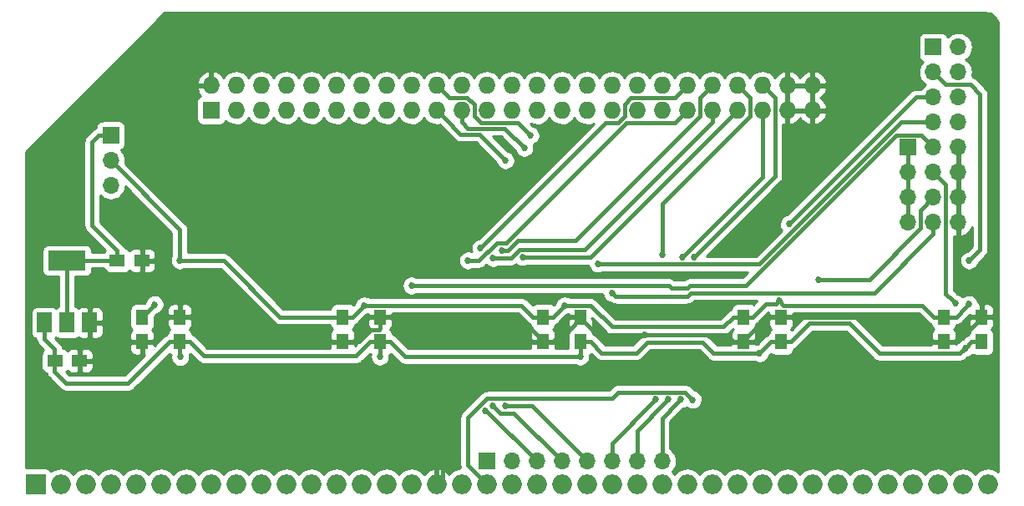
<source format=gbl>
G04 #@! TF.FileFunction,Copper,L2,Bot,Signal*
%FSLAX46Y46*%
G04 Gerber Fmt 4.6, Leading zero omitted, Abs format (unit mm)*
G04 Created by KiCad (PCBNEW 4.0.7) date Wed Feb  7 00:44:32 2018*
%MOMM*%
%LPD*%
G01*
G04 APERTURE LIST*
%ADD10C,0.100000*%
%ADD11R,2.000000X2.000000*%
%ADD12O,2.000000X2.000000*%
%ADD13R,1.500000X1.250000*%
%ADD14R,1.250000X1.500000*%
%ADD15R,1.700000X1.700000*%
%ADD16O,1.700000X1.700000*%
%ADD17R,3.800000X2.000000*%
%ADD18R,1.500000X2.000000*%
%ADD19R,1.727200X1.727200*%
%ADD20O,1.727200X1.727200*%
%ADD21C,0.685800*%
%ADD22C,0.381000*%
%ADD23C,0.254000*%
G04 APERTURE END LIST*
D10*
D11*
X62230000Y-163000000D03*
D12*
X64770000Y-163000000D03*
X67310000Y-163000000D03*
X69850000Y-163000000D03*
X72390000Y-163000000D03*
X74930000Y-163000000D03*
X77470000Y-163000000D03*
X80010000Y-163000000D03*
X82550000Y-163000000D03*
X85090000Y-163000000D03*
X87630000Y-163000000D03*
X90170000Y-163000000D03*
X92710000Y-163000000D03*
X95250000Y-163000000D03*
X97790000Y-163000000D03*
X100330000Y-163000000D03*
X102870000Y-163000000D03*
X105410000Y-163000000D03*
X107950000Y-163000000D03*
X110490000Y-163000000D03*
X113030000Y-163000000D03*
X115570000Y-163000000D03*
X118110000Y-163000000D03*
X120650000Y-163000000D03*
X123190000Y-163000000D03*
X125730000Y-163000000D03*
X128270000Y-163000000D03*
X130810000Y-163000000D03*
X133350000Y-163000000D03*
X135890000Y-163000000D03*
X138430000Y-163000000D03*
X140970000Y-163000000D03*
X143510000Y-163000000D03*
X146050000Y-163000000D03*
X148590000Y-163000000D03*
X151130000Y-163000000D03*
X153670000Y-163000000D03*
X156210000Y-163000000D03*
X158750000Y-163000000D03*
D13*
X64175000Y-150495000D03*
X66675000Y-150495000D03*
X70505000Y-140335000D03*
X73005000Y-140335000D03*
D14*
X73025000Y-146070000D03*
X73025000Y-148570000D03*
X93345000Y-146050000D03*
X93345000Y-148550000D03*
X113665000Y-146050000D03*
X113665000Y-148550000D03*
X133985000Y-146050000D03*
X133985000Y-148550000D03*
D15*
X69850000Y-127635000D03*
D16*
X69850000Y-130175000D03*
X69850000Y-132715000D03*
D14*
X154305000Y-146050000D03*
X154305000Y-148550000D03*
D17*
X65405000Y-140335000D03*
D18*
X65405000Y-146635000D03*
X63105000Y-146635000D03*
X67705000Y-146635000D03*
D14*
X76835000Y-148570000D03*
X76835000Y-146070000D03*
X97155000Y-148570000D03*
X97155000Y-146070000D03*
X117475000Y-148570000D03*
X117475000Y-146070000D03*
X137795000Y-148570000D03*
X137795000Y-146070000D03*
X158115000Y-148570000D03*
X158115000Y-146070000D03*
D15*
X150657997Y-128838609D03*
D16*
X150657997Y-131378609D03*
X150657997Y-133918609D03*
X150657997Y-136458609D03*
D15*
X153197997Y-118678609D03*
D16*
X155737997Y-118678609D03*
X153197997Y-121218609D03*
X155737997Y-121218609D03*
X153197997Y-123758609D03*
X155737997Y-123758609D03*
X153197997Y-126298609D03*
X155737997Y-126298609D03*
X153197997Y-128838609D03*
X155737997Y-128838609D03*
X153197997Y-131378609D03*
X155737997Y-131378609D03*
X153197997Y-133918609D03*
X155737997Y-133918609D03*
X153197997Y-136458609D03*
X155737997Y-136458609D03*
D15*
X107950000Y-160655000D03*
D16*
X110490000Y-160655000D03*
X113030000Y-160655000D03*
X115570000Y-160655000D03*
X118110000Y-160655000D03*
X120650000Y-160655000D03*
X123190000Y-160655000D03*
X125730000Y-160655000D03*
D19*
X80010000Y-125095000D03*
D20*
X80010000Y-122555000D03*
X82550000Y-125095000D03*
X82550000Y-122555000D03*
X85090000Y-125095000D03*
X85090000Y-122555000D03*
X87630000Y-125095000D03*
X87630000Y-122555000D03*
X90170000Y-125095000D03*
X90170000Y-122555000D03*
X92710000Y-125095000D03*
X92710000Y-122555000D03*
X95250000Y-125095000D03*
X95250000Y-122555000D03*
X97790000Y-125095000D03*
X97790000Y-122555000D03*
X100330000Y-125095000D03*
X100330000Y-122555000D03*
X102870000Y-125095000D03*
X102870000Y-122555000D03*
X105410000Y-125095000D03*
X105410000Y-122555000D03*
X107950000Y-125095000D03*
X107950000Y-122555000D03*
X110490000Y-125095000D03*
X110490000Y-122555000D03*
X113030000Y-125095000D03*
X113030000Y-122555000D03*
X115570000Y-125095000D03*
X115570000Y-122555000D03*
X118110000Y-125095000D03*
X118110000Y-122555000D03*
X120650000Y-125095000D03*
X120650000Y-122555000D03*
X123190000Y-125095000D03*
X123190000Y-122555000D03*
X125730000Y-125095000D03*
X125730000Y-122555000D03*
X128270000Y-125095000D03*
X128270000Y-122555000D03*
X130810000Y-125095000D03*
X130810000Y-122555000D03*
X133350000Y-125095000D03*
X133350000Y-122555000D03*
X135890000Y-125095000D03*
X135890000Y-122555000D03*
X138430000Y-125095000D03*
X138430000Y-122555000D03*
X140970000Y-125095000D03*
X140970000Y-122555000D03*
D21*
X83219081Y-148472037D03*
X138430000Y-134620000D03*
X123939647Y-147845813D03*
X103505000Y-153670000D03*
X62865000Y-153670000D03*
X83185000Y-154305000D03*
X83185000Y-144145000D03*
X103505000Y-146050000D03*
X128835302Y-154434987D03*
X112395000Y-127635000D03*
X111760000Y-128905000D03*
X109855000Y-130175000D03*
X156845000Y-140335000D03*
X115845501Y-144875499D03*
X95525501Y-144875499D03*
X156828344Y-144755436D03*
X76835000Y-140335000D03*
X137580938Y-144389281D03*
X74295000Y-144780000D03*
X100330000Y-142875000D03*
X138591926Y-136642905D03*
X141605000Y-142240000D03*
X155432853Y-144637853D03*
X156454000Y-149225000D03*
X76878093Y-150108700D03*
X97114109Y-150077423D03*
X117412678Y-150077423D03*
X135614499Y-149744501D03*
X119221745Y-140644294D03*
X120650000Y-143608412D03*
X128974517Y-139969567D03*
X127808564Y-139969567D03*
X125730000Y-139700000D03*
X111589157Y-139977597D03*
X109535728Y-139280447D03*
X108597742Y-140079001D03*
X107315000Y-139065000D03*
X106045000Y-140335000D03*
X127635000Y-154403410D03*
X126365000Y-154403410D03*
X125095000Y-154403410D03*
X109855000Y-155053174D03*
X108585000Y-155053174D03*
X107799564Y-155537738D03*
D22*
X73025000Y-148570000D02*
X73005000Y-148590000D01*
X67705000Y-146635000D02*
X67623630Y-146716370D01*
X83219081Y-147987104D02*
X83219081Y-148472037D01*
X83185000Y-146070000D02*
X83219081Y-146104081D01*
X83219081Y-146104081D02*
X83219081Y-147987104D01*
X117475000Y-146070000D02*
X117475000Y-146195000D01*
X117475000Y-146195000D02*
X119125813Y-147845813D01*
X119125813Y-147845813D02*
X123454714Y-147845813D01*
X123454714Y-147845813D02*
X123939647Y-147845813D01*
X103505000Y-146050000D02*
X111290000Y-146050000D01*
X111290000Y-146050000D02*
X113665000Y-148425000D01*
X113665000Y-148425000D02*
X113665000Y-148550000D01*
X136340000Y-146070000D02*
X136789000Y-146070000D01*
X133985000Y-148550000D02*
X133985000Y-148425000D01*
X136789000Y-146070000D02*
X137795000Y-146070000D01*
X133985000Y-148425000D02*
X136340000Y-146070000D01*
X92339000Y-148550000D02*
X93345000Y-148550000D01*
X85665000Y-148550000D02*
X92339000Y-148550000D01*
X83185000Y-146070000D02*
X85665000Y-148550000D01*
X138430000Y-134620000D02*
X138430000Y-125095000D01*
X138430000Y-122555000D02*
X138430000Y-125095000D01*
X140970000Y-125095000D02*
X140970000Y-122555000D01*
X138430000Y-125095000D02*
X140970000Y-125095000D01*
X138430000Y-122555000D02*
X140970000Y-122555000D01*
X73005000Y-140335000D02*
X72880000Y-140335000D01*
X103505000Y-153670000D02*
X103505000Y-162365000D01*
X103505000Y-162365000D02*
X102870000Y-163000000D01*
X155737997Y-133918609D02*
X155737997Y-136458609D01*
X155737997Y-131378609D02*
X155737997Y-133918609D01*
X155737997Y-128838609D02*
X155737997Y-131378609D01*
X83185000Y-144145000D02*
X83185000Y-146070000D01*
X66550000Y-150495000D02*
X66675000Y-150495000D01*
X73660000Y-140335000D02*
X73005000Y-140335000D01*
X132979000Y-148550000D02*
X132274813Y-147845813D01*
X132274813Y-147845813D02*
X123939647Y-147845813D01*
X133985000Y-148550000D02*
X132979000Y-148550000D01*
X83185000Y-154305000D02*
X63500000Y-154305000D01*
X63500000Y-154305000D02*
X62865000Y-153670000D01*
X76835000Y-146070000D02*
X83185000Y-146070000D01*
X97155000Y-146070000D02*
X103485000Y-146070000D01*
X103485000Y-146070000D02*
X103505000Y-146050000D01*
X145435000Y-146070000D02*
X137795000Y-146070000D01*
X147915000Y-148550000D02*
X145435000Y-146070000D01*
X154305000Y-148550000D02*
X147915000Y-148550000D01*
X113625000Y-148590000D02*
X113665000Y-148550000D01*
X154305000Y-148550000D02*
X155760000Y-148550000D01*
X155760000Y-148550000D02*
X158115000Y-146195000D01*
X158115000Y-146195000D02*
X158115000Y-146070000D01*
X115901000Y-147320000D02*
X116350000Y-147320000D01*
X116350000Y-147320000D02*
X117475000Y-146195000D01*
X113665000Y-148550000D02*
X114671000Y-148550000D01*
X114671000Y-148550000D02*
X115901000Y-147320000D01*
X96229898Y-147320000D02*
X97036000Y-147320000D01*
X97036000Y-147320000D02*
X97155000Y-147201000D01*
X97155000Y-147201000D02*
X97155000Y-146070000D01*
X93345000Y-148550000D02*
X94999898Y-148550000D01*
X94999898Y-148550000D02*
X96229898Y-147320000D01*
X73025000Y-148570000D02*
X73025000Y-148445000D01*
X128070315Y-153670000D02*
X128835302Y-154434987D01*
X107950000Y-163000000D02*
X106045000Y-161095000D01*
X106045000Y-161095000D02*
X106045000Y-156255103D01*
X106045000Y-156255103D02*
X107980339Y-154319764D01*
X107980339Y-154319764D02*
X120635236Y-154319764D01*
X120635236Y-154319764D02*
X121285000Y-153670000D01*
X121285000Y-153670000D02*
X128070315Y-153670000D01*
X103733599Y-123418599D02*
X102870000Y-122555000D01*
X104124101Y-123809101D02*
X103733599Y-123418599D01*
X105980171Y-123809101D02*
X104124101Y-123809101D01*
X112395000Y-127635000D02*
X111109101Y-126349101D01*
X106664101Y-124493031D02*
X105980171Y-123809101D01*
X106664101Y-125665171D02*
X106664101Y-124493031D01*
X107348031Y-126349101D02*
X106664101Y-125665171D01*
X111109101Y-126349101D02*
X107348031Y-126349101D01*
X106023798Y-126930112D02*
X105410000Y-126316314D01*
X109785112Y-126930112D02*
X106023798Y-126930112D01*
X111760000Y-128905000D02*
X109785112Y-126930112D01*
X105410000Y-126316314D02*
X105410000Y-125095000D01*
X109855000Y-130175000D02*
X107191123Y-127511123D01*
X107191123Y-127511123D02*
X105286123Y-127511123D01*
X105286123Y-127511123D02*
X103733599Y-125958599D01*
X103733599Y-125958599D02*
X102870000Y-125095000D01*
X153197997Y-121218609D02*
X154438498Y-122459110D01*
X154438498Y-122459110D02*
X156963377Y-122459110D01*
X157957030Y-123452763D02*
X157957030Y-139222970D01*
X156963377Y-122459110D02*
X157957030Y-123452763D01*
X157957030Y-139222970D02*
X156845000Y-140335000D01*
X93345000Y-146050000D02*
X94351000Y-146050000D01*
X155533780Y-146050000D02*
X156485445Y-145098335D01*
X156485445Y-145098335D02*
X156828344Y-144755436D01*
X154305000Y-146050000D02*
X155533780Y-146050000D01*
X86995000Y-146050000D02*
X81280000Y-140335000D01*
X81280000Y-140335000D02*
X76835000Y-140335000D01*
X93345000Y-146050000D02*
X86995000Y-146050000D01*
X113665000Y-146050000D02*
X113665000Y-145925000D01*
X76835000Y-140335000D02*
X76835000Y-137160000D01*
X76835000Y-137160000D02*
X69850000Y-130175000D01*
X150657997Y-133918609D02*
X150657997Y-136458609D01*
X150657997Y-131378609D02*
X150657997Y-133918609D01*
X150657997Y-128838609D02*
X150657997Y-131378609D01*
X154305000Y-146050000D02*
X153299000Y-146050000D01*
X152124499Y-144875499D02*
X138067156Y-144875499D01*
X153299000Y-146050000D02*
X152124499Y-144875499D01*
X138067156Y-144875499D02*
X137580938Y-144389281D01*
X133985000Y-146050000D02*
X134901824Y-146050000D01*
X134901824Y-146050000D02*
X136219644Y-144732180D01*
X136219644Y-144732180D02*
X137238039Y-144732180D01*
X137238039Y-144732180D02*
X137580938Y-144389281D01*
X120638514Y-147058412D02*
X118455601Y-144875499D01*
X114671000Y-146050000D02*
X113665000Y-146050000D01*
X115845501Y-144875499D02*
X114671000Y-146050000D01*
X118455601Y-144875499D02*
X115845501Y-144875499D01*
X132979000Y-146050000D02*
X131970588Y-147058412D01*
X133985000Y-146050000D02*
X132979000Y-146050000D01*
X131970588Y-147058412D02*
X120638514Y-147058412D01*
X73025000Y-146050000D02*
X73025000Y-146070000D01*
X111484499Y-144875499D02*
X95525501Y-144875499D01*
X112659000Y-146050000D02*
X111484499Y-144875499D01*
X113665000Y-146050000D02*
X112659000Y-146050000D01*
X95525501Y-144875499D02*
X94351000Y-146050000D01*
X74295000Y-144780000D02*
X74295000Y-144800000D01*
X74295000Y-144800000D02*
X73025000Y-146070000D01*
X126409020Y-142875000D02*
X100814933Y-142875000D01*
X128316462Y-143115728D02*
X126649748Y-143115728D01*
X126649748Y-143115728D02*
X126409020Y-142875000D01*
X128557190Y-142875000D02*
X128316462Y-143115728D01*
X151957496Y-127598108D02*
X149495596Y-127598108D01*
X134218704Y-142875000D02*
X128557190Y-142875000D01*
X153197997Y-128838609D02*
X151957496Y-127598108D01*
X149495596Y-127598108D02*
X134218704Y-142875000D01*
X100814933Y-142875000D02*
X100330000Y-142875000D01*
X138934825Y-136300006D02*
X138591926Y-136642905D01*
X153197997Y-123758609D02*
X151476222Y-123758609D01*
X151476222Y-123758609D02*
X138934825Y-136300006D01*
X153197997Y-133918609D02*
X151898498Y-135218108D01*
X151898498Y-135218108D02*
X151898498Y-137054050D01*
X151898498Y-137054050D02*
X146712548Y-142240000D01*
X146712548Y-142240000D02*
X141605000Y-142240000D01*
X153197997Y-131378609D02*
X154473261Y-132653873D01*
X154473261Y-132653873D02*
X154473261Y-143678261D01*
X154473261Y-143678261D02*
X155089954Y-144294954D01*
X155089954Y-144294954D02*
X155432853Y-144637853D01*
X76835000Y-148570000D02*
X75829000Y-148570000D01*
X75829000Y-148570000D02*
X71602298Y-152796702D01*
X71602298Y-152796702D02*
X65327366Y-152796702D01*
X64155245Y-151624581D02*
X64155245Y-150514755D01*
X65327366Y-152796702D02*
X64155245Y-151624581D01*
X64155245Y-150514755D02*
X64175000Y-150495000D01*
X63105000Y-146635000D02*
X63105000Y-148278071D01*
X63105000Y-148278071D02*
X64132371Y-149305442D01*
X64132371Y-149305442D02*
X64132371Y-150452371D01*
X64132371Y-150452371D02*
X64175000Y-150495000D01*
X155934499Y-149744501D02*
X156454000Y-149225000D01*
X156454000Y-149225000D02*
X157109000Y-148570000D01*
X76835000Y-150065607D02*
X76878093Y-150108700D01*
X76835000Y-148570000D02*
X76835000Y-150065607D01*
X97155000Y-150036532D02*
X97114109Y-150077423D01*
X97155000Y-148570000D02*
X97155000Y-150036532D01*
X117475000Y-148570000D02*
X117475000Y-150015101D01*
X117475000Y-150015101D02*
X117412678Y-150077423D01*
X99668423Y-150077423D02*
X116927745Y-150077423D01*
X97155000Y-148570000D02*
X98161000Y-148570000D01*
X98161000Y-148570000D02*
X99668423Y-150077423D01*
X116927745Y-150077423D02*
X117412678Y-150077423D01*
X63105000Y-146635000D02*
X63105000Y-146885000D01*
X135614499Y-149744501D02*
X136789000Y-148570000D01*
X130957541Y-149744501D02*
X135614499Y-149744501D01*
X129803030Y-148589989D02*
X130957541Y-149744501D01*
X136789000Y-148570000D02*
X137795000Y-148570000D01*
X124196970Y-148589989D02*
X129803030Y-148589989D01*
X123085960Y-149701000D02*
X124196970Y-148589989D01*
X119612000Y-149701000D02*
X123085960Y-149701000D01*
X118481000Y-148570000D02*
X119612000Y-149701000D01*
X117475000Y-148570000D02*
X118481000Y-148570000D01*
X77841000Y-148570000D02*
X76835000Y-148570000D01*
X79283401Y-150012401D02*
X77841000Y-148570000D01*
X94706599Y-150012401D02*
X79283401Y-150012401D01*
X96149000Y-148570000D02*
X94706599Y-150012401D01*
X97155000Y-148570000D02*
X96149000Y-148570000D01*
X157109000Y-148570000D02*
X158115000Y-148570000D01*
X138801000Y-148570000D02*
X140665989Y-146705011D01*
X147734855Y-149744501D02*
X155934499Y-149744501D01*
X144695365Y-146705011D02*
X147734855Y-149744501D01*
X140665989Y-146705011D02*
X144695365Y-146705011D01*
X137795000Y-148570000D02*
X138801000Y-148570000D01*
X117070000Y-148570000D02*
X117475000Y-148570000D01*
X65405000Y-140335000D02*
X65435477Y-140304523D01*
X65435477Y-140304523D02*
X70474523Y-140304523D01*
X70474523Y-140304523D02*
X70505000Y-140335000D01*
X67945000Y-128309000D02*
X67945000Y-136769000D01*
X67945000Y-136769000D02*
X70505000Y-139329000D01*
X70505000Y-139329000D02*
X70505000Y-140335000D01*
X69850000Y-127635000D02*
X68619000Y-127635000D01*
X68619000Y-127635000D02*
X67945000Y-128309000D01*
X70630000Y-140335000D02*
X70505000Y-140335000D01*
X65935000Y-140335000D02*
X65405000Y-140335000D01*
X65405000Y-146635000D02*
X65405000Y-140335000D01*
X65405000Y-146635000D02*
X65405000Y-146385000D01*
X153197997Y-126298609D02*
X149973422Y-126298609D01*
X119280428Y-140702977D02*
X119221745Y-140644294D01*
X135569054Y-140702977D02*
X119280428Y-140702977D01*
X149973422Y-126298609D02*
X135569054Y-140702977D01*
X120992899Y-143951311D02*
X120650000Y-143608412D01*
X128645451Y-143608412D02*
X128302552Y-143951311D01*
X147250275Y-143608412D02*
X128645451Y-143608412D01*
X153197997Y-137660690D02*
X147250275Y-143608412D01*
X153197997Y-136458609D02*
X153197997Y-137660690D01*
X128302552Y-143951311D02*
X120992899Y-143951311D01*
X129317416Y-139626668D02*
X128974517Y-139969567D01*
X137144101Y-131799983D02*
X129317416Y-139626668D01*
X135890000Y-122555000D02*
X137144101Y-123809101D01*
X137144101Y-123809101D02*
X137144101Y-131799983D01*
X128151463Y-139626668D02*
X127808564Y-139969567D01*
X135890000Y-125095000D02*
X135890000Y-131888131D01*
X135890000Y-131888131D02*
X128151463Y-139626668D01*
X134604101Y-125714101D02*
X125730000Y-134588202D01*
X125730000Y-134588202D02*
X125730000Y-139700000D01*
X134604101Y-123809101D02*
X134604101Y-125714101D01*
X133350000Y-122555000D02*
X134604101Y-123809101D01*
X118467403Y-139977597D02*
X112074090Y-139977597D01*
X133350000Y-125095000D02*
X118467403Y-139977597D01*
X112074090Y-139977597D02*
X111589157Y-139977597D01*
X110020661Y-139280447D02*
X109535728Y-139280447D01*
X110108358Y-139280447D02*
X110020661Y-139280447D01*
X111116005Y-138272799D02*
X110108358Y-139280447D01*
X116948271Y-138272799D02*
X111116005Y-138272799D01*
X129524101Y-125696969D02*
X116948271Y-138272799D01*
X129524101Y-123840899D02*
X129524101Y-125696969D01*
X130810000Y-122555000D02*
X129524101Y-123840899D01*
X110402317Y-140079001D02*
X109082675Y-140079001D01*
X109082675Y-140079001D02*
X108597742Y-140079001D01*
X130810000Y-126316314D02*
X117882119Y-139244195D01*
X111237123Y-139244195D02*
X110402317Y-140079001D01*
X117882119Y-139244195D02*
X111237123Y-139244195D01*
X130810000Y-125095000D02*
X130810000Y-126316314D01*
X108673794Y-140079001D02*
X108597742Y-140079001D01*
X128270000Y-122555000D02*
X127015899Y-123809101D01*
X121251969Y-126349101D02*
X120030899Y-126349101D01*
X120030899Y-126349101D02*
X107315000Y-139065000D01*
X127015899Y-123809101D02*
X122570899Y-123809101D01*
X122570899Y-123809101D02*
X121904101Y-124475899D01*
X121904101Y-124475899D02*
X121904101Y-125696969D01*
X121904101Y-125696969D02*
X121251969Y-126349101D01*
X122073641Y-126349101D02*
X109901050Y-138521692D01*
X106529933Y-140335000D02*
X106045000Y-140335000D01*
X109901050Y-138521692D02*
X108980886Y-138521692D01*
X107167578Y-140335000D02*
X106529933Y-140335000D01*
X127015899Y-126349101D02*
X122073641Y-126349101D01*
X128270000Y-125095000D02*
X127015899Y-126349101D01*
X108980886Y-138521692D02*
X107167578Y-140335000D01*
X125730000Y-156308410D02*
X127292101Y-154746309D01*
X125730000Y-160655000D02*
X125730000Y-156308410D01*
X127292101Y-154746309D02*
X127635000Y-154403410D01*
X123190000Y-160655000D02*
X123190000Y-157578410D01*
X126022101Y-154746309D02*
X126365000Y-154403410D01*
X123190000Y-157578410D02*
X126022101Y-154746309D01*
X120650000Y-158848410D02*
X124752101Y-154746309D01*
X120650000Y-160655000D02*
X120650000Y-158848410D01*
X124752101Y-154746309D02*
X125095000Y-154403410D01*
X112508174Y-155053174D02*
X110339933Y-155053174D01*
X118110000Y-160655000D02*
X112508174Y-155053174D01*
X110339933Y-155053174D02*
X109855000Y-155053174D01*
X108927899Y-155396073D02*
X108585000Y-155053174D01*
X109318402Y-155786576D02*
X108927899Y-155396073D01*
X110701576Y-155786576D02*
X109318402Y-155786576D01*
X115570000Y-160655000D02*
X110701576Y-155786576D01*
X113030000Y-160655000D02*
X107912738Y-155537738D01*
X107912738Y-155537738D02*
X107799564Y-155537738D01*
D23*
G36*
X158749899Y-115237907D02*
X158990285Y-115310484D01*
X159211991Y-115428368D01*
X159406577Y-115587068D01*
X159566635Y-115780545D01*
X159686064Y-116001424D01*
X159760317Y-116241297D01*
X159790000Y-116523716D01*
X159790000Y-161740617D01*
X159664280Y-161636613D01*
X159383588Y-161484843D01*
X159078762Y-161390483D01*
X158761414Y-161357129D01*
X158443632Y-161386049D01*
X158137518Y-161476143D01*
X157854734Y-161623979D01*
X157606050Y-161823926D01*
X157479769Y-161974421D01*
X157370148Y-161840012D01*
X157124280Y-161636613D01*
X156843588Y-161484843D01*
X156538762Y-161390483D01*
X156221414Y-161357129D01*
X155903632Y-161386049D01*
X155597518Y-161476143D01*
X155314734Y-161623979D01*
X155066050Y-161823926D01*
X154939769Y-161974421D01*
X154830148Y-161840012D01*
X154584280Y-161636613D01*
X154303588Y-161484843D01*
X153998762Y-161390483D01*
X153681414Y-161357129D01*
X153363632Y-161386049D01*
X153057518Y-161476143D01*
X152774734Y-161623979D01*
X152526050Y-161823926D01*
X152399769Y-161974421D01*
X152290148Y-161840012D01*
X152044280Y-161636613D01*
X151763588Y-161484843D01*
X151458762Y-161390483D01*
X151141414Y-161357129D01*
X150823632Y-161386049D01*
X150517518Y-161476143D01*
X150234734Y-161623979D01*
X149986050Y-161823926D01*
X149859769Y-161974421D01*
X149750148Y-161840012D01*
X149504280Y-161636613D01*
X149223588Y-161484843D01*
X148918762Y-161390483D01*
X148601414Y-161357129D01*
X148283632Y-161386049D01*
X147977518Y-161476143D01*
X147694734Y-161623979D01*
X147446050Y-161823926D01*
X147319769Y-161974421D01*
X147210148Y-161840012D01*
X146964280Y-161636613D01*
X146683588Y-161484843D01*
X146378762Y-161390483D01*
X146061414Y-161357129D01*
X145743632Y-161386049D01*
X145437518Y-161476143D01*
X145154734Y-161623979D01*
X144906050Y-161823926D01*
X144779769Y-161974421D01*
X144670148Y-161840012D01*
X144424280Y-161636613D01*
X144143588Y-161484843D01*
X143838762Y-161390483D01*
X143521414Y-161357129D01*
X143203632Y-161386049D01*
X142897518Y-161476143D01*
X142614734Y-161623979D01*
X142366050Y-161823926D01*
X142239769Y-161974421D01*
X142130148Y-161840012D01*
X141884280Y-161636613D01*
X141603588Y-161484843D01*
X141298762Y-161390483D01*
X140981414Y-161357129D01*
X140663632Y-161386049D01*
X140357518Y-161476143D01*
X140074734Y-161623979D01*
X139826050Y-161823926D01*
X139699769Y-161974421D01*
X139590148Y-161840012D01*
X139344280Y-161636613D01*
X139063588Y-161484843D01*
X138758762Y-161390483D01*
X138441414Y-161357129D01*
X138123632Y-161386049D01*
X137817518Y-161476143D01*
X137534734Y-161623979D01*
X137286050Y-161823926D01*
X137159769Y-161974421D01*
X137050148Y-161840012D01*
X136804280Y-161636613D01*
X136523588Y-161484843D01*
X136218762Y-161390483D01*
X135901414Y-161357129D01*
X135583632Y-161386049D01*
X135277518Y-161476143D01*
X134994734Y-161623979D01*
X134746050Y-161823926D01*
X134619769Y-161974421D01*
X134510148Y-161840012D01*
X134264280Y-161636613D01*
X133983588Y-161484843D01*
X133678762Y-161390483D01*
X133361414Y-161357129D01*
X133043632Y-161386049D01*
X132737518Y-161476143D01*
X132454734Y-161623979D01*
X132206050Y-161823926D01*
X132079769Y-161974421D01*
X131970148Y-161840012D01*
X131724280Y-161636613D01*
X131443588Y-161484843D01*
X131138762Y-161390483D01*
X130821414Y-161357129D01*
X130503632Y-161386049D01*
X130197518Y-161476143D01*
X129914734Y-161623979D01*
X129666050Y-161823926D01*
X129539769Y-161974421D01*
X129430148Y-161840012D01*
X129184280Y-161636613D01*
X128903588Y-161484843D01*
X128598762Y-161390483D01*
X128281414Y-161357129D01*
X127963632Y-161386049D01*
X127657518Y-161476143D01*
X127374734Y-161623979D01*
X127126050Y-161823926D01*
X126999769Y-161974421D01*
X126890148Y-161840012D01*
X126758816Y-161731365D01*
X126769000Y-161723177D01*
X126955294Y-161501161D01*
X127094916Y-161247189D01*
X127182549Y-160970934D01*
X127214855Y-160682919D01*
X127215000Y-160662185D01*
X127215000Y-160647815D01*
X127186718Y-160359377D01*
X127102951Y-160081925D01*
X126966888Y-159826029D01*
X126783713Y-159601433D01*
X126560401Y-159416694D01*
X126555500Y-159414044D01*
X126555500Y-156650344D01*
X127846740Y-155359103D01*
X127899249Y-155349844D01*
X128078047Y-155280493D01*
X128214076Y-155194167D01*
X128355915Y-155292748D01*
X128531652Y-155369526D01*
X128718954Y-155410707D01*
X128910689Y-155414723D01*
X129099551Y-155381421D01*
X129278349Y-155312070D01*
X129440271Y-155209312D01*
X129579150Y-155077059D01*
X129689696Y-154920350D01*
X129767698Y-154745154D01*
X129810186Y-154558143D01*
X129813244Y-154339099D01*
X129775995Y-154150975D01*
X129702915Y-153973669D01*
X129596787Y-153813935D01*
X129461655Y-153677856D01*
X129302666Y-153570616D01*
X129125874Y-153496300D01*
X129048080Y-153480331D01*
X128654032Y-153086283D01*
X128595089Y-153037867D01*
X128536695Y-152988869D01*
X128532890Y-152986777D01*
X128529537Y-152984023D01*
X128462338Y-152947991D01*
X128395514Y-152911254D01*
X128391378Y-152909942D01*
X128387551Y-152907890D01*
X128314620Y-152885593D01*
X128241946Y-152862539D01*
X128237632Y-152862055D01*
X128233481Y-152860786D01*
X128157599Y-152853078D01*
X128081841Y-152844580D01*
X128073365Y-152844521D01*
X128073196Y-152844504D01*
X128073038Y-152844519D01*
X128070315Y-152844500D01*
X121285000Y-152844500D01*
X121209097Y-152851943D01*
X121133148Y-152858587D01*
X121128977Y-152859799D01*
X121124660Y-152860222D01*
X121051666Y-152882260D01*
X120978436Y-152903535D01*
X120974584Y-152905532D01*
X120970426Y-152906787D01*
X120903116Y-152942577D01*
X120835400Y-152977677D01*
X120832004Y-152980388D01*
X120828175Y-152982424D01*
X120769108Y-153030597D01*
X120709490Y-153078190D01*
X120703449Y-153084147D01*
X120703324Y-153084249D01*
X120703228Y-153084365D01*
X120701283Y-153086283D01*
X120293302Y-153494264D01*
X107980339Y-153494264D01*
X107904477Y-153501703D01*
X107828487Y-153508351D01*
X107824316Y-153509563D01*
X107819999Y-153509986D01*
X107747005Y-153532024D01*
X107673775Y-153553299D01*
X107669923Y-153555296D01*
X107665765Y-153556551D01*
X107598434Y-153592352D01*
X107530740Y-153627441D01*
X107527346Y-153630151D01*
X107523514Y-153632188D01*
X107464425Y-153680379D01*
X107404829Y-153727954D01*
X107398792Y-153733907D01*
X107398663Y-153734013D01*
X107398564Y-153734133D01*
X107396623Y-153736047D01*
X105461283Y-155671386D01*
X105412867Y-155730329D01*
X105363869Y-155788723D01*
X105361777Y-155792528D01*
X105359023Y-155795881D01*
X105322991Y-155863080D01*
X105286254Y-155929904D01*
X105284942Y-155934040D01*
X105282890Y-155937867D01*
X105260593Y-156010798D01*
X105237539Y-156083472D01*
X105237055Y-156087786D01*
X105235786Y-156091937D01*
X105228078Y-156167819D01*
X105219580Y-156243577D01*
X105219521Y-156252053D01*
X105219504Y-156252222D01*
X105219519Y-156252380D01*
X105219500Y-156255103D01*
X105219500Y-161095000D01*
X105226938Y-161170858D01*
X105233587Y-161246852D01*
X105234799Y-161251023D01*
X105235222Y-161255340D01*
X105257260Y-161328334D01*
X105269638Y-161370941D01*
X105103632Y-161386049D01*
X104797518Y-161476143D01*
X104514734Y-161623979D01*
X104266050Y-161823926D01*
X104137603Y-161977004D01*
X103980785Y-161800252D01*
X103725382Y-161606601D01*
X103437107Y-161466498D01*
X103250434Y-161409876D01*
X102997000Y-161529223D01*
X102997000Y-162873000D01*
X103017000Y-162873000D01*
X103017000Y-163127000D01*
X102997000Y-163127000D01*
X102997000Y-163147000D01*
X102743000Y-163147000D01*
X102743000Y-163127000D01*
X102723000Y-163127000D01*
X102723000Y-162873000D01*
X102743000Y-162873000D01*
X102743000Y-161529223D01*
X102489566Y-161409876D01*
X102302893Y-161466498D01*
X102014618Y-161606601D01*
X101759215Y-161800252D01*
X101602126Y-161977310D01*
X101490148Y-161840012D01*
X101244280Y-161636613D01*
X100963588Y-161484843D01*
X100658762Y-161390483D01*
X100341414Y-161357129D01*
X100023632Y-161386049D01*
X99717518Y-161476143D01*
X99434734Y-161623979D01*
X99186050Y-161823926D01*
X99059769Y-161974421D01*
X98950148Y-161840012D01*
X98704280Y-161636613D01*
X98423588Y-161484843D01*
X98118762Y-161390483D01*
X97801414Y-161357129D01*
X97483632Y-161386049D01*
X97177518Y-161476143D01*
X96894734Y-161623979D01*
X96646050Y-161823926D01*
X96519769Y-161974421D01*
X96410148Y-161840012D01*
X96164280Y-161636613D01*
X95883588Y-161484843D01*
X95578762Y-161390483D01*
X95261414Y-161357129D01*
X94943632Y-161386049D01*
X94637518Y-161476143D01*
X94354734Y-161623979D01*
X94106050Y-161823926D01*
X93979769Y-161974421D01*
X93870148Y-161840012D01*
X93624280Y-161636613D01*
X93343588Y-161484843D01*
X93038762Y-161390483D01*
X92721414Y-161357129D01*
X92403632Y-161386049D01*
X92097518Y-161476143D01*
X91814734Y-161623979D01*
X91566050Y-161823926D01*
X91439769Y-161974421D01*
X91330148Y-161840012D01*
X91084280Y-161636613D01*
X90803588Y-161484843D01*
X90498762Y-161390483D01*
X90181414Y-161357129D01*
X89863632Y-161386049D01*
X89557518Y-161476143D01*
X89274734Y-161623979D01*
X89026050Y-161823926D01*
X88899769Y-161974421D01*
X88790148Y-161840012D01*
X88544280Y-161636613D01*
X88263588Y-161484843D01*
X87958762Y-161390483D01*
X87641414Y-161357129D01*
X87323632Y-161386049D01*
X87017518Y-161476143D01*
X86734734Y-161623979D01*
X86486050Y-161823926D01*
X86359769Y-161974421D01*
X86250148Y-161840012D01*
X86004280Y-161636613D01*
X85723588Y-161484843D01*
X85418762Y-161390483D01*
X85101414Y-161357129D01*
X84783632Y-161386049D01*
X84477518Y-161476143D01*
X84194734Y-161623979D01*
X83946050Y-161823926D01*
X83819769Y-161974421D01*
X83710148Y-161840012D01*
X83464280Y-161636613D01*
X83183588Y-161484843D01*
X82878762Y-161390483D01*
X82561414Y-161357129D01*
X82243632Y-161386049D01*
X81937518Y-161476143D01*
X81654734Y-161623979D01*
X81406050Y-161823926D01*
X81279769Y-161974421D01*
X81170148Y-161840012D01*
X80924280Y-161636613D01*
X80643588Y-161484843D01*
X80338762Y-161390483D01*
X80021414Y-161357129D01*
X79703632Y-161386049D01*
X79397518Y-161476143D01*
X79114734Y-161623979D01*
X78866050Y-161823926D01*
X78739769Y-161974421D01*
X78630148Y-161840012D01*
X78384280Y-161636613D01*
X78103588Y-161484843D01*
X77798762Y-161390483D01*
X77481414Y-161357129D01*
X77163632Y-161386049D01*
X76857518Y-161476143D01*
X76574734Y-161623979D01*
X76326050Y-161823926D01*
X76199769Y-161974421D01*
X76090148Y-161840012D01*
X75844280Y-161636613D01*
X75563588Y-161484843D01*
X75258762Y-161390483D01*
X74941414Y-161357129D01*
X74623632Y-161386049D01*
X74317518Y-161476143D01*
X74034734Y-161623979D01*
X73786050Y-161823926D01*
X73659769Y-161974421D01*
X73550148Y-161840012D01*
X73304280Y-161636613D01*
X73023588Y-161484843D01*
X72718762Y-161390483D01*
X72401414Y-161357129D01*
X72083632Y-161386049D01*
X71777518Y-161476143D01*
X71494734Y-161623979D01*
X71246050Y-161823926D01*
X71119769Y-161974421D01*
X71010148Y-161840012D01*
X70764280Y-161636613D01*
X70483588Y-161484843D01*
X70178762Y-161390483D01*
X69861414Y-161357129D01*
X69543632Y-161386049D01*
X69237518Y-161476143D01*
X68954734Y-161623979D01*
X68706050Y-161823926D01*
X68579769Y-161974421D01*
X68470148Y-161840012D01*
X68224280Y-161636613D01*
X67943588Y-161484843D01*
X67638762Y-161390483D01*
X67321414Y-161357129D01*
X67003632Y-161386049D01*
X66697518Y-161476143D01*
X66414734Y-161623979D01*
X66166050Y-161823926D01*
X66039769Y-161974421D01*
X65930148Y-161840012D01*
X65684280Y-161636613D01*
X65403588Y-161484843D01*
X65098762Y-161390483D01*
X64781414Y-161357129D01*
X64463632Y-161386049D01*
X64157518Y-161476143D01*
X63874734Y-161623979D01*
X63785856Y-161695439D01*
X63708100Y-161577441D01*
X63571450Y-161460975D01*
X63407763Y-161387190D01*
X63230000Y-161361928D01*
X61230000Y-161361928D01*
X61210000Y-161363523D01*
X61210000Y-145635000D01*
X61716928Y-145635000D01*
X61716928Y-147635000D01*
X61724992Y-147736121D01*
X61778106Y-147907634D01*
X61876900Y-148057559D01*
X62013550Y-148174025D01*
X62177237Y-148247810D01*
X62279500Y-148262343D01*
X62279500Y-148278071D01*
X62286938Y-148353929D01*
X62293587Y-148429923D01*
X62294799Y-148434094D01*
X62295222Y-148438411D01*
X62317260Y-148511405D01*
X62338535Y-148584635D01*
X62340532Y-148588487D01*
X62341787Y-148592645D01*
X62377577Y-148659955D01*
X62412677Y-148727671D01*
X62415388Y-148731067D01*
X62417424Y-148734896D01*
X62465597Y-148793963D01*
X62513190Y-148853581D01*
X62519147Y-148859622D01*
X62519249Y-148859747D01*
X62519365Y-148859843D01*
X62521283Y-148861788D01*
X63031950Y-149372455D01*
X63002441Y-149391900D01*
X62885975Y-149528550D01*
X62812190Y-149692237D01*
X62786928Y-149870000D01*
X62786928Y-151120000D01*
X62794992Y-151221121D01*
X62848106Y-151392634D01*
X62946900Y-151542559D01*
X63083550Y-151659025D01*
X63247237Y-151732810D01*
X63341183Y-151746161D01*
X63343832Y-151776433D01*
X63345044Y-151780604D01*
X63345467Y-151784921D01*
X63367505Y-151857915D01*
X63388780Y-151931145D01*
X63390777Y-151934997D01*
X63392032Y-151939155D01*
X63427822Y-152006465D01*
X63462922Y-152074181D01*
X63465633Y-152077577D01*
X63467669Y-152081406D01*
X63515842Y-152140473D01*
X63563435Y-152200091D01*
X63569392Y-152206132D01*
X63569494Y-152206257D01*
X63569610Y-152206353D01*
X63571528Y-152208298D01*
X64743649Y-153380418D01*
X64802562Y-153428810D01*
X64860986Y-153477833D01*
X64864791Y-153479925D01*
X64868144Y-153482679D01*
X64935343Y-153518711D01*
X65002167Y-153555448D01*
X65006303Y-153556760D01*
X65010130Y-153558812D01*
X65083020Y-153581096D01*
X65155735Y-153604163D01*
X65160054Y-153604647D01*
X65164200Y-153605915D01*
X65239992Y-153613614D01*
X65315840Y-153622122D01*
X65324325Y-153622181D01*
X65324484Y-153622197D01*
X65324632Y-153622183D01*
X65327366Y-153622202D01*
X71602298Y-153622202D01*
X71678156Y-153614764D01*
X71754150Y-153608115D01*
X71758321Y-153606903D01*
X71762638Y-153606480D01*
X71835632Y-153584442D01*
X71908862Y-153563167D01*
X71912714Y-153561170D01*
X71916872Y-153559915D01*
X71984182Y-153524125D01*
X72051898Y-153489025D01*
X72055294Y-153486314D01*
X72059123Y-153484278D01*
X72118190Y-153436105D01*
X72177808Y-153388512D01*
X72183849Y-153382555D01*
X72183974Y-153382453D01*
X72184070Y-153382337D01*
X72186015Y-153380419D01*
X75781554Y-149784879D01*
X75868550Y-149859025D01*
X75925880Y-149884868D01*
X75901585Y-149999167D01*
X75898907Y-150190925D01*
X75933526Y-150379550D01*
X76004124Y-150557859D01*
X76108011Y-150719060D01*
X76241230Y-150857012D01*
X76398706Y-150966461D01*
X76574443Y-151043239D01*
X76761745Y-151084420D01*
X76953480Y-151088436D01*
X77142342Y-151055134D01*
X77321140Y-150985783D01*
X77483062Y-150883025D01*
X77621941Y-150750772D01*
X77732487Y-150594063D01*
X77810489Y-150418867D01*
X77852977Y-150231856D01*
X77856035Y-150012812D01*
X77821490Y-149838342D01*
X77882559Y-149798100D01*
X77891351Y-149787785D01*
X78699684Y-150596118D01*
X78758627Y-150644534D01*
X78817021Y-150693532D01*
X78820826Y-150695624D01*
X78824179Y-150698378D01*
X78891378Y-150734410D01*
X78958202Y-150771147D01*
X78962338Y-150772459D01*
X78966165Y-150774511D01*
X79039096Y-150796808D01*
X79111770Y-150819862D01*
X79116084Y-150820346D01*
X79120235Y-150821615D01*
X79196121Y-150829324D01*
X79271875Y-150837821D01*
X79280350Y-150837880D01*
X79280519Y-150837897D01*
X79280677Y-150837882D01*
X79283401Y-150837901D01*
X94706599Y-150837901D01*
X94782457Y-150830463D01*
X94858451Y-150823814D01*
X94862622Y-150822602D01*
X94866939Y-150822179D01*
X94939933Y-150800141D01*
X95013163Y-150778866D01*
X95017015Y-150776869D01*
X95021173Y-150775614D01*
X95088483Y-150739824D01*
X95156199Y-150704724D01*
X95159595Y-150702013D01*
X95163424Y-150699977D01*
X95222491Y-150651804D01*
X95282109Y-150604211D01*
X95288150Y-150598254D01*
X95288275Y-150598152D01*
X95288371Y-150598036D01*
X95290316Y-150596118D01*
X96101555Y-149784879D01*
X96165006Y-149838959D01*
X96137601Y-149967890D01*
X96134923Y-150159648D01*
X96169542Y-150348273D01*
X96240140Y-150526582D01*
X96344027Y-150687783D01*
X96477246Y-150825735D01*
X96634722Y-150935184D01*
X96810459Y-151011962D01*
X96997761Y-151053143D01*
X97189496Y-151057159D01*
X97378358Y-151023857D01*
X97557156Y-150954506D01*
X97719078Y-150851748D01*
X97857957Y-150719495D01*
X97968503Y-150562786D01*
X98046505Y-150387590D01*
X98088993Y-150200579D01*
X98092051Y-149981535D01*
X98072677Y-149883687D01*
X98202559Y-149798100D01*
X98211351Y-149787785D01*
X99084706Y-150661140D01*
X99143649Y-150709556D01*
X99202043Y-150758554D01*
X99205848Y-150760646D01*
X99209201Y-150763400D01*
X99276400Y-150799432D01*
X99343224Y-150836169D01*
X99347360Y-150837481D01*
X99351187Y-150839533D01*
X99424118Y-150861830D01*
X99496792Y-150884884D01*
X99501106Y-150885368D01*
X99505257Y-150886637D01*
X99581139Y-150894345D01*
X99656897Y-150902843D01*
X99665373Y-150902902D01*
X99665542Y-150902919D01*
X99665700Y-150902904D01*
X99668423Y-150902923D01*
X116886874Y-150902923D01*
X116933291Y-150935184D01*
X117109028Y-151011962D01*
X117296330Y-151053143D01*
X117488065Y-151057159D01*
X117676927Y-151023857D01*
X117855725Y-150954506D01*
X118017647Y-150851748D01*
X118156526Y-150719495D01*
X118267072Y-150562786D01*
X118345074Y-150387590D01*
X118387562Y-150200579D01*
X118390620Y-149981535D01*
X118373719Y-149896179D01*
X118522559Y-149798100D01*
X118531351Y-149787784D01*
X119028284Y-150284717D01*
X119087201Y-150333112D01*
X119145620Y-150382131D01*
X119149425Y-150384223D01*
X119152778Y-150386977D01*
X119219993Y-150423018D01*
X119286801Y-150459746D01*
X119290935Y-150461057D01*
X119294765Y-150463111D01*
X119367714Y-150485413D01*
X119440369Y-150508461D01*
X119444684Y-150508945D01*
X119448835Y-150510214D01*
X119524711Y-150517922D01*
X119600474Y-150526420D01*
X119608950Y-150526479D01*
X119609119Y-150526496D01*
X119609277Y-150526481D01*
X119612000Y-150526500D01*
X123085960Y-150526500D01*
X123161818Y-150519062D01*
X123237812Y-150512413D01*
X123241983Y-150511201D01*
X123246300Y-150510778D01*
X123319294Y-150488740D01*
X123392524Y-150467465D01*
X123396376Y-150465468D01*
X123400534Y-150464213D01*
X123467884Y-150428402D01*
X123535560Y-150393322D01*
X123538953Y-150390614D01*
X123542785Y-150388576D01*
X123601879Y-150340380D01*
X123661470Y-150292810D01*
X123667506Y-150286857D01*
X123667636Y-150286751D01*
X123667735Y-150286631D01*
X123669677Y-150284716D01*
X124538903Y-149415489D01*
X129461097Y-149415489D01*
X130373824Y-150328218D01*
X130432767Y-150376634D01*
X130491161Y-150425632D01*
X130494966Y-150427724D01*
X130498319Y-150430478D01*
X130565518Y-150466510D01*
X130632342Y-150503247D01*
X130636478Y-150504559D01*
X130640305Y-150506611D01*
X130713236Y-150528908D01*
X130785910Y-150551962D01*
X130790224Y-150552446D01*
X130794375Y-150553715D01*
X130870261Y-150561424D01*
X130946015Y-150569921D01*
X130954490Y-150569980D01*
X130954659Y-150569997D01*
X130954817Y-150569982D01*
X130957541Y-150570001D01*
X135088695Y-150570001D01*
X135135112Y-150602262D01*
X135310849Y-150679040D01*
X135498151Y-150720221D01*
X135689886Y-150724237D01*
X135878748Y-150690935D01*
X136057546Y-150621584D01*
X136219468Y-150518826D01*
X136358347Y-150386573D01*
X136468893Y-150229864D01*
X136546895Y-150054668D01*
X136568982Y-149957452D01*
X136741554Y-149784879D01*
X136828550Y-149859025D01*
X136992237Y-149932810D01*
X137170000Y-149958072D01*
X138420000Y-149958072D01*
X138521121Y-149950008D01*
X138692634Y-149896894D01*
X138842559Y-149798100D01*
X138959025Y-149661450D01*
X139032810Y-149497763D01*
X139053500Y-149352172D01*
X139107564Y-149336465D01*
X139111416Y-149334468D01*
X139115574Y-149333213D01*
X139182884Y-149297423D01*
X139250600Y-149262323D01*
X139253996Y-149259612D01*
X139257825Y-149257576D01*
X139316892Y-149209403D01*
X139376510Y-149161810D01*
X139382551Y-149155853D01*
X139382676Y-149155751D01*
X139382772Y-149155635D01*
X139384717Y-149153717D01*
X141007922Y-147530511D01*
X144353431Y-147530511D01*
X147151138Y-150328218D01*
X147210081Y-150376634D01*
X147268475Y-150425632D01*
X147272280Y-150427724D01*
X147275633Y-150430478D01*
X147342867Y-150466529D01*
X147409656Y-150503247D01*
X147413788Y-150504558D01*
X147417619Y-150506612D01*
X147490596Y-150528923D01*
X147563224Y-150551962D01*
X147567538Y-150552446D01*
X147571689Y-150553715D01*
X147647571Y-150561423D01*
X147723329Y-150569921D01*
X147731805Y-150569980D01*
X147731974Y-150569997D01*
X147732132Y-150569982D01*
X147734855Y-150570001D01*
X155934499Y-150570001D01*
X156010357Y-150562563D01*
X156086351Y-150555914D01*
X156090522Y-150554702D01*
X156094839Y-150554279D01*
X156167833Y-150532241D01*
X156241063Y-150510966D01*
X156244915Y-150508969D01*
X156249073Y-150507714D01*
X156316383Y-150471924D01*
X156384099Y-150436824D01*
X156387495Y-150434113D01*
X156391324Y-150432077D01*
X156450391Y-150383904D01*
X156510009Y-150336311D01*
X156516050Y-150330354D01*
X156516175Y-150330252D01*
X156516271Y-150330136D01*
X156518216Y-150328218D01*
X156665741Y-150180693D01*
X156718249Y-150171434D01*
X156897047Y-150102083D01*
X157058969Y-149999325D01*
X157187745Y-149876693D01*
X157312237Y-149932810D01*
X157490000Y-149958072D01*
X158740000Y-149958072D01*
X158841121Y-149950008D01*
X159012634Y-149896894D01*
X159162559Y-149798100D01*
X159279025Y-149661450D01*
X159352810Y-149497763D01*
X159378072Y-149320000D01*
X159378072Y-147820000D01*
X159370008Y-147718879D01*
X159316894Y-147547366D01*
X159218100Y-147397441D01*
X159130503Y-147322783D01*
X159144789Y-147313237D01*
X159233237Y-147224789D01*
X159302730Y-147120785D01*
X159350597Y-147005223D01*
X159375000Y-146882542D01*
X159375000Y-146355750D01*
X159216250Y-146197000D01*
X158242000Y-146197000D01*
X158242000Y-146217000D01*
X157988000Y-146217000D01*
X157988000Y-146197000D01*
X157013750Y-146197000D01*
X156855000Y-146355750D01*
X156855000Y-146882542D01*
X156879403Y-147005223D01*
X156927270Y-147120785D01*
X156996763Y-147224789D01*
X157085211Y-147313237D01*
X157097985Y-147321773D01*
X157067441Y-147341900D01*
X156950975Y-147478550D01*
X156877190Y-147642237D01*
X156856500Y-147787828D01*
X156802436Y-147803535D01*
X156798584Y-147805532D01*
X156794426Y-147806787D01*
X156727116Y-147842577D01*
X156659400Y-147877677D01*
X156656004Y-147880388D01*
X156652175Y-147882424D01*
X156593108Y-147930597D01*
X156533490Y-147978190D01*
X156527449Y-147984147D01*
X156527324Y-147984249D01*
X156527228Y-147984365D01*
X156525283Y-147986283D01*
X156241632Y-148269934D01*
X156176562Y-148282347D01*
X155998750Y-148354188D01*
X155838279Y-148459198D01*
X155701260Y-148593376D01*
X155592913Y-148751613D01*
X155559296Y-148830046D01*
X155406250Y-148677000D01*
X154432000Y-148677000D01*
X154432000Y-148697000D01*
X154178000Y-148697000D01*
X154178000Y-148677000D01*
X153203750Y-148677000D01*
X153045000Y-148835750D01*
X153045000Y-148919001D01*
X148076789Y-148919001D01*
X145279082Y-146121294D01*
X145220139Y-146072878D01*
X145161745Y-146023880D01*
X145157940Y-146021788D01*
X145154587Y-146019034D01*
X145087388Y-145983002D01*
X145020564Y-145946265D01*
X145016428Y-145944953D01*
X145012601Y-145942901D01*
X144939670Y-145920604D01*
X144866996Y-145897550D01*
X144862682Y-145897066D01*
X144858531Y-145895797D01*
X144782649Y-145888089D01*
X144706891Y-145879591D01*
X144698415Y-145879532D01*
X144698246Y-145879515D01*
X144698088Y-145879530D01*
X144695365Y-145879511D01*
X140665989Y-145879511D01*
X140590127Y-145886950D01*
X140514137Y-145893598D01*
X140509966Y-145894810D01*
X140505649Y-145895233D01*
X140432655Y-145917271D01*
X140359425Y-145938546D01*
X140355573Y-145940543D01*
X140351415Y-145941798D01*
X140284105Y-145977588D01*
X140216389Y-146012688D01*
X140212993Y-146015399D01*
X140209164Y-146017435D01*
X140150097Y-146065608D01*
X140090479Y-146113201D01*
X140084442Y-146119154D01*
X140084313Y-146119260D01*
X140084214Y-146119380D01*
X140082273Y-146121294D01*
X138848446Y-147355121D01*
X138810503Y-147322783D01*
X138824789Y-147313237D01*
X138913237Y-147224789D01*
X138982730Y-147120785D01*
X139030597Y-147005223D01*
X139055000Y-146882542D01*
X139055000Y-146355750D01*
X138896250Y-146197000D01*
X137922000Y-146197000D01*
X137922000Y-146217000D01*
X137668000Y-146217000D01*
X137668000Y-146197000D01*
X136693750Y-146197000D01*
X136535000Y-146355750D01*
X136535000Y-146882542D01*
X136559403Y-147005223D01*
X136607270Y-147120785D01*
X136676763Y-147224789D01*
X136765211Y-147313237D01*
X136777985Y-147321773D01*
X136747441Y-147341900D01*
X136630975Y-147478550D01*
X136557190Y-147642237D01*
X136536500Y-147787828D01*
X136482436Y-147803535D01*
X136478584Y-147805532D01*
X136474426Y-147806787D01*
X136407076Y-147842598D01*
X136339400Y-147877678D01*
X136336007Y-147880386D01*
X136332175Y-147882424D01*
X136273081Y-147930620D01*
X136213490Y-147978190D01*
X136207454Y-147984143D01*
X136207324Y-147984249D01*
X136207225Y-147984369D01*
X136205283Y-147986284D01*
X135402131Y-148789435D01*
X135337061Y-148801848D01*
X135245000Y-148839043D01*
X135245000Y-148835750D01*
X135086250Y-148677000D01*
X134112000Y-148677000D01*
X134112000Y-148697000D01*
X133858000Y-148697000D01*
X133858000Y-148677000D01*
X132883750Y-148677000D01*
X132725000Y-148835750D01*
X132725000Y-148919001D01*
X131299474Y-148919001D01*
X130386747Y-148006273D01*
X130327834Y-147957881D01*
X130269410Y-147908858D01*
X130265605Y-147906766D01*
X130262252Y-147904012D01*
X130224766Y-147883912D01*
X131970588Y-147883912D01*
X132046446Y-147876474D01*
X132122440Y-147869825D01*
X132126611Y-147868613D01*
X132130928Y-147868190D01*
X132203922Y-147846152D01*
X132277152Y-147824877D01*
X132281004Y-147822880D01*
X132285162Y-147821625D01*
X132352472Y-147785835D01*
X132420188Y-147750735D01*
X132423584Y-147748024D01*
X132427413Y-147745988D01*
X132486480Y-147697815D01*
X132546098Y-147650222D01*
X132552139Y-147644265D01*
X132552264Y-147644163D01*
X132552360Y-147644047D01*
X132554305Y-147642129D01*
X132931555Y-147264879D01*
X132969497Y-147297217D01*
X132955211Y-147306763D01*
X132866763Y-147395211D01*
X132797270Y-147499215D01*
X132749403Y-147614777D01*
X132725000Y-147737458D01*
X132725000Y-148264250D01*
X132883750Y-148423000D01*
X133858000Y-148423000D01*
X133858000Y-148403000D01*
X134112000Y-148403000D01*
X134112000Y-148423000D01*
X135086250Y-148423000D01*
X135245000Y-148264250D01*
X135245000Y-147737458D01*
X135220597Y-147614777D01*
X135172730Y-147499215D01*
X135103237Y-147395211D01*
X135014789Y-147306763D01*
X135002015Y-147298227D01*
X135032559Y-147278100D01*
X135149025Y-147141450D01*
X135222810Y-146977763D01*
X135248072Y-146800000D01*
X135248072Y-146796371D01*
X135283708Y-146777423D01*
X135351424Y-146742323D01*
X135354820Y-146739612D01*
X135358649Y-146737576D01*
X135417716Y-146689403D01*
X135477334Y-146641810D01*
X135483375Y-146635853D01*
X135483500Y-146635751D01*
X135483596Y-146635635D01*
X135485541Y-146633717D01*
X136535000Y-145584258D01*
X136535000Y-145784250D01*
X136693750Y-145943000D01*
X137668000Y-145943000D01*
X137668000Y-145923000D01*
X137922000Y-145923000D01*
X137922000Y-145943000D01*
X138896250Y-145943000D01*
X139055000Y-145784250D01*
X139055000Y-145700999D01*
X151782565Y-145700999D01*
X152715283Y-146633716D01*
X152774196Y-146682108D01*
X152832620Y-146731131D01*
X152836425Y-146733223D01*
X152839778Y-146735977D01*
X152906977Y-146772009D01*
X152973801Y-146808746D01*
X152977937Y-146810058D01*
X152981764Y-146812110D01*
X153044421Y-146831266D01*
X153049992Y-146901121D01*
X153103106Y-147072634D01*
X153201900Y-147222559D01*
X153289497Y-147297217D01*
X153275211Y-147306763D01*
X153186763Y-147395211D01*
X153117270Y-147499215D01*
X153069403Y-147614777D01*
X153045000Y-147737458D01*
X153045000Y-148264250D01*
X153203750Y-148423000D01*
X154178000Y-148423000D01*
X154178000Y-148403000D01*
X154432000Y-148403000D01*
X154432000Y-148423000D01*
X155406250Y-148423000D01*
X155565000Y-148264250D01*
X155565000Y-147737458D01*
X155540597Y-147614777D01*
X155492730Y-147499215D01*
X155423237Y-147395211D01*
X155334789Y-147306763D01*
X155322015Y-147298227D01*
X155352559Y-147278100D01*
X155469025Y-147141450D01*
X155542810Y-146977763D01*
X155557676Y-146873157D01*
X155609638Y-146868062D01*
X155685632Y-146861413D01*
X155689803Y-146860201D01*
X155694120Y-146859778D01*
X155767114Y-146837740D01*
X155840344Y-146816465D01*
X155844196Y-146814468D01*
X155848354Y-146813213D01*
X155915664Y-146777423D01*
X155983380Y-146742323D01*
X155986776Y-146739612D01*
X155990605Y-146737576D01*
X156049672Y-146689403D01*
X156109290Y-146641810D01*
X156115331Y-146635853D01*
X156115456Y-146635751D01*
X156115552Y-146635635D01*
X156117497Y-146633717D01*
X156910982Y-145840232D01*
X157013750Y-145943000D01*
X157988000Y-145943000D01*
X157988000Y-144843750D01*
X158242000Y-144843750D01*
X158242000Y-145943000D01*
X159216250Y-145943000D01*
X159375000Y-145784250D01*
X159375000Y-145257458D01*
X159350597Y-145134777D01*
X159302730Y-145019215D01*
X159233237Y-144915211D01*
X159144789Y-144826763D01*
X159040785Y-144757270D01*
X158925223Y-144709403D01*
X158802542Y-144685000D01*
X158400750Y-144685000D01*
X158242000Y-144843750D01*
X157988000Y-144843750D01*
X157829250Y-144685000D01*
X157805931Y-144685000D01*
X157806286Y-144659548D01*
X157769037Y-144471424D01*
X157695957Y-144294118D01*
X157589829Y-144134384D01*
X157454697Y-143998305D01*
X157295708Y-143891065D01*
X157118916Y-143816749D01*
X156931057Y-143778187D01*
X156739286Y-143776848D01*
X156550906Y-143812783D01*
X156373094Y-143884624D01*
X156212623Y-143989634D01*
X156189675Y-144012106D01*
X156059206Y-143880722D01*
X155900217Y-143773482D01*
X155723425Y-143699166D01*
X155645630Y-143683197D01*
X155298761Y-143336327D01*
X155298761Y-137870880D01*
X155381106Y-137900090D01*
X155610997Y-137779423D01*
X155610997Y-136585609D01*
X155590997Y-136585609D01*
X155590997Y-136331609D01*
X155610997Y-136331609D01*
X155610997Y-134045609D01*
X155590997Y-134045609D01*
X155590997Y-133791609D01*
X155610997Y-133791609D01*
X155610997Y-131505609D01*
X155590997Y-131505609D01*
X155590997Y-131251609D01*
X155610997Y-131251609D01*
X155610997Y-128965609D01*
X155590997Y-128965609D01*
X155590997Y-128711609D01*
X155610997Y-128711609D01*
X155610997Y-128691609D01*
X155864997Y-128691609D01*
X155864997Y-128711609D01*
X155884997Y-128711609D01*
X155884997Y-128965609D01*
X155864997Y-128965609D01*
X155864997Y-131251609D01*
X155884997Y-131251609D01*
X155884997Y-131505609D01*
X155864997Y-131505609D01*
X155864997Y-133791609D01*
X155884997Y-133791609D01*
X155884997Y-134045609D01*
X155864997Y-134045609D01*
X155864997Y-136331609D01*
X155884997Y-136331609D01*
X155884997Y-136585609D01*
X155864997Y-136585609D01*
X155864997Y-137779423D01*
X156094888Y-137900090D01*
X156369249Y-137802766D01*
X156619352Y-137653787D01*
X156835585Y-137458878D01*
X157009638Y-137225529D01*
X157131530Y-136969619D01*
X157131530Y-138881036D01*
X156632632Y-139379934D01*
X156567562Y-139392347D01*
X156389750Y-139464188D01*
X156229279Y-139569198D01*
X156092260Y-139703376D01*
X155983913Y-139861613D01*
X155908364Y-140037882D01*
X155868492Y-140225467D01*
X155865814Y-140417225D01*
X155900433Y-140605850D01*
X155971031Y-140784159D01*
X156074918Y-140945360D01*
X156208137Y-141083312D01*
X156365613Y-141192761D01*
X156541350Y-141269539D01*
X156728652Y-141310720D01*
X156920387Y-141314736D01*
X157109249Y-141281434D01*
X157288047Y-141212083D01*
X157449969Y-141109325D01*
X157588848Y-140977072D01*
X157699394Y-140820363D01*
X157777396Y-140645167D01*
X157799483Y-140547951D01*
X158540747Y-139806687D01*
X158589163Y-139747744D01*
X158638161Y-139689350D01*
X158640253Y-139685545D01*
X158643007Y-139682192D01*
X158679058Y-139614958D01*
X158715776Y-139548169D01*
X158717087Y-139544037D01*
X158719141Y-139540206D01*
X158741452Y-139467229D01*
X158764491Y-139394601D01*
X158764975Y-139390287D01*
X158766244Y-139386136D01*
X158773952Y-139310254D01*
X158782450Y-139234496D01*
X158782509Y-139226020D01*
X158782526Y-139225851D01*
X158782511Y-139225693D01*
X158782530Y-139222970D01*
X158782530Y-123452763D01*
X158775091Y-123376901D01*
X158768443Y-123300911D01*
X158767231Y-123296740D01*
X158766808Y-123292423D01*
X158744770Y-123219429D01*
X158723495Y-123146199D01*
X158721498Y-123142347D01*
X158720243Y-123138189D01*
X158684442Y-123070858D01*
X158649353Y-123003164D01*
X158646643Y-122999770D01*
X158644606Y-122995938D01*
X158596440Y-122936880D01*
X158548841Y-122877253D01*
X158542885Y-122871215D01*
X158542781Y-122871087D01*
X158542662Y-122870989D01*
X158540747Y-122869047D01*
X157547094Y-121875393D01*
X157488151Y-121826977D01*
X157429757Y-121777979D01*
X157425952Y-121775887D01*
X157422599Y-121773133D01*
X157355400Y-121737101D01*
X157288576Y-121700364D01*
X157284440Y-121699052D01*
X157280613Y-121697000D01*
X157207682Y-121674703D01*
X157156159Y-121658358D01*
X157199851Y-121517210D01*
X157230146Y-121228976D01*
X157203879Y-120940348D01*
X157122050Y-120662318D01*
X156987777Y-120405478D01*
X156806174Y-120179609D01*
X156584158Y-119993315D01*
X156503750Y-119949111D01*
X156566968Y-119915497D01*
X156791564Y-119732322D01*
X156976303Y-119509010D01*
X157114149Y-119254070D01*
X157199851Y-118977210D01*
X157230146Y-118688976D01*
X157203879Y-118400348D01*
X157122050Y-118122318D01*
X156987777Y-117865478D01*
X156806174Y-117639609D01*
X156584158Y-117453315D01*
X156330186Y-117313693D01*
X156053931Y-117226060D01*
X155765916Y-117193754D01*
X155745182Y-117193609D01*
X155730812Y-117193609D01*
X155442374Y-117221891D01*
X155164922Y-117305658D01*
X154909026Y-117441721D01*
X154684430Y-117624896D01*
X154656638Y-117658491D01*
X154624891Y-117555975D01*
X154526097Y-117406050D01*
X154389447Y-117289584D01*
X154225760Y-117215799D01*
X154047997Y-117190537D01*
X152347997Y-117190537D01*
X152246876Y-117198601D01*
X152075363Y-117251715D01*
X151925438Y-117350509D01*
X151808972Y-117487159D01*
X151735187Y-117650846D01*
X151709925Y-117828609D01*
X151709925Y-119528609D01*
X151717989Y-119629730D01*
X151771103Y-119801243D01*
X151869897Y-119951168D01*
X152006547Y-120067634D01*
X152170234Y-120141419D01*
X152172773Y-120141780D01*
X152144430Y-120164896D01*
X151959691Y-120388208D01*
X151821845Y-120643148D01*
X151736143Y-120920008D01*
X151705848Y-121208242D01*
X151732115Y-121496870D01*
X151813944Y-121774900D01*
X151948217Y-122031740D01*
X152129820Y-122257609D01*
X152351836Y-122443903D01*
X152432244Y-122488107D01*
X152369026Y-122521721D01*
X152144430Y-122704896D01*
X151959691Y-122928208D01*
X151957041Y-122933109D01*
X151476222Y-122933109D01*
X151400360Y-122940548D01*
X151324370Y-122947196D01*
X151320199Y-122948408D01*
X151315882Y-122948831D01*
X151242888Y-122970869D01*
X151169658Y-122992144D01*
X151165806Y-122994141D01*
X151161648Y-122995396D01*
X151094338Y-123031186D01*
X151026622Y-123066286D01*
X151023226Y-123068997D01*
X151019397Y-123071033D01*
X150960330Y-123119206D01*
X150900712Y-123166799D01*
X150894675Y-123172752D01*
X150894546Y-123172858D01*
X150894447Y-123172978D01*
X150892506Y-123174892D01*
X138379558Y-135687839D01*
X138314488Y-135700252D01*
X138136676Y-135772093D01*
X137976205Y-135877103D01*
X137839186Y-136011281D01*
X137730839Y-136169518D01*
X137655290Y-136345787D01*
X137615418Y-136533372D01*
X137612740Y-136725130D01*
X137647359Y-136913755D01*
X137717957Y-137092064D01*
X137821844Y-137253265D01*
X137836331Y-137268266D01*
X135227120Y-139877477D01*
X130234041Y-139877477D01*
X137727818Y-132383700D01*
X137776234Y-132324757D01*
X137825232Y-132266363D01*
X137827324Y-132262558D01*
X137830078Y-132259205D01*
X137866110Y-132192006D01*
X137902847Y-132125182D01*
X137904159Y-132121046D01*
X137906211Y-132117219D01*
X137928508Y-132044288D01*
X137951562Y-131971614D01*
X137952046Y-131967300D01*
X137953315Y-131963149D01*
X137961019Y-131887307D01*
X137969521Y-131811509D01*
X137969580Y-131803024D01*
X137969596Y-131802865D01*
X137969582Y-131802717D01*
X137969601Y-131799983D01*
X137969601Y-126519210D01*
X138070974Y-126549958D01*
X138303000Y-126428817D01*
X138303000Y-125222000D01*
X138557000Y-125222000D01*
X138557000Y-126428817D01*
X138789026Y-126549958D01*
X138939814Y-126504222D01*
X139204944Y-126377684D01*
X139440293Y-126201854D01*
X139636817Y-125983488D01*
X139700000Y-125877230D01*
X139763183Y-125983488D01*
X139959707Y-126201854D01*
X140195056Y-126377684D01*
X140460186Y-126504222D01*
X140610974Y-126549958D01*
X140843000Y-126428817D01*
X140843000Y-125222000D01*
X141097000Y-125222000D01*
X141097000Y-126428817D01*
X141329026Y-126549958D01*
X141479814Y-126504222D01*
X141744944Y-126377684D01*
X141980293Y-126201854D01*
X142176817Y-125983488D01*
X142326964Y-125730978D01*
X142424963Y-125454027D01*
X142304464Y-125222000D01*
X141097000Y-125222000D01*
X140843000Y-125222000D01*
X138557000Y-125222000D01*
X138303000Y-125222000D01*
X138283000Y-125222000D01*
X138283000Y-124968000D01*
X138303000Y-124968000D01*
X138303000Y-122682000D01*
X138557000Y-122682000D01*
X138557000Y-124968000D01*
X140843000Y-124968000D01*
X140843000Y-122682000D01*
X141097000Y-122682000D01*
X141097000Y-124968000D01*
X142304464Y-124968000D01*
X142424963Y-124735973D01*
X142326964Y-124459022D01*
X142176817Y-124206512D01*
X141980293Y-123988146D01*
X141761922Y-123825000D01*
X141980293Y-123661854D01*
X142176817Y-123443488D01*
X142326964Y-123190978D01*
X142424963Y-122914027D01*
X142304464Y-122682000D01*
X141097000Y-122682000D01*
X140843000Y-122682000D01*
X138557000Y-122682000D01*
X138303000Y-122682000D01*
X138283000Y-122682000D01*
X138283000Y-122428000D01*
X138303000Y-122428000D01*
X138303000Y-121221183D01*
X138557000Y-121221183D01*
X138557000Y-122428000D01*
X140843000Y-122428000D01*
X140843000Y-121221183D01*
X141097000Y-121221183D01*
X141097000Y-122428000D01*
X142304464Y-122428000D01*
X142424963Y-122195973D01*
X142326964Y-121919022D01*
X142176817Y-121666512D01*
X141980293Y-121448146D01*
X141744944Y-121272316D01*
X141479814Y-121145778D01*
X141329026Y-121100042D01*
X141097000Y-121221183D01*
X140843000Y-121221183D01*
X140610974Y-121100042D01*
X140460186Y-121145778D01*
X140195056Y-121272316D01*
X139959707Y-121448146D01*
X139763183Y-121666512D01*
X139700000Y-121772770D01*
X139636817Y-121666512D01*
X139440293Y-121448146D01*
X139204944Y-121272316D01*
X138939814Y-121145778D01*
X138789026Y-121100042D01*
X138557000Y-121221183D01*
X138303000Y-121221183D01*
X138070974Y-121100042D01*
X137920186Y-121145778D01*
X137655056Y-121272316D01*
X137419707Y-121448146D01*
X137223183Y-121666512D01*
X137163751Y-121766461D01*
X137138216Y-121718436D01*
X136953363Y-121491784D01*
X136728006Y-121305353D01*
X136470731Y-121166245D01*
X136191335Y-121079758D01*
X135900462Y-121049186D01*
X135609190Y-121075693D01*
X135328615Y-121158271D01*
X135069422Y-121293774D01*
X134841485Y-121477040D01*
X134653485Y-121701089D01*
X134620701Y-121760724D01*
X134598216Y-121718436D01*
X134413363Y-121491784D01*
X134188006Y-121305353D01*
X133930731Y-121166245D01*
X133651335Y-121079758D01*
X133360462Y-121049186D01*
X133069190Y-121075693D01*
X132788615Y-121158271D01*
X132529422Y-121293774D01*
X132301485Y-121477040D01*
X132113485Y-121701089D01*
X132080701Y-121760724D01*
X132058216Y-121718436D01*
X131873363Y-121491784D01*
X131648006Y-121305353D01*
X131390731Y-121166245D01*
X131111335Y-121079758D01*
X130820462Y-121049186D01*
X130529190Y-121075693D01*
X130248615Y-121158271D01*
X129989422Y-121293774D01*
X129761485Y-121477040D01*
X129573485Y-121701089D01*
X129540701Y-121760724D01*
X129518216Y-121718436D01*
X129333363Y-121491784D01*
X129108006Y-121305353D01*
X128850731Y-121166245D01*
X128571335Y-121079758D01*
X128280462Y-121049186D01*
X127989190Y-121075693D01*
X127708615Y-121158271D01*
X127449422Y-121293774D01*
X127221485Y-121477040D01*
X127033485Y-121701089D01*
X127000701Y-121760724D01*
X126978216Y-121718436D01*
X126793363Y-121491784D01*
X126568006Y-121305353D01*
X126310731Y-121166245D01*
X126031335Y-121079758D01*
X125740462Y-121049186D01*
X125449190Y-121075693D01*
X125168615Y-121158271D01*
X124909422Y-121293774D01*
X124681485Y-121477040D01*
X124493485Y-121701089D01*
X124460701Y-121760724D01*
X124438216Y-121718436D01*
X124253363Y-121491784D01*
X124028006Y-121305353D01*
X123770731Y-121166245D01*
X123491335Y-121079758D01*
X123200462Y-121049186D01*
X122909190Y-121075693D01*
X122628615Y-121158271D01*
X122369422Y-121293774D01*
X122141485Y-121477040D01*
X121953485Y-121701089D01*
X121920701Y-121760724D01*
X121898216Y-121718436D01*
X121713363Y-121491784D01*
X121488006Y-121305353D01*
X121230731Y-121166245D01*
X120951335Y-121079758D01*
X120660462Y-121049186D01*
X120369190Y-121075693D01*
X120088615Y-121158271D01*
X119829422Y-121293774D01*
X119601485Y-121477040D01*
X119413485Y-121701089D01*
X119380701Y-121760724D01*
X119358216Y-121718436D01*
X119173363Y-121491784D01*
X118948006Y-121305353D01*
X118690731Y-121166245D01*
X118411335Y-121079758D01*
X118120462Y-121049186D01*
X117829190Y-121075693D01*
X117548615Y-121158271D01*
X117289422Y-121293774D01*
X117061485Y-121477040D01*
X116873485Y-121701089D01*
X116840701Y-121760724D01*
X116818216Y-121718436D01*
X116633363Y-121491784D01*
X116408006Y-121305353D01*
X116150731Y-121166245D01*
X115871335Y-121079758D01*
X115580462Y-121049186D01*
X115289190Y-121075693D01*
X115008615Y-121158271D01*
X114749422Y-121293774D01*
X114521485Y-121477040D01*
X114333485Y-121701089D01*
X114300701Y-121760724D01*
X114278216Y-121718436D01*
X114093363Y-121491784D01*
X113868006Y-121305353D01*
X113610731Y-121166245D01*
X113331335Y-121079758D01*
X113040462Y-121049186D01*
X112749190Y-121075693D01*
X112468615Y-121158271D01*
X112209422Y-121293774D01*
X111981485Y-121477040D01*
X111793485Y-121701089D01*
X111760701Y-121760724D01*
X111738216Y-121718436D01*
X111553363Y-121491784D01*
X111328006Y-121305353D01*
X111070731Y-121166245D01*
X110791335Y-121079758D01*
X110500462Y-121049186D01*
X110209190Y-121075693D01*
X109928615Y-121158271D01*
X109669422Y-121293774D01*
X109441485Y-121477040D01*
X109253485Y-121701089D01*
X109220701Y-121760724D01*
X109198216Y-121718436D01*
X109013363Y-121491784D01*
X108788006Y-121305353D01*
X108530731Y-121166245D01*
X108251335Y-121079758D01*
X107960462Y-121049186D01*
X107669190Y-121075693D01*
X107388615Y-121158271D01*
X107129422Y-121293774D01*
X106901485Y-121477040D01*
X106713485Y-121701089D01*
X106680701Y-121760724D01*
X106658216Y-121718436D01*
X106473363Y-121491784D01*
X106248006Y-121305353D01*
X105990731Y-121166245D01*
X105711335Y-121079758D01*
X105420462Y-121049186D01*
X105129190Y-121075693D01*
X104848615Y-121158271D01*
X104589422Y-121293774D01*
X104361485Y-121477040D01*
X104173485Y-121701089D01*
X104140701Y-121760724D01*
X104118216Y-121718436D01*
X103933363Y-121491784D01*
X103708006Y-121305353D01*
X103450731Y-121166245D01*
X103171335Y-121079758D01*
X102880462Y-121049186D01*
X102589190Y-121075693D01*
X102308615Y-121158271D01*
X102049422Y-121293774D01*
X101821485Y-121477040D01*
X101633485Y-121701089D01*
X101600701Y-121760724D01*
X101578216Y-121718436D01*
X101393363Y-121491784D01*
X101168006Y-121305353D01*
X100910731Y-121166245D01*
X100631335Y-121079758D01*
X100340462Y-121049186D01*
X100049190Y-121075693D01*
X99768615Y-121158271D01*
X99509422Y-121293774D01*
X99281485Y-121477040D01*
X99093485Y-121701089D01*
X99060701Y-121760724D01*
X99038216Y-121718436D01*
X98853363Y-121491784D01*
X98628006Y-121305353D01*
X98370731Y-121166245D01*
X98091335Y-121079758D01*
X97800462Y-121049186D01*
X97509190Y-121075693D01*
X97228615Y-121158271D01*
X96969422Y-121293774D01*
X96741485Y-121477040D01*
X96553485Y-121701089D01*
X96520701Y-121760724D01*
X96498216Y-121718436D01*
X96313363Y-121491784D01*
X96088006Y-121305353D01*
X95830731Y-121166245D01*
X95551335Y-121079758D01*
X95260462Y-121049186D01*
X94969190Y-121075693D01*
X94688615Y-121158271D01*
X94429422Y-121293774D01*
X94201485Y-121477040D01*
X94013485Y-121701089D01*
X93980701Y-121760724D01*
X93958216Y-121718436D01*
X93773363Y-121491784D01*
X93548006Y-121305353D01*
X93290731Y-121166245D01*
X93011335Y-121079758D01*
X92720462Y-121049186D01*
X92429190Y-121075693D01*
X92148615Y-121158271D01*
X91889422Y-121293774D01*
X91661485Y-121477040D01*
X91473485Y-121701089D01*
X91440701Y-121760724D01*
X91418216Y-121718436D01*
X91233363Y-121491784D01*
X91008006Y-121305353D01*
X90750731Y-121166245D01*
X90471335Y-121079758D01*
X90180462Y-121049186D01*
X89889190Y-121075693D01*
X89608615Y-121158271D01*
X89349422Y-121293774D01*
X89121485Y-121477040D01*
X88933485Y-121701089D01*
X88900701Y-121760724D01*
X88878216Y-121718436D01*
X88693363Y-121491784D01*
X88468006Y-121305353D01*
X88210731Y-121166245D01*
X87931335Y-121079758D01*
X87640462Y-121049186D01*
X87349190Y-121075693D01*
X87068615Y-121158271D01*
X86809422Y-121293774D01*
X86581485Y-121477040D01*
X86393485Y-121701089D01*
X86360701Y-121760724D01*
X86338216Y-121718436D01*
X86153363Y-121491784D01*
X85928006Y-121305353D01*
X85670731Y-121166245D01*
X85391335Y-121079758D01*
X85100462Y-121049186D01*
X84809190Y-121075693D01*
X84528615Y-121158271D01*
X84269422Y-121293774D01*
X84041485Y-121477040D01*
X83853485Y-121701089D01*
X83820701Y-121760724D01*
X83798216Y-121718436D01*
X83613363Y-121491784D01*
X83388006Y-121305353D01*
X83130731Y-121166245D01*
X82851335Y-121079758D01*
X82560462Y-121049186D01*
X82269190Y-121075693D01*
X81988615Y-121158271D01*
X81729422Y-121293774D01*
X81501485Y-121477040D01*
X81313485Y-121701089D01*
X81276923Y-121767595D01*
X81216817Y-121666512D01*
X81020293Y-121448146D01*
X80784944Y-121272316D01*
X80519814Y-121145778D01*
X80369026Y-121100042D01*
X80137000Y-121221183D01*
X80137000Y-122428000D01*
X80157000Y-122428000D01*
X80157000Y-122682000D01*
X80137000Y-122682000D01*
X80137000Y-122702000D01*
X79883000Y-122702000D01*
X79883000Y-122682000D01*
X78675536Y-122682000D01*
X78555037Y-122914027D01*
X78653036Y-123190978D01*
X78803183Y-123443488D01*
X78967086Y-123625607D01*
X78873766Y-123654506D01*
X78723841Y-123753300D01*
X78607375Y-123889950D01*
X78533590Y-124053637D01*
X78508328Y-124231400D01*
X78508328Y-125958600D01*
X78516392Y-126059721D01*
X78569506Y-126231234D01*
X78668300Y-126381159D01*
X78804950Y-126497625D01*
X78968637Y-126571410D01*
X79146400Y-126596672D01*
X80873600Y-126596672D01*
X80974721Y-126588608D01*
X81146234Y-126535494D01*
X81296159Y-126436700D01*
X81412625Y-126300050D01*
X81480147Y-126150258D01*
X81486637Y-126158216D01*
X81711994Y-126344647D01*
X81969269Y-126483755D01*
X82248665Y-126570242D01*
X82539538Y-126600814D01*
X82830810Y-126574307D01*
X83111385Y-126491729D01*
X83370578Y-126356226D01*
X83598515Y-126172960D01*
X83786515Y-125948911D01*
X83819299Y-125889276D01*
X83841784Y-125931564D01*
X84026637Y-126158216D01*
X84251994Y-126344647D01*
X84509269Y-126483755D01*
X84788665Y-126570242D01*
X85079538Y-126600814D01*
X85370810Y-126574307D01*
X85651385Y-126491729D01*
X85910578Y-126356226D01*
X86138515Y-126172960D01*
X86326515Y-125948911D01*
X86359299Y-125889276D01*
X86381784Y-125931564D01*
X86566637Y-126158216D01*
X86791994Y-126344647D01*
X87049269Y-126483755D01*
X87328665Y-126570242D01*
X87619538Y-126600814D01*
X87910810Y-126574307D01*
X88191385Y-126491729D01*
X88450578Y-126356226D01*
X88678515Y-126172960D01*
X88866515Y-125948911D01*
X88899299Y-125889276D01*
X88921784Y-125931564D01*
X89106637Y-126158216D01*
X89331994Y-126344647D01*
X89589269Y-126483755D01*
X89868665Y-126570242D01*
X90159538Y-126600814D01*
X90450810Y-126574307D01*
X90731385Y-126491729D01*
X90990578Y-126356226D01*
X91218515Y-126172960D01*
X91406515Y-125948911D01*
X91439299Y-125889276D01*
X91461784Y-125931564D01*
X91646637Y-126158216D01*
X91871994Y-126344647D01*
X92129269Y-126483755D01*
X92408665Y-126570242D01*
X92699538Y-126600814D01*
X92990810Y-126574307D01*
X93271385Y-126491729D01*
X93530578Y-126356226D01*
X93758515Y-126172960D01*
X93946515Y-125948911D01*
X93979299Y-125889276D01*
X94001784Y-125931564D01*
X94186637Y-126158216D01*
X94411994Y-126344647D01*
X94669269Y-126483755D01*
X94948665Y-126570242D01*
X95239538Y-126600814D01*
X95530810Y-126574307D01*
X95811385Y-126491729D01*
X96070578Y-126356226D01*
X96298515Y-126172960D01*
X96486515Y-125948911D01*
X96519299Y-125889276D01*
X96541784Y-125931564D01*
X96726637Y-126158216D01*
X96951994Y-126344647D01*
X97209269Y-126483755D01*
X97488665Y-126570242D01*
X97779538Y-126600814D01*
X98070810Y-126574307D01*
X98351385Y-126491729D01*
X98610578Y-126356226D01*
X98838515Y-126172960D01*
X99026515Y-125948911D01*
X99059299Y-125889276D01*
X99081784Y-125931564D01*
X99266637Y-126158216D01*
X99491994Y-126344647D01*
X99749269Y-126483755D01*
X100028665Y-126570242D01*
X100319538Y-126600814D01*
X100610810Y-126574307D01*
X100891385Y-126491729D01*
X101150578Y-126356226D01*
X101378515Y-126172960D01*
X101566515Y-125948911D01*
X101599299Y-125889276D01*
X101621784Y-125931564D01*
X101806637Y-126158216D01*
X102031994Y-126344647D01*
X102289269Y-126483755D01*
X102568665Y-126570242D01*
X102859538Y-126600814D01*
X103150810Y-126574307D01*
X103174810Y-126567244D01*
X104702406Y-128094839D01*
X104761319Y-128143231D01*
X104819743Y-128192254D01*
X104823548Y-128194346D01*
X104826901Y-128197100D01*
X104894100Y-128233132D01*
X104960924Y-128269869D01*
X104965060Y-128271181D01*
X104968887Y-128273233D01*
X105041777Y-128295517D01*
X105114492Y-128318584D01*
X105118811Y-128319068D01*
X105122957Y-128320336D01*
X105198749Y-128328035D01*
X105274597Y-128336543D01*
X105283082Y-128336602D01*
X105283241Y-128336618D01*
X105283389Y-128336604D01*
X105286123Y-128336623D01*
X106849189Y-128336623D01*
X108899647Y-130387081D01*
X108910433Y-130445850D01*
X108981031Y-130624159D01*
X109084918Y-130785360D01*
X109218137Y-130923312D01*
X109375613Y-131032761D01*
X109551350Y-131109539D01*
X109738652Y-131150720D01*
X109930387Y-131154736D01*
X110119249Y-131121434D01*
X110298047Y-131052083D01*
X110459969Y-130949325D01*
X110598848Y-130817072D01*
X110709394Y-130660363D01*
X110787396Y-130485167D01*
X110829884Y-130298156D01*
X110832942Y-130079112D01*
X110795693Y-129890988D01*
X110722613Y-129713682D01*
X110616485Y-129553948D01*
X110481353Y-129417869D01*
X110322364Y-129310629D01*
X110145572Y-129236313D01*
X110067778Y-129220344D01*
X108603046Y-127755612D01*
X109443178Y-127755612D01*
X110804647Y-129117080D01*
X110815433Y-129175850D01*
X110886031Y-129354159D01*
X110989918Y-129515360D01*
X111123137Y-129653312D01*
X111280613Y-129762761D01*
X111456350Y-129839539D01*
X111643652Y-129880720D01*
X111835387Y-129884736D01*
X112024249Y-129851434D01*
X112203047Y-129782083D01*
X112364969Y-129679325D01*
X112503848Y-129547072D01*
X112614394Y-129390363D01*
X112692396Y-129215167D01*
X112734884Y-129028156D01*
X112737942Y-128809112D01*
X112700693Y-128620988D01*
X112680925Y-128573027D01*
X112838047Y-128512083D01*
X112999969Y-128409325D01*
X113138848Y-128277072D01*
X113249394Y-128120363D01*
X113327396Y-127945167D01*
X113369884Y-127758156D01*
X113372942Y-127539112D01*
X113335693Y-127350988D01*
X113262613Y-127173682D01*
X113156485Y-127013948D01*
X113021353Y-126877869D01*
X112862364Y-126770629D01*
X112685572Y-126696313D01*
X112607778Y-126680344D01*
X112366361Y-126438927D01*
X112449269Y-126483755D01*
X112728665Y-126570242D01*
X113019538Y-126600814D01*
X113310810Y-126574307D01*
X113591385Y-126491729D01*
X113850578Y-126356226D01*
X114078515Y-126172960D01*
X114266515Y-125948911D01*
X114299299Y-125889276D01*
X114321784Y-125931564D01*
X114506637Y-126158216D01*
X114731994Y-126344647D01*
X114989269Y-126483755D01*
X115268665Y-126570242D01*
X115559538Y-126600814D01*
X115850810Y-126574307D01*
X116131385Y-126491729D01*
X116390578Y-126356226D01*
X116618515Y-126172960D01*
X116806515Y-125948911D01*
X116839299Y-125889276D01*
X116861784Y-125931564D01*
X117046637Y-126158216D01*
X117271994Y-126344647D01*
X117529269Y-126483755D01*
X117808665Y-126570242D01*
X118099538Y-126600814D01*
X118390810Y-126574307D01*
X118671385Y-126491729D01*
X118775012Y-126437554D01*
X107102632Y-138109934D01*
X107037562Y-138122347D01*
X106859750Y-138194188D01*
X106699279Y-138299198D01*
X106562260Y-138433376D01*
X106453913Y-138591613D01*
X106378364Y-138767882D01*
X106338492Y-138955467D01*
X106335814Y-139147225D01*
X106370433Y-139335850D01*
X106406112Y-139425965D01*
X106335572Y-139396313D01*
X106147713Y-139357751D01*
X105955942Y-139356412D01*
X105767562Y-139392347D01*
X105589750Y-139464188D01*
X105429279Y-139569198D01*
X105292260Y-139703376D01*
X105183913Y-139861613D01*
X105108364Y-140037882D01*
X105068492Y-140225467D01*
X105065814Y-140417225D01*
X105100433Y-140605850D01*
X105171031Y-140784159D01*
X105274918Y-140945360D01*
X105408137Y-141083312D01*
X105565613Y-141192761D01*
X105741350Y-141269539D01*
X105928652Y-141310720D01*
X106120387Y-141314736D01*
X106309249Y-141281434D01*
X106488047Y-141212083D01*
X106569329Y-141160500D01*
X107167578Y-141160500D01*
X107243436Y-141153062D01*
X107319430Y-141146413D01*
X107323601Y-141145201D01*
X107327918Y-141144778D01*
X107400912Y-141122740D01*
X107474142Y-141101465D01*
X107477994Y-141099468D01*
X107482152Y-141098213D01*
X107549462Y-141062423D01*
X107617178Y-141027323D01*
X107620574Y-141024612D01*
X107624403Y-141022576D01*
X107683470Y-140974403D01*
X107743088Y-140926810D01*
X107749129Y-140920853D01*
X107749254Y-140920751D01*
X107749350Y-140920635D01*
X107751295Y-140918717D01*
X107902820Y-140767192D01*
X107960879Y-140827313D01*
X108118355Y-140936762D01*
X108294092Y-141013540D01*
X108481394Y-141054721D01*
X108673129Y-141058737D01*
X108861991Y-141025435D01*
X109040789Y-140956084D01*
X109122071Y-140904501D01*
X110402317Y-140904501D01*
X110478175Y-140897063D01*
X110554169Y-140890414D01*
X110558340Y-140889202D01*
X110562657Y-140888779D01*
X110635651Y-140866741D01*
X110708881Y-140845466D01*
X110712733Y-140843469D01*
X110716891Y-140842214D01*
X110784201Y-140806424D01*
X110851917Y-140771324D01*
X110855313Y-140768613D01*
X110859142Y-140766577D01*
X110918209Y-140718404D01*
X110933363Y-140706306D01*
X110952294Y-140725909D01*
X111109770Y-140835358D01*
X111285507Y-140912136D01*
X111472809Y-140953317D01*
X111664544Y-140957333D01*
X111853406Y-140924031D01*
X112032204Y-140854680D01*
X112113486Y-140803097D01*
X118256614Y-140803097D01*
X118277178Y-140915144D01*
X118347776Y-141093453D01*
X118451663Y-141254654D01*
X118584882Y-141392606D01*
X118742358Y-141502055D01*
X118918095Y-141578833D01*
X119105397Y-141620014D01*
X119297132Y-141624030D01*
X119485994Y-141590728D01*
X119646487Y-141528477D01*
X134397793Y-141528477D01*
X133876770Y-142049500D01*
X128557190Y-142049500D01*
X128481328Y-142056939D01*
X128405338Y-142063587D01*
X128401167Y-142064799D01*
X128396850Y-142065222D01*
X128323856Y-142087260D01*
X128250626Y-142108535D01*
X128246774Y-142110532D01*
X128242616Y-142111787D01*
X128175306Y-142147577D01*
X128107590Y-142182677D01*
X128104194Y-142185388D01*
X128100365Y-142187424D01*
X128041298Y-142235597D01*
X127981680Y-142283190D01*
X127975639Y-142289147D01*
X127975514Y-142289249D01*
X127975418Y-142289365D01*
X127974543Y-142290228D01*
X126991453Y-142290228D01*
X126933794Y-142242867D01*
X126875400Y-142193869D01*
X126871595Y-142191777D01*
X126868242Y-142189023D01*
X126801043Y-142152991D01*
X126734219Y-142116254D01*
X126730083Y-142114942D01*
X126726256Y-142112890D01*
X126653325Y-142090593D01*
X126580651Y-142067539D01*
X126576337Y-142067055D01*
X126572186Y-142065786D01*
X126496304Y-142058078D01*
X126420546Y-142049580D01*
X126412070Y-142049521D01*
X126411901Y-142049504D01*
X126411743Y-142049519D01*
X126409020Y-142049500D01*
X100854992Y-142049500D01*
X100797364Y-142010629D01*
X100620572Y-141936313D01*
X100432713Y-141897751D01*
X100240942Y-141896412D01*
X100052562Y-141932347D01*
X99874750Y-142004188D01*
X99714279Y-142109198D01*
X99577260Y-142243376D01*
X99468913Y-142401613D01*
X99393364Y-142577882D01*
X99353492Y-142765467D01*
X99350814Y-142957225D01*
X99385433Y-143145850D01*
X99456031Y-143324159D01*
X99559918Y-143485360D01*
X99693137Y-143623312D01*
X99850613Y-143732761D01*
X100026350Y-143809539D01*
X100213652Y-143850720D01*
X100405387Y-143854736D01*
X100594249Y-143821434D01*
X100773047Y-143752083D01*
X100854329Y-143700500D01*
X119672624Y-143700500D01*
X119705433Y-143879262D01*
X119776031Y-144057571D01*
X119879918Y-144218772D01*
X120013137Y-144356724D01*
X120170613Y-144466173D01*
X120346350Y-144542951D01*
X120445320Y-144564711D01*
X120468095Y-144583419D01*
X120526519Y-144632442D01*
X120530324Y-144634534D01*
X120533677Y-144637288D01*
X120600876Y-144673320D01*
X120667700Y-144710057D01*
X120671836Y-144711369D01*
X120675663Y-144713421D01*
X120748553Y-144735705D01*
X120821268Y-144758772D01*
X120825587Y-144759256D01*
X120829733Y-144760524D01*
X120905525Y-144768223D01*
X120981373Y-144776731D01*
X120989858Y-144776790D01*
X120990017Y-144776806D01*
X120990165Y-144776792D01*
X120992899Y-144776811D01*
X128302552Y-144776811D01*
X128378410Y-144769373D01*
X128454404Y-144762724D01*
X128458575Y-144761512D01*
X128462892Y-144761089D01*
X128535886Y-144739051D01*
X128609116Y-144717776D01*
X128612968Y-144715779D01*
X128617126Y-144714524D01*
X128684436Y-144678734D01*
X128752152Y-144643634D01*
X128755548Y-144640923D01*
X128759377Y-144638887D01*
X128818444Y-144590714D01*
X128878062Y-144543121D01*
X128884103Y-144537164D01*
X128884228Y-144537062D01*
X128884324Y-144536946D01*
X128886269Y-144535028D01*
X128987385Y-144433912D01*
X135350478Y-144433912D01*
X134990302Y-144794088D01*
X134951450Y-144760975D01*
X134787763Y-144687190D01*
X134610000Y-144661928D01*
X133360000Y-144661928D01*
X133258879Y-144669992D01*
X133087366Y-144723106D01*
X132937441Y-144821900D01*
X132820975Y-144958550D01*
X132747190Y-145122237D01*
X132726500Y-145267828D01*
X132672436Y-145283535D01*
X132668584Y-145285532D01*
X132664426Y-145286787D01*
X132597116Y-145322577D01*
X132529400Y-145357677D01*
X132526004Y-145360388D01*
X132522175Y-145362424D01*
X132463108Y-145410597D01*
X132403490Y-145458190D01*
X132397449Y-145464147D01*
X132397324Y-145464249D01*
X132397228Y-145464365D01*
X132395283Y-145466283D01*
X131628654Y-146232912D01*
X120980448Y-146232912D01*
X119039318Y-144291782D01*
X118980375Y-144243366D01*
X118921981Y-144194368D01*
X118918176Y-144192276D01*
X118914823Y-144189522D01*
X118847624Y-144153490D01*
X118780800Y-144116753D01*
X118776664Y-144115441D01*
X118772837Y-144113389D01*
X118699906Y-144091092D01*
X118627232Y-144068038D01*
X118622918Y-144067554D01*
X118618767Y-144066285D01*
X118542885Y-144058577D01*
X118467127Y-144050079D01*
X118458651Y-144050020D01*
X118458482Y-144050003D01*
X118458324Y-144050018D01*
X118455601Y-144049999D01*
X116370493Y-144049999D01*
X116312865Y-144011128D01*
X116136073Y-143936812D01*
X115948214Y-143898250D01*
X115756443Y-143896911D01*
X115568063Y-143932846D01*
X115390251Y-144004687D01*
X115229780Y-144109697D01*
X115092761Y-144243875D01*
X114984414Y-144402112D01*
X114908865Y-144578381D01*
X114890963Y-144662604D01*
X114718446Y-144835121D01*
X114631450Y-144760975D01*
X114467763Y-144687190D01*
X114290000Y-144661928D01*
X113040000Y-144661928D01*
X112938879Y-144669992D01*
X112767366Y-144723106D01*
X112617441Y-144821900D01*
X112608649Y-144832216D01*
X112068216Y-144291782D01*
X112009273Y-144243366D01*
X111950879Y-144194368D01*
X111947074Y-144192276D01*
X111943721Y-144189522D01*
X111876522Y-144153490D01*
X111809698Y-144116753D01*
X111805562Y-144115441D01*
X111801735Y-144113389D01*
X111728804Y-144091092D01*
X111656130Y-144068038D01*
X111651816Y-144067554D01*
X111647665Y-144066285D01*
X111571783Y-144058577D01*
X111496025Y-144050079D01*
X111487549Y-144050020D01*
X111487380Y-144050003D01*
X111487222Y-144050018D01*
X111484499Y-144049999D01*
X96050493Y-144049999D01*
X95992865Y-144011128D01*
X95816073Y-143936812D01*
X95628214Y-143898250D01*
X95436443Y-143896911D01*
X95248063Y-143932846D01*
X95070251Y-144004687D01*
X94909780Y-144109697D01*
X94772761Y-144243875D01*
X94664414Y-144402112D01*
X94588865Y-144578381D01*
X94570963Y-144662604D01*
X94398446Y-144835121D01*
X94311450Y-144760975D01*
X94147763Y-144687190D01*
X93970000Y-144661928D01*
X92720000Y-144661928D01*
X92618879Y-144669992D01*
X92447366Y-144723106D01*
X92297441Y-144821900D01*
X92180975Y-144958550D01*
X92107190Y-145122237D01*
X92092657Y-145224500D01*
X87336933Y-145224500D01*
X81863717Y-139751283D01*
X81804774Y-139702867D01*
X81746380Y-139653869D01*
X81742575Y-139651777D01*
X81739222Y-139649023D01*
X81672023Y-139612991D01*
X81605199Y-139576254D01*
X81601063Y-139574942D01*
X81597236Y-139572890D01*
X81524305Y-139550593D01*
X81451631Y-139527539D01*
X81447317Y-139527055D01*
X81443166Y-139525786D01*
X81367284Y-139518078D01*
X81291526Y-139509580D01*
X81283050Y-139509521D01*
X81282881Y-139509504D01*
X81282723Y-139509519D01*
X81280000Y-139509500D01*
X77660500Y-139509500D01*
X77660500Y-137160000D01*
X77653061Y-137084138D01*
X77646413Y-137008148D01*
X77645201Y-137003977D01*
X77644778Y-136999660D01*
X77622740Y-136926666D01*
X77601465Y-136853436D01*
X77599468Y-136849584D01*
X77598213Y-136845426D01*
X77562423Y-136778116D01*
X77527323Y-136710400D01*
X77524612Y-136707004D01*
X77522576Y-136703175D01*
X77474403Y-136644108D01*
X77426810Y-136584490D01*
X77420857Y-136578453D01*
X77420751Y-136578324D01*
X77420631Y-136578225D01*
X77418717Y-136576284D01*
X71312252Y-130469818D01*
X71342149Y-130185367D01*
X71315882Y-129896739D01*
X71234053Y-129618709D01*
X71099780Y-129361869D01*
X70918177Y-129136000D01*
X70868349Y-129094189D01*
X70972634Y-129061894D01*
X71122559Y-128963100D01*
X71239025Y-128826450D01*
X71312810Y-128662763D01*
X71338072Y-128485000D01*
X71338072Y-126785000D01*
X71330008Y-126683879D01*
X71276894Y-126512366D01*
X71178100Y-126362441D01*
X71041450Y-126245975D01*
X70877763Y-126172190D01*
X70700000Y-126146928D01*
X69000000Y-126146928D01*
X68898879Y-126154992D01*
X68727366Y-126208106D01*
X68577441Y-126306900D01*
X68460975Y-126443550D01*
X68387190Y-126607237D01*
X68361928Y-126785000D01*
X68361928Y-126854156D01*
X68312436Y-126868535D01*
X68308584Y-126870532D01*
X68304426Y-126871787D01*
X68237116Y-126907577D01*
X68169400Y-126942677D01*
X68166004Y-126945388D01*
X68162175Y-126947424D01*
X68103108Y-126995597D01*
X68043490Y-127043190D01*
X68037449Y-127049147D01*
X68037324Y-127049249D01*
X68037228Y-127049365D01*
X68035283Y-127051283D01*
X67361283Y-127725283D01*
X67312867Y-127784226D01*
X67263869Y-127842620D01*
X67261777Y-127846425D01*
X67259023Y-127849778D01*
X67222991Y-127916977D01*
X67186254Y-127983801D01*
X67184942Y-127987937D01*
X67182890Y-127991764D01*
X67160593Y-128064695D01*
X67137539Y-128137369D01*
X67137055Y-128141683D01*
X67135786Y-128145834D01*
X67128078Y-128221716D01*
X67119580Y-128297474D01*
X67119521Y-128305950D01*
X67119504Y-128306119D01*
X67119519Y-128306277D01*
X67119500Y-128309000D01*
X67119500Y-136769000D01*
X67126938Y-136844858D01*
X67133587Y-136920852D01*
X67134799Y-136925023D01*
X67135222Y-136929340D01*
X67157260Y-137002334D01*
X67178535Y-137075564D01*
X67180532Y-137079416D01*
X67181787Y-137083574D01*
X67217577Y-137150884D01*
X67252677Y-137218600D01*
X67255388Y-137221996D01*
X67257424Y-137225825D01*
X67305597Y-137284892D01*
X67353190Y-137344510D01*
X67359147Y-137350551D01*
X67359249Y-137350676D01*
X67359365Y-137350772D01*
X67361283Y-137352717D01*
X69290121Y-139281554D01*
X69215975Y-139368550D01*
X69166177Y-139479023D01*
X67943072Y-139479023D01*
X67943072Y-139335000D01*
X67935008Y-139233879D01*
X67881894Y-139062366D01*
X67783100Y-138912441D01*
X67646450Y-138795975D01*
X67482763Y-138722190D01*
X67305000Y-138696928D01*
X63505000Y-138696928D01*
X63403879Y-138704992D01*
X63232366Y-138758106D01*
X63082441Y-138856900D01*
X62965975Y-138993550D01*
X62892190Y-139157237D01*
X62866928Y-139335000D01*
X62866928Y-141335000D01*
X62874992Y-141436121D01*
X62928106Y-141607634D01*
X63026900Y-141757559D01*
X63163550Y-141874025D01*
X63327237Y-141947810D01*
X63505000Y-141973072D01*
X64579500Y-141973072D01*
X64579500Y-145002949D01*
X64553879Y-145004992D01*
X64382366Y-145058106D01*
X64252458Y-145143710D01*
X64196450Y-145095975D01*
X64032763Y-145022190D01*
X63855000Y-144996928D01*
X62355000Y-144996928D01*
X62253879Y-145004992D01*
X62082366Y-145058106D01*
X61932441Y-145156900D01*
X61815975Y-145293550D01*
X61742190Y-145457237D01*
X61716928Y-145635000D01*
X61210000Y-145635000D01*
X61210000Y-129294092D01*
X68308119Y-122195973D01*
X78555037Y-122195973D01*
X78675536Y-122428000D01*
X79883000Y-122428000D01*
X79883000Y-121221183D01*
X79650974Y-121100042D01*
X79500186Y-121145778D01*
X79235056Y-121272316D01*
X78999707Y-121448146D01*
X78803183Y-121666512D01*
X78653036Y-121919022D01*
X78555037Y-122195973D01*
X68308119Y-122195973D01*
X75294092Y-115210000D01*
X158465279Y-115210000D01*
X158749899Y-115237907D01*
X158749899Y-115237907D01*
G37*
X158749899Y-115237907D02*
X158990285Y-115310484D01*
X159211991Y-115428368D01*
X159406577Y-115587068D01*
X159566635Y-115780545D01*
X159686064Y-116001424D01*
X159760317Y-116241297D01*
X159790000Y-116523716D01*
X159790000Y-161740617D01*
X159664280Y-161636613D01*
X159383588Y-161484843D01*
X159078762Y-161390483D01*
X158761414Y-161357129D01*
X158443632Y-161386049D01*
X158137518Y-161476143D01*
X157854734Y-161623979D01*
X157606050Y-161823926D01*
X157479769Y-161974421D01*
X157370148Y-161840012D01*
X157124280Y-161636613D01*
X156843588Y-161484843D01*
X156538762Y-161390483D01*
X156221414Y-161357129D01*
X155903632Y-161386049D01*
X155597518Y-161476143D01*
X155314734Y-161623979D01*
X155066050Y-161823926D01*
X154939769Y-161974421D01*
X154830148Y-161840012D01*
X154584280Y-161636613D01*
X154303588Y-161484843D01*
X153998762Y-161390483D01*
X153681414Y-161357129D01*
X153363632Y-161386049D01*
X153057518Y-161476143D01*
X152774734Y-161623979D01*
X152526050Y-161823926D01*
X152399769Y-161974421D01*
X152290148Y-161840012D01*
X152044280Y-161636613D01*
X151763588Y-161484843D01*
X151458762Y-161390483D01*
X151141414Y-161357129D01*
X150823632Y-161386049D01*
X150517518Y-161476143D01*
X150234734Y-161623979D01*
X149986050Y-161823926D01*
X149859769Y-161974421D01*
X149750148Y-161840012D01*
X149504280Y-161636613D01*
X149223588Y-161484843D01*
X148918762Y-161390483D01*
X148601414Y-161357129D01*
X148283632Y-161386049D01*
X147977518Y-161476143D01*
X147694734Y-161623979D01*
X147446050Y-161823926D01*
X147319769Y-161974421D01*
X147210148Y-161840012D01*
X146964280Y-161636613D01*
X146683588Y-161484843D01*
X146378762Y-161390483D01*
X146061414Y-161357129D01*
X145743632Y-161386049D01*
X145437518Y-161476143D01*
X145154734Y-161623979D01*
X144906050Y-161823926D01*
X144779769Y-161974421D01*
X144670148Y-161840012D01*
X144424280Y-161636613D01*
X144143588Y-161484843D01*
X143838762Y-161390483D01*
X143521414Y-161357129D01*
X143203632Y-161386049D01*
X142897518Y-161476143D01*
X142614734Y-161623979D01*
X142366050Y-161823926D01*
X142239769Y-161974421D01*
X142130148Y-161840012D01*
X141884280Y-161636613D01*
X141603588Y-161484843D01*
X141298762Y-161390483D01*
X140981414Y-161357129D01*
X140663632Y-161386049D01*
X140357518Y-161476143D01*
X140074734Y-161623979D01*
X139826050Y-161823926D01*
X139699769Y-161974421D01*
X139590148Y-161840012D01*
X139344280Y-161636613D01*
X139063588Y-161484843D01*
X138758762Y-161390483D01*
X138441414Y-161357129D01*
X138123632Y-161386049D01*
X137817518Y-161476143D01*
X137534734Y-161623979D01*
X137286050Y-161823926D01*
X137159769Y-161974421D01*
X137050148Y-161840012D01*
X136804280Y-161636613D01*
X136523588Y-161484843D01*
X136218762Y-161390483D01*
X135901414Y-161357129D01*
X135583632Y-161386049D01*
X135277518Y-161476143D01*
X134994734Y-161623979D01*
X134746050Y-161823926D01*
X134619769Y-161974421D01*
X134510148Y-161840012D01*
X134264280Y-161636613D01*
X133983588Y-161484843D01*
X133678762Y-161390483D01*
X133361414Y-161357129D01*
X133043632Y-161386049D01*
X132737518Y-161476143D01*
X132454734Y-161623979D01*
X132206050Y-161823926D01*
X132079769Y-161974421D01*
X131970148Y-161840012D01*
X131724280Y-161636613D01*
X131443588Y-161484843D01*
X131138762Y-161390483D01*
X130821414Y-161357129D01*
X130503632Y-161386049D01*
X130197518Y-161476143D01*
X129914734Y-161623979D01*
X129666050Y-161823926D01*
X129539769Y-161974421D01*
X129430148Y-161840012D01*
X129184280Y-161636613D01*
X128903588Y-161484843D01*
X128598762Y-161390483D01*
X128281414Y-161357129D01*
X127963632Y-161386049D01*
X127657518Y-161476143D01*
X127374734Y-161623979D01*
X127126050Y-161823926D01*
X126999769Y-161974421D01*
X126890148Y-161840012D01*
X126758816Y-161731365D01*
X126769000Y-161723177D01*
X126955294Y-161501161D01*
X127094916Y-161247189D01*
X127182549Y-160970934D01*
X127214855Y-160682919D01*
X127215000Y-160662185D01*
X127215000Y-160647815D01*
X127186718Y-160359377D01*
X127102951Y-160081925D01*
X126966888Y-159826029D01*
X126783713Y-159601433D01*
X126560401Y-159416694D01*
X126555500Y-159414044D01*
X126555500Y-156650344D01*
X127846740Y-155359103D01*
X127899249Y-155349844D01*
X128078047Y-155280493D01*
X128214076Y-155194167D01*
X128355915Y-155292748D01*
X128531652Y-155369526D01*
X128718954Y-155410707D01*
X128910689Y-155414723D01*
X129099551Y-155381421D01*
X129278349Y-155312070D01*
X129440271Y-155209312D01*
X129579150Y-155077059D01*
X129689696Y-154920350D01*
X129767698Y-154745154D01*
X129810186Y-154558143D01*
X129813244Y-154339099D01*
X129775995Y-154150975D01*
X129702915Y-153973669D01*
X129596787Y-153813935D01*
X129461655Y-153677856D01*
X129302666Y-153570616D01*
X129125874Y-153496300D01*
X129048080Y-153480331D01*
X128654032Y-153086283D01*
X128595089Y-153037867D01*
X128536695Y-152988869D01*
X128532890Y-152986777D01*
X128529537Y-152984023D01*
X128462338Y-152947991D01*
X128395514Y-152911254D01*
X128391378Y-152909942D01*
X128387551Y-152907890D01*
X128314620Y-152885593D01*
X128241946Y-152862539D01*
X128237632Y-152862055D01*
X128233481Y-152860786D01*
X128157599Y-152853078D01*
X128081841Y-152844580D01*
X128073365Y-152844521D01*
X128073196Y-152844504D01*
X128073038Y-152844519D01*
X128070315Y-152844500D01*
X121285000Y-152844500D01*
X121209097Y-152851943D01*
X121133148Y-152858587D01*
X121128977Y-152859799D01*
X121124660Y-152860222D01*
X121051666Y-152882260D01*
X120978436Y-152903535D01*
X120974584Y-152905532D01*
X120970426Y-152906787D01*
X120903116Y-152942577D01*
X120835400Y-152977677D01*
X120832004Y-152980388D01*
X120828175Y-152982424D01*
X120769108Y-153030597D01*
X120709490Y-153078190D01*
X120703449Y-153084147D01*
X120703324Y-153084249D01*
X120703228Y-153084365D01*
X120701283Y-153086283D01*
X120293302Y-153494264D01*
X107980339Y-153494264D01*
X107904477Y-153501703D01*
X107828487Y-153508351D01*
X107824316Y-153509563D01*
X107819999Y-153509986D01*
X107747005Y-153532024D01*
X107673775Y-153553299D01*
X107669923Y-153555296D01*
X107665765Y-153556551D01*
X107598434Y-153592352D01*
X107530740Y-153627441D01*
X107527346Y-153630151D01*
X107523514Y-153632188D01*
X107464425Y-153680379D01*
X107404829Y-153727954D01*
X107398792Y-153733907D01*
X107398663Y-153734013D01*
X107398564Y-153734133D01*
X107396623Y-153736047D01*
X105461283Y-155671386D01*
X105412867Y-155730329D01*
X105363869Y-155788723D01*
X105361777Y-155792528D01*
X105359023Y-155795881D01*
X105322991Y-155863080D01*
X105286254Y-155929904D01*
X105284942Y-155934040D01*
X105282890Y-155937867D01*
X105260593Y-156010798D01*
X105237539Y-156083472D01*
X105237055Y-156087786D01*
X105235786Y-156091937D01*
X105228078Y-156167819D01*
X105219580Y-156243577D01*
X105219521Y-156252053D01*
X105219504Y-156252222D01*
X105219519Y-156252380D01*
X105219500Y-156255103D01*
X105219500Y-161095000D01*
X105226938Y-161170858D01*
X105233587Y-161246852D01*
X105234799Y-161251023D01*
X105235222Y-161255340D01*
X105257260Y-161328334D01*
X105269638Y-161370941D01*
X105103632Y-161386049D01*
X104797518Y-161476143D01*
X104514734Y-161623979D01*
X104266050Y-161823926D01*
X104137603Y-161977004D01*
X103980785Y-161800252D01*
X103725382Y-161606601D01*
X103437107Y-161466498D01*
X103250434Y-161409876D01*
X102997000Y-161529223D01*
X102997000Y-162873000D01*
X103017000Y-162873000D01*
X103017000Y-163127000D01*
X102997000Y-163127000D01*
X102997000Y-163147000D01*
X102743000Y-163147000D01*
X102743000Y-163127000D01*
X102723000Y-163127000D01*
X102723000Y-162873000D01*
X102743000Y-162873000D01*
X102743000Y-161529223D01*
X102489566Y-161409876D01*
X102302893Y-161466498D01*
X102014618Y-161606601D01*
X101759215Y-161800252D01*
X101602126Y-161977310D01*
X101490148Y-161840012D01*
X101244280Y-161636613D01*
X100963588Y-161484843D01*
X100658762Y-161390483D01*
X100341414Y-161357129D01*
X100023632Y-161386049D01*
X99717518Y-161476143D01*
X99434734Y-161623979D01*
X99186050Y-161823926D01*
X99059769Y-161974421D01*
X98950148Y-161840012D01*
X98704280Y-161636613D01*
X98423588Y-161484843D01*
X98118762Y-161390483D01*
X97801414Y-161357129D01*
X97483632Y-161386049D01*
X97177518Y-161476143D01*
X96894734Y-161623979D01*
X96646050Y-161823926D01*
X96519769Y-161974421D01*
X96410148Y-161840012D01*
X96164280Y-161636613D01*
X95883588Y-161484843D01*
X95578762Y-161390483D01*
X95261414Y-161357129D01*
X94943632Y-161386049D01*
X94637518Y-161476143D01*
X94354734Y-161623979D01*
X94106050Y-161823926D01*
X93979769Y-161974421D01*
X93870148Y-161840012D01*
X93624280Y-161636613D01*
X93343588Y-161484843D01*
X93038762Y-161390483D01*
X92721414Y-161357129D01*
X92403632Y-161386049D01*
X92097518Y-161476143D01*
X91814734Y-161623979D01*
X91566050Y-161823926D01*
X91439769Y-161974421D01*
X91330148Y-161840012D01*
X91084280Y-161636613D01*
X90803588Y-161484843D01*
X90498762Y-161390483D01*
X90181414Y-161357129D01*
X89863632Y-161386049D01*
X89557518Y-161476143D01*
X89274734Y-161623979D01*
X89026050Y-161823926D01*
X88899769Y-161974421D01*
X88790148Y-161840012D01*
X88544280Y-161636613D01*
X88263588Y-161484843D01*
X87958762Y-161390483D01*
X87641414Y-161357129D01*
X87323632Y-161386049D01*
X87017518Y-161476143D01*
X86734734Y-161623979D01*
X86486050Y-161823926D01*
X86359769Y-161974421D01*
X86250148Y-161840012D01*
X86004280Y-161636613D01*
X85723588Y-161484843D01*
X85418762Y-161390483D01*
X85101414Y-161357129D01*
X84783632Y-161386049D01*
X84477518Y-161476143D01*
X84194734Y-161623979D01*
X83946050Y-161823926D01*
X83819769Y-161974421D01*
X83710148Y-161840012D01*
X83464280Y-161636613D01*
X83183588Y-161484843D01*
X82878762Y-161390483D01*
X82561414Y-161357129D01*
X82243632Y-161386049D01*
X81937518Y-161476143D01*
X81654734Y-161623979D01*
X81406050Y-161823926D01*
X81279769Y-161974421D01*
X81170148Y-161840012D01*
X80924280Y-161636613D01*
X80643588Y-161484843D01*
X80338762Y-161390483D01*
X80021414Y-161357129D01*
X79703632Y-161386049D01*
X79397518Y-161476143D01*
X79114734Y-161623979D01*
X78866050Y-161823926D01*
X78739769Y-161974421D01*
X78630148Y-161840012D01*
X78384280Y-161636613D01*
X78103588Y-161484843D01*
X77798762Y-161390483D01*
X77481414Y-161357129D01*
X77163632Y-161386049D01*
X76857518Y-161476143D01*
X76574734Y-161623979D01*
X76326050Y-161823926D01*
X76199769Y-161974421D01*
X76090148Y-161840012D01*
X75844280Y-161636613D01*
X75563588Y-161484843D01*
X75258762Y-161390483D01*
X74941414Y-161357129D01*
X74623632Y-161386049D01*
X74317518Y-161476143D01*
X74034734Y-161623979D01*
X73786050Y-161823926D01*
X73659769Y-161974421D01*
X73550148Y-161840012D01*
X73304280Y-161636613D01*
X73023588Y-161484843D01*
X72718762Y-161390483D01*
X72401414Y-161357129D01*
X72083632Y-161386049D01*
X71777518Y-161476143D01*
X71494734Y-161623979D01*
X71246050Y-161823926D01*
X71119769Y-161974421D01*
X71010148Y-161840012D01*
X70764280Y-161636613D01*
X70483588Y-161484843D01*
X70178762Y-161390483D01*
X69861414Y-161357129D01*
X69543632Y-161386049D01*
X69237518Y-161476143D01*
X68954734Y-161623979D01*
X68706050Y-161823926D01*
X68579769Y-161974421D01*
X68470148Y-161840012D01*
X68224280Y-161636613D01*
X67943588Y-161484843D01*
X67638762Y-161390483D01*
X67321414Y-161357129D01*
X67003632Y-161386049D01*
X66697518Y-161476143D01*
X66414734Y-161623979D01*
X66166050Y-161823926D01*
X66039769Y-161974421D01*
X65930148Y-161840012D01*
X65684280Y-161636613D01*
X65403588Y-161484843D01*
X65098762Y-161390483D01*
X64781414Y-161357129D01*
X64463632Y-161386049D01*
X64157518Y-161476143D01*
X63874734Y-161623979D01*
X63785856Y-161695439D01*
X63708100Y-161577441D01*
X63571450Y-161460975D01*
X63407763Y-161387190D01*
X63230000Y-161361928D01*
X61230000Y-161361928D01*
X61210000Y-161363523D01*
X61210000Y-145635000D01*
X61716928Y-145635000D01*
X61716928Y-147635000D01*
X61724992Y-147736121D01*
X61778106Y-147907634D01*
X61876900Y-148057559D01*
X62013550Y-148174025D01*
X62177237Y-148247810D01*
X62279500Y-148262343D01*
X62279500Y-148278071D01*
X62286938Y-148353929D01*
X62293587Y-148429923D01*
X62294799Y-148434094D01*
X62295222Y-148438411D01*
X62317260Y-148511405D01*
X62338535Y-148584635D01*
X62340532Y-148588487D01*
X62341787Y-148592645D01*
X62377577Y-148659955D01*
X62412677Y-148727671D01*
X62415388Y-148731067D01*
X62417424Y-148734896D01*
X62465597Y-148793963D01*
X62513190Y-148853581D01*
X62519147Y-148859622D01*
X62519249Y-148859747D01*
X62519365Y-148859843D01*
X62521283Y-148861788D01*
X63031950Y-149372455D01*
X63002441Y-149391900D01*
X62885975Y-149528550D01*
X62812190Y-149692237D01*
X62786928Y-149870000D01*
X62786928Y-151120000D01*
X62794992Y-151221121D01*
X62848106Y-151392634D01*
X62946900Y-151542559D01*
X63083550Y-151659025D01*
X63247237Y-151732810D01*
X63341183Y-151746161D01*
X63343832Y-151776433D01*
X63345044Y-151780604D01*
X63345467Y-151784921D01*
X63367505Y-151857915D01*
X63388780Y-151931145D01*
X63390777Y-151934997D01*
X63392032Y-151939155D01*
X63427822Y-152006465D01*
X63462922Y-152074181D01*
X63465633Y-152077577D01*
X63467669Y-152081406D01*
X63515842Y-152140473D01*
X63563435Y-152200091D01*
X63569392Y-152206132D01*
X63569494Y-152206257D01*
X63569610Y-152206353D01*
X63571528Y-152208298D01*
X64743649Y-153380418D01*
X64802562Y-153428810D01*
X64860986Y-153477833D01*
X64864791Y-153479925D01*
X64868144Y-153482679D01*
X64935343Y-153518711D01*
X65002167Y-153555448D01*
X65006303Y-153556760D01*
X65010130Y-153558812D01*
X65083020Y-153581096D01*
X65155735Y-153604163D01*
X65160054Y-153604647D01*
X65164200Y-153605915D01*
X65239992Y-153613614D01*
X65315840Y-153622122D01*
X65324325Y-153622181D01*
X65324484Y-153622197D01*
X65324632Y-153622183D01*
X65327366Y-153622202D01*
X71602298Y-153622202D01*
X71678156Y-153614764D01*
X71754150Y-153608115D01*
X71758321Y-153606903D01*
X71762638Y-153606480D01*
X71835632Y-153584442D01*
X71908862Y-153563167D01*
X71912714Y-153561170D01*
X71916872Y-153559915D01*
X71984182Y-153524125D01*
X72051898Y-153489025D01*
X72055294Y-153486314D01*
X72059123Y-153484278D01*
X72118190Y-153436105D01*
X72177808Y-153388512D01*
X72183849Y-153382555D01*
X72183974Y-153382453D01*
X72184070Y-153382337D01*
X72186015Y-153380419D01*
X75781554Y-149784879D01*
X75868550Y-149859025D01*
X75925880Y-149884868D01*
X75901585Y-149999167D01*
X75898907Y-150190925D01*
X75933526Y-150379550D01*
X76004124Y-150557859D01*
X76108011Y-150719060D01*
X76241230Y-150857012D01*
X76398706Y-150966461D01*
X76574443Y-151043239D01*
X76761745Y-151084420D01*
X76953480Y-151088436D01*
X77142342Y-151055134D01*
X77321140Y-150985783D01*
X77483062Y-150883025D01*
X77621941Y-150750772D01*
X77732487Y-150594063D01*
X77810489Y-150418867D01*
X77852977Y-150231856D01*
X77856035Y-150012812D01*
X77821490Y-149838342D01*
X77882559Y-149798100D01*
X77891351Y-149787785D01*
X78699684Y-150596118D01*
X78758627Y-150644534D01*
X78817021Y-150693532D01*
X78820826Y-150695624D01*
X78824179Y-150698378D01*
X78891378Y-150734410D01*
X78958202Y-150771147D01*
X78962338Y-150772459D01*
X78966165Y-150774511D01*
X79039096Y-150796808D01*
X79111770Y-150819862D01*
X79116084Y-150820346D01*
X79120235Y-150821615D01*
X79196121Y-150829324D01*
X79271875Y-150837821D01*
X79280350Y-150837880D01*
X79280519Y-150837897D01*
X79280677Y-150837882D01*
X79283401Y-150837901D01*
X94706599Y-150837901D01*
X94782457Y-150830463D01*
X94858451Y-150823814D01*
X94862622Y-150822602D01*
X94866939Y-150822179D01*
X94939933Y-150800141D01*
X95013163Y-150778866D01*
X95017015Y-150776869D01*
X95021173Y-150775614D01*
X95088483Y-150739824D01*
X95156199Y-150704724D01*
X95159595Y-150702013D01*
X95163424Y-150699977D01*
X95222491Y-150651804D01*
X95282109Y-150604211D01*
X95288150Y-150598254D01*
X95288275Y-150598152D01*
X95288371Y-150598036D01*
X95290316Y-150596118D01*
X96101555Y-149784879D01*
X96165006Y-149838959D01*
X96137601Y-149967890D01*
X96134923Y-150159648D01*
X96169542Y-150348273D01*
X96240140Y-150526582D01*
X96344027Y-150687783D01*
X96477246Y-150825735D01*
X96634722Y-150935184D01*
X96810459Y-151011962D01*
X96997761Y-151053143D01*
X97189496Y-151057159D01*
X97378358Y-151023857D01*
X97557156Y-150954506D01*
X97719078Y-150851748D01*
X97857957Y-150719495D01*
X97968503Y-150562786D01*
X98046505Y-150387590D01*
X98088993Y-150200579D01*
X98092051Y-149981535D01*
X98072677Y-149883687D01*
X98202559Y-149798100D01*
X98211351Y-149787785D01*
X99084706Y-150661140D01*
X99143649Y-150709556D01*
X99202043Y-150758554D01*
X99205848Y-150760646D01*
X99209201Y-150763400D01*
X99276400Y-150799432D01*
X99343224Y-150836169D01*
X99347360Y-150837481D01*
X99351187Y-150839533D01*
X99424118Y-150861830D01*
X99496792Y-150884884D01*
X99501106Y-150885368D01*
X99505257Y-150886637D01*
X99581139Y-150894345D01*
X99656897Y-150902843D01*
X99665373Y-150902902D01*
X99665542Y-150902919D01*
X99665700Y-150902904D01*
X99668423Y-150902923D01*
X116886874Y-150902923D01*
X116933291Y-150935184D01*
X117109028Y-151011962D01*
X117296330Y-151053143D01*
X117488065Y-151057159D01*
X117676927Y-151023857D01*
X117855725Y-150954506D01*
X118017647Y-150851748D01*
X118156526Y-150719495D01*
X118267072Y-150562786D01*
X118345074Y-150387590D01*
X118387562Y-150200579D01*
X118390620Y-149981535D01*
X118373719Y-149896179D01*
X118522559Y-149798100D01*
X118531351Y-149787784D01*
X119028284Y-150284717D01*
X119087201Y-150333112D01*
X119145620Y-150382131D01*
X119149425Y-150384223D01*
X119152778Y-150386977D01*
X119219993Y-150423018D01*
X119286801Y-150459746D01*
X119290935Y-150461057D01*
X119294765Y-150463111D01*
X119367714Y-150485413D01*
X119440369Y-150508461D01*
X119444684Y-150508945D01*
X119448835Y-150510214D01*
X119524711Y-150517922D01*
X119600474Y-150526420D01*
X119608950Y-150526479D01*
X119609119Y-150526496D01*
X119609277Y-150526481D01*
X119612000Y-150526500D01*
X123085960Y-150526500D01*
X123161818Y-150519062D01*
X123237812Y-150512413D01*
X123241983Y-150511201D01*
X123246300Y-150510778D01*
X123319294Y-150488740D01*
X123392524Y-150467465D01*
X123396376Y-150465468D01*
X123400534Y-150464213D01*
X123467884Y-150428402D01*
X123535560Y-150393322D01*
X123538953Y-150390614D01*
X123542785Y-150388576D01*
X123601879Y-150340380D01*
X123661470Y-150292810D01*
X123667506Y-150286857D01*
X123667636Y-150286751D01*
X123667735Y-150286631D01*
X123669677Y-150284716D01*
X124538903Y-149415489D01*
X129461097Y-149415489D01*
X130373824Y-150328218D01*
X130432767Y-150376634D01*
X130491161Y-150425632D01*
X130494966Y-150427724D01*
X130498319Y-150430478D01*
X130565518Y-150466510D01*
X130632342Y-150503247D01*
X130636478Y-150504559D01*
X130640305Y-150506611D01*
X130713236Y-150528908D01*
X130785910Y-150551962D01*
X130790224Y-150552446D01*
X130794375Y-150553715D01*
X130870261Y-150561424D01*
X130946015Y-150569921D01*
X130954490Y-150569980D01*
X130954659Y-150569997D01*
X130954817Y-150569982D01*
X130957541Y-150570001D01*
X135088695Y-150570001D01*
X135135112Y-150602262D01*
X135310849Y-150679040D01*
X135498151Y-150720221D01*
X135689886Y-150724237D01*
X135878748Y-150690935D01*
X136057546Y-150621584D01*
X136219468Y-150518826D01*
X136358347Y-150386573D01*
X136468893Y-150229864D01*
X136546895Y-150054668D01*
X136568982Y-149957452D01*
X136741554Y-149784879D01*
X136828550Y-149859025D01*
X136992237Y-149932810D01*
X137170000Y-149958072D01*
X138420000Y-149958072D01*
X138521121Y-149950008D01*
X138692634Y-149896894D01*
X138842559Y-149798100D01*
X138959025Y-149661450D01*
X139032810Y-149497763D01*
X139053500Y-149352172D01*
X139107564Y-149336465D01*
X139111416Y-149334468D01*
X139115574Y-149333213D01*
X139182884Y-149297423D01*
X139250600Y-149262323D01*
X139253996Y-149259612D01*
X139257825Y-149257576D01*
X139316892Y-149209403D01*
X139376510Y-149161810D01*
X139382551Y-149155853D01*
X139382676Y-149155751D01*
X139382772Y-149155635D01*
X139384717Y-149153717D01*
X141007922Y-147530511D01*
X144353431Y-147530511D01*
X147151138Y-150328218D01*
X147210081Y-150376634D01*
X147268475Y-150425632D01*
X147272280Y-150427724D01*
X147275633Y-150430478D01*
X147342867Y-150466529D01*
X147409656Y-150503247D01*
X147413788Y-150504558D01*
X147417619Y-150506612D01*
X147490596Y-150528923D01*
X147563224Y-150551962D01*
X147567538Y-150552446D01*
X147571689Y-150553715D01*
X147647571Y-150561423D01*
X147723329Y-150569921D01*
X147731805Y-150569980D01*
X147731974Y-150569997D01*
X147732132Y-150569982D01*
X147734855Y-150570001D01*
X155934499Y-150570001D01*
X156010357Y-150562563D01*
X156086351Y-150555914D01*
X156090522Y-150554702D01*
X156094839Y-150554279D01*
X156167833Y-150532241D01*
X156241063Y-150510966D01*
X156244915Y-150508969D01*
X156249073Y-150507714D01*
X156316383Y-150471924D01*
X156384099Y-150436824D01*
X156387495Y-150434113D01*
X156391324Y-150432077D01*
X156450391Y-150383904D01*
X156510009Y-150336311D01*
X156516050Y-150330354D01*
X156516175Y-150330252D01*
X156516271Y-150330136D01*
X156518216Y-150328218D01*
X156665741Y-150180693D01*
X156718249Y-150171434D01*
X156897047Y-150102083D01*
X157058969Y-149999325D01*
X157187745Y-149876693D01*
X157312237Y-149932810D01*
X157490000Y-149958072D01*
X158740000Y-149958072D01*
X158841121Y-149950008D01*
X159012634Y-149896894D01*
X159162559Y-149798100D01*
X159279025Y-149661450D01*
X159352810Y-149497763D01*
X159378072Y-149320000D01*
X159378072Y-147820000D01*
X159370008Y-147718879D01*
X159316894Y-147547366D01*
X159218100Y-147397441D01*
X159130503Y-147322783D01*
X159144789Y-147313237D01*
X159233237Y-147224789D01*
X159302730Y-147120785D01*
X159350597Y-147005223D01*
X159375000Y-146882542D01*
X159375000Y-146355750D01*
X159216250Y-146197000D01*
X158242000Y-146197000D01*
X158242000Y-146217000D01*
X157988000Y-146217000D01*
X157988000Y-146197000D01*
X157013750Y-146197000D01*
X156855000Y-146355750D01*
X156855000Y-146882542D01*
X156879403Y-147005223D01*
X156927270Y-147120785D01*
X156996763Y-147224789D01*
X157085211Y-147313237D01*
X157097985Y-147321773D01*
X157067441Y-147341900D01*
X156950975Y-147478550D01*
X156877190Y-147642237D01*
X156856500Y-147787828D01*
X156802436Y-147803535D01*
X156798584Y-147805532D01*
X156794426Y-147806787D01*
X156727116Y-147842577D01*
X156659400Y-147877677D01*
X156656004Y-147880388D01*
X156652175Y-147882424D01*
X156593108Y-147930597D01*
X156533490Y-147978190D01*
X156527449Y-147984147D01*
X156527324Y-147984249D01*
X156527228Y-147984365D01*
X156525283Y-147986283D01*
X156241632Y-148269934D01*
X156176562Y-148282347D01*
X155998750Y-148354188D01*
X155838279Y-148459198D01*
X155701260Y-148593376D01*
X155592913Y-148751613D01*
X155559296Y-148830046D01*
X155406250Y-148677000D01*
X154432000Y-148677000D01*
X154432000Y-148697000D01*
X154178000Y-148697000D01*
X154178000Y-148677000D01*
X153203750Y-148677000D01*
X153045000Y-148835750D01*
X153045000Y-148919001D01*
X148076789Y-148919001D01*
X145279082Y-146121294D01*
X145220139Y-146072878D01*
X145161745Y-146023880D01*
X145157940Y-146021788D01*
X145154587Y-146019034D01*
X145087388Y-145983002D01*
X145020564Y-145946265D01*
X145016428Y-145944953D01*
X145012601Y-145942901D01*
X144939670Y-145920604D01*
X144866996Y-145897550D01*
X144862682Y-145897066D01*
X144858531Y-145895797D01*
X144782649Y-145888089D01*
X144706891Y-145879591D01*
X144698415Y-145879532D01*
X144698246Y-145879515D01*
X144698088Y-145879530D01*
X144695365Y-145879511D01*
X140665989Y-145879511D01*
X140590127Y-145886950D01*
X140514137Y-145893598D01*
X140509966Y-145894810D01*
X140505649Y-145895233D01*
X140432655Y-145917271D01*
X140359425Y-145938546D01*
X140355573Y-145940543D01*
X140351415Y-145941798D01*
X140284105Y-145977588D01*
X140216389Y-146012688D01*
X140212993Y-146015399D01*
X140209164Y-146017435D01*
X140150097Y-146065608D01*
X140090479Y-146113201D01*
X140084442Y-146119154D01*
X140084313Y-146119260D01*
X140084214Y-146119380D01*
X140082273Y-146121294D01*
X138848446Y-147355121D01*
X138810503Y-147322783D01*
X138824789Y-147313237D01*
X138913237Y-147224789D01*
X138982730Y-147120785D01*
X139030597Y-147005223D01*
X139055000Y-146882542D01*
X139055000Y-146355750D01*
X138896250Y-146197000D01*
X137922000Y-146197000D01*
X137922000Y-146217000D01*
X137668000Y-146217000D01*
X137668000Y-146197000D01*
X136693750Y-146197000D01*
X136535000Y-146355750D01*
X136535000Y-146882542D01*
X136559403Y-147005223D01*
X136607270Y-147120785D01*
X136676763Y-147224789D01*
X136765211Y-147313237D01*
X136777985Y-147321773D01*
X136747441Y-147341900D01*
X136630975Y-147478550D01*
X136557190Y-147642237D01*
X136536500Y-147787828D01*
X136482436Y-147803535D01*
X136478584Y-147805532D01*
X136474426Y-147806787D01*
X136407076Y-147842598D01*
X136339400Y-147877678D01*
X136336007Y-147880386D01*
X136332175Y-147882424D01*
X136273081Y-147930620D01*
X136213490Y-147978190D01*
X136207454Y-147984143D01*
X136207324Y-147984249D01*
X136207225Y-147984369D01*
X136205283Y-147986284D01*
X135402131Y-148789435D01*
X135337061Y-148801848D01*
X135245000Y-148839043D01*
X135245000Y-148835750D01*
X135086250Y-148677000D01*
X134112000Y-148677000D01*
X134112000Y-148697000D01*
X133858000Y-148697000D01*
X133858000Y-148677000D01*
X132883750Y-148677000D01*
X132725000Y-148835750D01*
X132725000Y-148919001D01*
X131299474Y-148919001D01*
X130386747Y-148006273D01*
X130327834Y-147957881D01*
X130269410Y-147908858D01*
X130265605Y-147906766D01*
X130262252Y-147904012D01*
X130224766Y-147883912D01*
X131970588Y-147883912D01*
X132046446Y-147876474D01*
X132122440Y-147869825D01*
X132126611Y-147868613D01*
X132130928Y-147868190D01*
X132203922Y-147846152D01*
X132277152Y-147824877D01*
X132281004Y-147822880D01*
X132285162Y-147821625D01*
X132352472Y-147785835D01*
X132420188Y-147750735D01*
X132423584Y-147748024D01*
X132427413Y-147745988D01*
X132486480Y-147697815D01*
X132546098Y-147650222D01*
X132552139Y-147644265D01*
X132552264Y-147644163D01*
X132552360Y-147644047D01*
X132554305Y-147642129D01*
X132931555Y-147264879D01*
X132969497Y-147297217D01*
X132955211Y-147306763D01*
X132866763Y-147395211D01*
X132797270Y-147499215D01*
X132749403Y-147614777D01*
X132725000Y-147737458D01*
X132725000Y-148264250D01*
X132883750Y-148423000D01*
X133858000Y-148423000D01*
X133858000Y-148403000D01*
X134112000Y-148403000D01*
X134112000Y-148423000D01*
X135086250Y-148423000D01*
X135245000Y-148264250D01*
X135245000Y-147737458D01*
X135220597Y-147614777D01*
X135172730Y-147499215D01*
X135103237Y-147395211D01*
X135014789Y-147306763D01*
X135002015Y-147298227D01*
X135032559Y-147278100D01*
X135149025Y-147141450D01*
X135222810Y-146977763D01*
X135248072Y-146800000D01*
X135248072Y-146796371D01*
X135283708Y-146777423D01*
X135351424Y-146742323D01*
X135354820Y-146739612D01*
X135358649Y-146737576D01*
X135417716Y-146689403D01*
X135477334Y-146641810D01*
X135483375Y-146635853D01*
X135483500Y-146635751D01*
X135483596Y-146635635D01*
X135485541Y-146633717D01*
X136535000Y-145584258D01*
X136535000Y-145784250D01*
X136693750Y-145943000D01*
X137668000Y-145943000D01*
X137668000Y-145923000D01*
X137922000Y-145923000D01*
X137922000Y-145943000D01*
X138896250Y-145943000D01*
X139055000Y-145784250D01*
X139055000Y-145700999D01*
X151782565Y-145700999D01*
X152715283Y-146633716D01*
X152774196Y-146682108D01*
X152832620Y-146731131D01*
X152836425Y-146733223D01*
X152839778Y-146735977D01*
X152906977Y-146772009D01*
X152973801Y-146808746D01*
X152977937Y-146810058D01*
X152981764Y-146812110D01*
X153044421Y-146831266D01*
X153049992Y-146901121D01*
X153103106Y-147072634D01*
X153201900Y-147222559D01*
X153289497Y-147297217D01*
X153275211Y-147306763D01*
X153186763Y-147395211D01*
X153117270Y-147499215D01*
X153069403Y-147614777D01*
X153045000Y-147737458D01*
X153045000Y-148264250D01*
X153203750Y-148423000D01*
X154178000Y-148423000D01*
X154178000Y-148403000D01*
X154432000Y-148403000D01*
X154432000Y-148423000D01*
X155406250Y-148423000D01*
X155565000Y-148264250D01*
X155565000Y-147737458D01*
X155540597Y-147614777D01*
X155492730Y-147499215D01*
X155423237Y-147395211D01*
X155334789Y-147306763D01*
X155322015Y-147298227D01*
X155352559Y-147278100D01*
X155469025Y-147141450D01*
X155542810Y-146977763D01*
X155557676Y-146873157D01*
X155609638Y-146868062D01*
X155685632Y-146861413D01*
X155689803Y-146860201D01*
X155694120Y-146859778D01*
X155767114Y-146837740D01*
X155840344Y-146816465D01*
X155844196Y-146814468D01*
X155848354Y-146813213D01*
X155915664Y-146777423D01*
X155983380Y-146742323D01*
X155986776Y-146739612D01*
X155990605Y-146737576D01*
X156049672Y-146689403D01*
X156109290Y-146641810D01*
X156115331Y-146635853D01*
X156115456Y-146635751D01*
X156115552Y-146635635D01*
X156117497Y-146633717D01*
X156910982Y-145840232D01*
X157013750Y-145943000D01*
X157988000Y-145943000D01*
X157988000Y-144843750D01*
X158242000Y-144843750D01*
X158242000Y-145943000D01*
X159216250Y-145943000D01*
X159375000Y-145784250D01*
X159375000Y-145257458D01*
X159350597Y-145134777D01*
X159302730Y-145019215D01*
X159233237Y-144915211D01*
X159144789Y-144826763D01*
X159040785Y-144757270D01*
X158925223Y-144709403D01*
X158802542Y-144685000D01*
X158400750Y-144685000D01*
X158242000Y-144843750D01*
X157988000Y-144843750D01*
X157829250Y-144685000D01*
X157805931Y-144685000D01*
X157806286Y-144659548D01*
X157769037Y-144471424D01*
X157695957Y-144294118D01*
X157589829Y-144134384D01*
X157454697Y-143998305D01*
X157295708Y-143891065D01*
X157118916Y-143816749D01*
X156931057Y-143778187D01*
X156739286Y-143776848D01*
X156550906Y-143812783D01*
X156373094Y-143884624D01*
X156212623Y-143989634D01*
X156189675Y-144012106D01*
X156059206Y-143880722D01*
X155900217Y-143773482D01*
X155723425Y-143699166D01*
X155645630Y-143683197D01*
X155298761Y-143336327D01*
X155298761Y-137870880D01*
X155381106Y-137900090D01*
X155610997Y-137779423D01*
X155610997Y-136585609D01*
X155590997Y-136585609D01*
X155590997Y-136331609D01*
X155610997Y-136331609D01*
X155610997Y-134045609D01*
X155590997Y-134045609D01*
X155590997Y-133791609D01*
X155610997Y-133791609D01*
X155610997Y-131505609D01*
X155590997Y-131505609D01*
X155590997Y-131251609D01*
X155610997Y-131251609D01*
X155610997Y-128965609D01*
X155590997Y-128965609D01*
X155590997Y-128711609D01*
X155610997Y-128711609D01*
X155610997Y-128691609D01*
X155864997Y-128691609D01*
X155864997Y-128711609D01*
X155884997Y-128711609D01*
X155884997Y-128965609D01*
X155864997Y-128965609D01*
X155864997Y-131251609D01*
X155884997Y-131251609D01*
X155884997Y-131505609D01*
X155864997Y-131505609D01*
X155864997Y-133791609D01*
X155884997Y-133791609D01*
X155884997Y-134045609D01*
X155864997Y-134045609D01*
X155864997Y-136331609D01*
X155884997Y-136331609D01*
X155884997Y-136585609D01*
X155864997Y-136585609D01*
X155864997Y-137779423D01*
X156094888Y-137900090D01*
X156369249Y-137802766D01*
X156619352Y-137653787D01*
X156835585Y-137458878D01*
X157009638Y-137225529D01*
X157131530Y-136969619D01*
X157131530Y-138881036D01*
X156632632Y-139379934D01*
X156567562Y-139392347D01*
X156389750Y-139464188D01*
X156229279Y-139569198D01*
X156092260Y-139703376D01*
X155983913Y-139861613D01*
X155908364Y-140037882D01*
X155868492Y-140225467D01*
X155865814Y-140417225D01*
X155900433Y-140605850D01*
X155971031Y-140784159D01*
X156074918Y-140945360D01*
X156208137Y-141083312D01*
X156365613Y-141192761D01*
X156541350Y-141269539D01*
X156728652Y-141310720D01*
X156920387Y-141314736D01*
X157109249Y-141281434D01*
X157288047Y-141212083D01*
X157449969Y-141109325D01*
X157588848Y-140977072D01*
X157699394Y-140820363D01*
X157777396Y-140645167D01*
X157799483Y-140547951D01*
X158540747Y-139806687D01*
X158589163Y-139747744D01*
X158638161Y-139689350D01*
X158640253Y-139685545D01*
X158643007Y-139682192D01*
X158679058Y-139614958D01*
X158715776Y-139548169D01*
X158717087Y-139544037D01*
X158719141Y-139540206D01*
X158741452Y-139467229D01*
X158764491Y-139394601D01*
X158764975Y-139390287D01*
X158766244Y-139386136D01*
X158773952Y-139310254D01*
X158782450Y-139234496D01*
X158782509Y-139226020D01*
X158782526Y-139225851D01*
X158782511Y-139225693D01*
X158782530Y-139222970D01*
X158782530Y-123452763D01*
X158775091Y-123376901D01*
X158768443Y-123300911D01*
X158767231Y-123296740D01*
X158766808Y-123292423D01*
X158744770Y-123219429D01*
X158723495Y-123146199D01*
X158721498Y-123142347D01*
X158720243Y-123138189D01*
X158684442Y-123070858D01*
X158649353Y-123003164D01*
X158646643Y-122999770D01*
X158644606Y-122995938D01*
X158596440Y-122936880D01*
X158548841Y-122877253D01*
X158542885Y-122871215D01*
X158542781Y-122871087D01*
X158542662Y-122870989D01*
X158540747Y-122869047D01*
X157547094Y-121875393D01*
X157488151Y-121826977D01*
X157429757Y-121777979D01*
X157425952Y-121775887D01*
X157422599Y-121773133D01*
X157355400Y-121737101D01*
X157288576Y-121700364D01*
X157284440Y-121699052D01*
X157280613Y-121697000D01*
X157207682Y-121674703D01*
X157156159Y-121658358D01*
X157199851Y-121517210D01*
X157230146Y-121228976D01*
X157203879Y-120940348D01*
X157122050Y-120662318D01*
X156987777Y-120405478D01*
X156806174Y-120179609D01*
X156584158Y-119993315D01*
X156503750Y-119949111D01*
X156566968Y-119915497D01*
X156791564Y-119732322D01*
X156976303Y-119509010D01*
X157114149Y-119254070D01*
X157199851Y-118977210D01*
X157230146Y-118688976D01*
X157203879Y-118400348D01*
X157122050Y-118122318D01*
X156987777Y-117865478D01*
X156806174Y-117639609D01*
X156584158Y-117453315D01*
X156330186Y-117313693D01*
X156053931Y-117226060D01*
X155765916Y-117193754D01*
X155745182Y-117193609D01*
X155730812Y-117193609D01*
X155442374Y-117221891D01*
X155164922Y-117305658D01*
X154909026Y-117441721D01*
X154684430Y-117624896D01*
X154656638Y-117658491D01*
X154624891Y-117555975D01*
X154526097Y-117406050D01*
X154389447Y-117289584D01*
X154225760Y-117215799D01*
X154047997Y-117190537D01*
X152347997Y-117190537D01*
X152246876Y-117198601D01*
X152075363Y-117251715D01*
X151925438Y-117350509D01*
X151808972Y-117487159D01*
X151735187Y-117650846D01*
X151709925Y-117828609D01*
X151709925Y-119528609D01*
X151717989Y-119629730D01*
X151771103Y-119801243D01*
X151869897Y-119951168D01*
X152006547Y-120067634D01*
X152170234Y-120141419D01*
X152172773Y-120141780D01*
X152144430Y-120164896D01*
X151959691Y-120388208D01*
X151821845Y-120643148D01*
X151736143Y-120920008D01*
X151705848Y-121208242D01*
X151732115Y-121496870D01*
X151813944Y-121774900D01*
X151948217Y-122031740D01*
X152129820Y-122257609D01*
X152351836Y-122443903D01*
X152432244Y-122488107D01*
X152369026Y-122521721D01*
X152144430Y-122704896D01*
X151959691Y-122928208D01*
X151957041Y-122933109D01*
X151476222Y-122933109D01*
X151400360Y-122940548D01*
X151324370Y-122947196D01*
X151320199Y-122948408D01*
X151315882Y-122948831D01*
X151242888Y-122970869D01*
X151169658Y-122992144D01*
X151165806Y-122994141D01*
X151161648Y-122995396D01*
X151094338Y-123031186D01*
X151026622Y-123066286D01*
X151023226Y-123068997D01*
X151019397Y-123071033D01*
X150960330Y-123119206D01*
X150900712Y-123166799D01*
X150894675Y-123172752D01*
X150894546Y-123172858D01*
X150894447Y-123172978D01*
X150892506Y-123174892D01*
X138379558Y-135687839D01*
X138314488Y-135700252D01*
X138136676Y-135772093D01*
X137976205Y-135877103D01*
X137839186Y-136011281D01*
X137730839Y-136169518D01*
X137655290Y-136345787D01*
X137615418Y-136533372D01*
X137612740Y-136725130D01*
X137647359Y-136913755D01*
X137717957Y-137092064D01*
X137821844Y-137253265D01*
X137836331Y-137268266D01*
X135227120Y-139877477D01*
X130234041Y-139877477D01*
X137727818Y-132383700D01*
X137776234Y-132324757D01*
X137825232Y-132266363D01*
X137827324Y-132262558D01*
X137830078Y-132259205D01*
X137866110Y-132192006D01*
X137902847Y-132125182D01*
X137904159Y-132121046D01*
X137906211Y-132117219D01*
X137928508Y-132044288D01*
X137951562Y-131971614D01*
X137952046Y-131967300D01*
X137953315Y-131963149D01*
X137961019Y-131887307D01*
X137969521Y-131811509D01*
X137969580Y-131803024D01*
X137969596Y-131802865D01*
X137969582Y-131802717D01*
X137969601Y-131799983D01*
X137969601Y-126519210D01*
X138070974Y-126549958D01*
X138303000Y-126428817D01*
X138303000Y-125222000D01*
X138557000Y-125222000D01*
X138557000Y-126428817D01*
X138789026Y-126549958D01*
X138939814Y-126504222D01*
X139204944Y-126377684D01*
X139440293Y-126201854D01*
X139636817Y-125983488D01*
X139700000Y-125877230D01*
X139763183Y-125983488D01*
X139959707Y-126201854D01*
X140195056Y-126377684D01*
X140460186Y-126504222D01*
X140610974Y-126549958D01*
X140843000Y-126428817D01*
X140843000Y-125222000D01*
X141097000Y-125222000D01*
X141097000Y-126428817D01*
X141329026Y-126549958D01*
X141479814Y-126504222D01*
X141744944Y-126377684D01*
X141980293Y-126201854D01*
X142176817Y-125983488D01*
X142326964Y-125730978D01*
X142424963Y-125454027D01*
X142304464Y-125222000D01*
X141097000Y-125222000D01*
X140843000Y-125222000D01*
X138557000Y-125222000D01*
X138303000Y-125222000D01*
X138283000Y-125222000D01*
X138283000Y-124968000D01*
X138303000Y-124968000D01*
X138303000Y-122682000D01*
X138557000Y-122682000D01*
X138557000Y-124968000D01*
X140843000Y-124968000D01*
X140843000Y-122682000D01*
X141097000Y-122682000D01*
X141097000Y-124968000D01*
X142304464Y-124968000D01*
X142424963Y-124735973D01*
X142326964Y-124459022D01*
X142176817Y-124206512D01*
X141980293Y-123988146D01*
X141761922Y-123825000D01*
X141980293Y-123661854D01*
X142176817Y-123443488D01*
X142326964Y-123190978D01*
X142424963Y-122914027D01*
X142304464Y-122682000D01*
X141097000Y-122682000D01*
X140843000Y-122682000D01*
X138557000Y-122682000D01*
X138303000Y-122682000D01*
X138283000Y-122682000D01*
X138283000Y-122428000D01*
X138303000Y-122428000D01*
X138303000Y-121221183D01*
X138557000Y-121221183D01*
X138557000Y-122428000D01*
X140843000Y-122428000D01*
X140843000Y-121221183D01*
X141097000Y-121221183D01*
X141097000Y-122428000D01*
X142304464Y-122428000D01*
X142424963Y-122195973D01*
X142326964Y-121919022D01*
X142176817Y-121666512D01*
X141980293Y-121448146D01*
X141744944Y-121272316D01*
X141479814Y-121145778D01*
X141329026Y-121100042D01*
X141097000Y-121221183D01*
X140843000Y-121221183D01*
X140610974Y-121100042D01*
X140460186Y-121145778D01*
X140195056Y-121272316D01*
X139959707Y-121448146D01*
X139763183Y-121666512D01*
X139700000Y-121772770D01*
X139636817Y-121666512D01*
X139440293Y-121448146D01*
X139204944Y-121272316D01*
X138939814Y-121145778D01*
X138789026Y-121100042D01*
X138557000Y-121221183D01*
X138303000Y-121221183D01*
X138070974Y-121100042D01*
X137920186Y-121145778D01*
X137655056Y-121272316D01*
X137419707Y-121448146D01*
X137223183Y-121666512D01*
X137163751Y-121766461D01*
X137138216Y-121718436D01*
X136953363Y-121491784D01*
X136728006Y-121305353D01*
X136470731Y-121166245D01*
X136191335Y-121079758D01*
X135900462Y-121049186D01*
X135609190Y-121075693D01*
X135328615Y-121158271D01*
X135069422Y-121293774D01*
X134841485Y-121477040D01*
X134653485Y-121701089D01*
X134620701Y-121760724D01*
X134598216Y-121718436D01*
X134413363Y-121491784D01*
X134188006Y-121305353D01*
X133930731Y-121166245D01*
X133651335Y-121079758D01*
X133360462Y-121049186D01*
X133069190Y-121075693D01*
X132788615Y-121158271D01*
X132529422Y-121293774D01*
X132301485Y-121477040D01*
X132113485Y-121701089D01*
X132080701Y-121760724D01*
X132058216Y-121718436D01*
X131873363Y-121491784D01*
X131648006Y-121305353D01*
X131390731Y-121166245D01*
X131111335Y-121079758D01*
X130820462Y-121049186D01*
X130529190Y-121075693D01*
X130248615Y-121158271D01*
X129989422Y-121293774D01*
X129761485Y-121477040D01*
X129573485Y-121701089D01*
X129540701Y-121760724D01*
X129518216Y-121718436D01*
X129333363Y-121491784D01*
X129108006Y-121305353D01*
X128850731Y-121166245D01*
X128571335Y-121079758D01*
X128280462Y-121049186D01*
X127989190Y-121075693D01*
X127708615Y-121158271D01*
X127449422Y-121293774D01*
X127221485Y-121477040D01*
X127033485Y-121701089D01*
X127000701Y-121760724D01*
X126978216Y-121718436D01*
X126793363Y-121491784D01*
X126568006Y-121305353D01*
X126310731Y-121166245D01*
X126031335Y-121079758D01*
X125740462Y-121049186D01*
X125449190Y-121075693D01*
X125168615Y-121158271D01*
X124909422Y-121293774D01*
X124681485Y-121477040D01*
X124493485Y-121701089D01*
X124460701Y-121760724D01*
X124438216Y-121718436D01*
X124253363Y-121491784D01*
X124028006Y-121305353D01*
X123770731Y-121166245D01*
X123491335Y-121079758D01*
X123200462Y-121049186D01*
X122909190Y-121075693D01*
X122628615Y-121158271D01*
X122369422Y-121293774D01*
X122141485Y-121477040D01*
X121953485Y-121701089D01*
X121920701Y-121760724D01*
X121898216Y-121718436D01*
X121713363Y-121491784D01*
X121488006Y-121305353D01*
X121230731Y-121166245D01*
X120951335Y-121079758D01*
X120660462Y-121049186D01*
X120369190Y-121075693D01*
X120088615Y-121158271D01*
X119829422Y-121293774D01*
X119601485Y-121477040D01*
X119413485Y-121701089D01*
X119380701Y-121760724D01*
X119358216Y-121718436D01*
X119173363Y-121491784D01*
X118948006Y-121305353D01*
X118690731Y-121166245D01*
X118411335Y-121079758D01*
X118120462Y-121049186D01*
X117829190Y-121075693D01*
X117548615Y-121158271D01*
X117289422Y-121293774D01*
X117061485Y-121477040D01*
X116873485Y-121701089D01*
X116840701Y-121760724D01*
X116818216Y-121718436D01*
X116633363Y-121491784D01*
X116408006Y-121305353D01*
X116150731Y-121166245D01*
X115871335Y-121079758D01*
X115580462Y-121049186D01*
X115289190Y-121075693D01*
X115008615Y-121158271D01*
X114749422Y-121293774D01*
X114521485Y-121477040D01*
X114333485Y-121701089D01*
X114300701Y-121760724D01*
X114278216Y-121718436D01*
X114093363Y-121491784D01*
X113868006Y-121305353D01*
X113610731Y-121166245D01*
X113331335Y-121079758D01*
X113040462Y-121049186D01*
X112749190Y-121075693D01*
X112468615Y-121158271D01*
X112209422Y-121293774D01*
X111981485Y-121477040D01*
X111793485Y-121701089D01*
X111760701Y-121760724D01*
X111738216Y-121718436D01*
X111553363Y-121491784D01*
X111328006Y-121305353D01*
X111070731Y-121166245D01*
X110791335Y-121079758D01*
X110500462Y-121049186D01*
X110209190Y-121075693D01*
X109928615Y-121158271D01*
X109669422Y-121293774D01*
X109441485Y-121477040D01*
X109253485Y-121701089D01*
X109220701Y-121760724D01*
X109198216Y-121718436D01*
X109013363Y-121491784D01*
X108788006Y-121305353D01*
X108530731Y-121166245D01*
X108251335Y-121079758D01*
X107960462Y-121049186D01*
X107669190Y-121075693D01*
X107388615Y-121158271D01*
X107129422Y-121293774D01*
X106901485Y-121477040D01*
X106713485Y-121701089D01*
X106680701Y-121760724D01*
X106658216Y-121718436D01*
X106473363Y-121491784D01*
X106248006Y-121305353D01*
X105990731Y-121166245D01*
X105711335Y-121079758D01*
X105420462Y-121049186D01*
X105129190Y-121075693D01*
X104848615Y-121158271D01*
X104589422Y-121293774D01*
X104361485Y-121477040D01*
X104173485Y-121701089D01*
X104140701Y-121760724D01*
X104118216Y-121718436D01*
X103933363Y-121491784D01*
X103708006Y-121305353D01*
X103450731Y-121166245D01*
X103171335Y-121079758D01*
X102880462Y-121049186D01*
X102589190Y-121075693D01*
X102308615Y-121158271D01*
X102049422Y-121293774D01*
X101821485Y-121477040D01*
X101633485Y-121701089D01*
X101600701Y-121760724D01*
X101578216Y-121718436D01*
X101393363Y-121491784D01*
X101168006Y-121305353D01*
X100910731Y-121166245D01*
X100631335Y-121079758D01*
X100340462Y-121049186D01*
X100049190Y-121075693D01*
X99768615Y-121158271D01*
X99509422Y-121293774D01*
X99281485Y-121477040D01*
X99093485Y-121701089D01*
X99060701Y-121760724D01*
X99038216Y-121718436D01*
X98853363Y-121491784D01*
X98628006Y-121305353D01*
X98370731Y-121166245D01*
X98091335Y-121079758D01*
X97800462Y-121049186D01*
X97509190Y-121075693D01*
X97228615Y-121158271D01*
X96969422Y-121293774D01*
X96741485Y-121477040D01*
X96553485Y-121701089D01*
X96520701Y-121760724D01*
X96498216Y-121718436D01*
X96313363Y-121491784D01*
X96088006Y-121305353D01*
X95830731Y-121166245D01*
X95551335Y-121079758D01*
X95260462Y-121049186D01*
X94969190Y-121075693D01*
X94688615Y-121158271D01*
X94429422Y-121293774D01*
X94201485Y-121477040D01*
X94013485Y-121701089D01*
X93980701Y-121760724D01*
X93958216Y-121718436D01*
X93773363Y-121491784D01*
X93548006Y-121305353D01*
X93290731Y-121166245D01*
X93011335Y-121079758D01*
X92720462Y-121049186D01*
X92429190Y-121075693D01*
X92148615Y-121158271D01*
X91889422Y-121293774D01*
X91661485Y-121477040D01*
X91473485Y-121701089D01*
X91440701Y-121760724D01*
X91418216Y-121718436D01*
X91233363Y-121491784D01*
X91008006Y-121305353D01*
X90750731Y-121166245D01*
X90471335Y-121079758D01*
X90180462Y-121049186D01*
X89889190Y-121075693D01*
X89608615Y-121158271D01*
X89349422Y-121293774D01*
X89121485Y-121477040D01*
X88933485Y-121701089D01*
X88900701Y-121760724D01*
X88878216Y-121718436D01*
X88693363Y-121491784D01*
X88468006Y-121305353D01*
X88210731Y-121166245D01*
X87931335Y-121079758D01*
X87640462Y-121049186D01*
X87349190Y-121075693D01*
X87068615Y-121158271D01*
X86809422Y-121293774D01*
X86581485Y-121477040D01*
X86393485Y-121701089D01*
X86360701Y-121760724D01*
X86338216Y-121718436D01*
X86153363Y-121491784D01*
X85928006Y-121305353D01*
X85670731Y-121166245D01*
X85391335Y-121079758D01*
X85100462Y-121049186D01*
X84809190Y-121075693D01*
X84528615Y-121158271D01*
X84269422Y-121293774D01*
X84041485Y-121477040D01*
X83853485Y-121701089D01*
X83820701Y-121760724D01*
X83798216Y-121718436D01*
X83613363Y-121491784D01*
X83388006Y-121305353D01*
X83130731Y-121166245D01*
X82851335Y-121079758D01*
X82560462Y-121049186D01*
X82269190Y-121075693D01*
X81988615Y-121158271D01*
X81729422Y-121293774D01*
X81501485Y-121477040D01*
X81313485Y-121701089D01*
X81276923Y-121767595D01*
X81216817Y-121666512D01*
X81020293Y-121448146D01*
X80784944Y-121272316D01*
X80519814Y-121145778D01*
X80369026Y-121100042D01*
X80137000Y-121221183D01*
X80137000Y-122428000D01*
X80157000Y-122428000D01*
X80157000Y-122682000D01*
X80137000Y-122682000D01*
X80137000Y-122702000D01*
X79883000Y-122702000D01*
X79883000Y-122682000D01*
X78675536Y-122682000D01*
X78555037Y-122914027D01*
X78653036Y-123190978D01*
X78803183Y-123443488D01*
X78967086Y-123625607D01*
X78873766Y-123654506D01*
X78723841Y-123753300D01*
X78607375Y-123889950D01*
X78533590Y-124053637D01*
X78508328Y-124231400D01*
X78508328Y-125958600D01*
X78516392Y-126059721D01*
X78569506Y-126231234D01*
X78668300Y-126381159D01*
X78804950Y-126497625D01*
X78968637Y-126571410D01*
X79146400Y-126596672D01*
X80873600Y-126596672D01*
X80974721Y-126588608D01*
X81146234Y-126535494D01*
X81296159Y-126436700D01*
X81412625Y-126300050D01*
X81480147Y-126150258D01*
X81486637Y-126158216D01*
X81711994Y-126344647D01*
X81969269Y-126483755D01*
X82248665Y-126570242D01*
X82539538Y-126600814D01*
X82830810Y-126574307D01*
X83111385Y-126491729D01*
X83370578Y-126356226D01*
X83598515Y-126172960D01*
X83786515Y-125948911D01*
X83819299Y-125889276D01*
X83841784Y-125931564D01*
X84026637Y-126158216D01*
X84251994Y-126344647D01*
X84509269Y-126483755D01*
X84788665Y-126570242D01*
X85079538Y-126600814D01*
X85370810Y-126574307D01*
X85651385Y-126491729D01*
X85910578Y-126356226D01*
X86138515Y-126172960D01*
X86326515Y-125948911D01*
X86359299Y-125889276D01*
X86381784Y-125931564D01*
X86566637Y-126158216D01*
X86791994Y-126344647D01*
X87049269Y-126483755D01*
X87328665Y-126570242D01*
X87619538Y-126600814D01*
X87910810Y-126574307D01*
X88191385Y-126491729D01*
X88450578Y-126356226D01*
X88678515Y-126172960D01*
X88866515Y-125948911D01*
X88899299Y-125889276D01*
X88921784Y-125931564D01*
X89106637Y-126158216D01*
X89331994Y-126344647D01*
X89589269Y-126483755D01*
X89868665Y-126570242D01*
X90159538Y-126600814D01*
X90450810Y-126574307D01*
X90731385Y-126491729D01*
X90990578Y-126356226D01*
X91218515Y-126172960D01*
X91406515Y-125948911D01*
X91439299Y-125889276D01*
X91461784Y-125931564D01*
X91646637Y-126158216D01*
X91871994Y-126344647D01*
X92129269Y-126483755D01*
X92408665Y-126570242D01*
X92699538Y-126600814D01*
X92990810Y-126574307D01*
X93271385Y-126491729D01*
X93530578Y-126356226D01*
X93758515Y-126172960D01*
X93946515Y-125948911D01*
X93979299Y-125889276D01*
X94001784Y-125931564D01*
X94186637Y-126158216D01*
X94411994Y-126344647D01*
X94669269Y-126483755D01*
X94948665Y-126570242D01*
X95239538Y-126600814D01*
X95530810Y-126574307D01*
X95811385Y-126491729D01*
X96070578Y-126356226D01*
X96298515Y-126172960D01*
X96486515Y-125948911D01*
X96519299Y-125889276D01*
X96541784Y-125931564D01*
X96726637Y-126158216D01*
X96951994Y-126344647D01*
X97209269Y-126483755D01*
X97488665Y-126570242D01*
X97779538Y-126600814D01*
X98070810Y-126574307D01*
X98351385Y-126491729D01*
X98610578Y-126356226D01*
X98838515Y-126172960D01*
X99026515Y-125948911D01*
X99059299Y-125889276D01*
X99081784Y-125931564D01*
X99266637Y-126158216D01*
X99491994Y-126344647D01*
X99749269Y-126483755D01*
X100028665Y-126570242D01*
X100319538Y-126600814D01*
X100610810Y-126574307D01*
X100891385Y-126491729D01*
X101150578Y-126356226D01*
X101378515Y-126172960D01*
X101566515Y-125948911D01*
X101599299Y-125889276D01*
X101621784Y-125931564D01*
X101806637Y-126158216D01*
X102031994Y-126344647D01*
X102289269Y-126483755D01*
X102568665Y-126570242D01*
X102859538Y-126600814D01*
X103150810Y-126574307D01*
X103174810Y-126567244D01*
X104702406Y-128094839D01*
X104761319Y-128143231D01*
X104819743Y-128192254D01*
X104823548Y-128194346D01*
X104826901Y-128197100D01*
X104894100Y-128233132D01*
X104960924Y-128269869D01*
X104965060Y-128271181D01*
X104968887Y-128273233D01*
X105041777Y-128295517D01*
X105114492Y-128318584D01*
X105118811Y-128319068D01*
X105122957Y-128320336D01*
X105198749Y-128328035D01*
X105274597Y-128336543D01*
X105283082Y-128336602D01*
X105283241Y-128336618D01*
X105283389Y-128336604D01*
X105286123Y-128336623D01*
X106849189Y-128336623D01*
X108899647Y-130387081D01*
X108910433Y-130445850D01*
X108981031Y-130624159D01*
X109084918Y-130785360D01*
X109218137Y-130923312D01*
X109375613Y-131032761D01*
X109551350Y-131109539D01*
X109738652Y-131150720D01*
X109930387Y-131154736D01*
X110119249Y-131121434D01*
X110298047Y-131052083D01*
X110459969Y-130949325D01*
X110598848Y-130817072D01*
X110709394Y-130660363D01*
X110787396Y-130485167D01*
X110829884Y-130298156D01*
X110832942Y-130079112D01*
X110795693Y-129890988D01*
X110722613Y-129713682D01*
X110616485Y-129553948D01*
X110481353Y-129417869D01*
X110322364Y-129310629D01*
X110145572Y-129236313D01*
X110067778Y-129220344D01*
X108603046Y-127755612D01*
X109443178Y-127755612D01*
X110804647Y-129117080D01*
X110815433Y-129175850D01*
X110886031Y-129354159D01*
X110989918Y-129515360D01*
X111123137Y-129653312D01*
X111280613Y-129762761D01*
X111456350Y-129839539D01*
X111643652Y-129880720D01*
X111835387Y-129884736D01*
X112024249Y-129851434D01*
X112203047Y-129782083D01*
X112364969Y-129679325D01*
X112503848Y-129547072D01*
X112614394Y-129390363D01*
X112692396Y-129215167D01*
X112734884Y-129028156D01*
X112737942Y-128809112D01*
X112700693Y-128620988D01*
X112680925Y-128573027D01*
X112838047Y-128512083D01*
X112999969Y-128409325D01*
X113138848Y-128277072D01*
X113249394Y-128120363D01*
X113327396Y-127945167D01*
X113369884Y-127758156D01*
X113372942Y-127539112D01*
X113335693Y-127350988D01*
X113262613Y-127173682D01*
X113156485Y-127013948D01*
X113021353Y-126877869D01*
X112862364Y-126770629D01*
X112685572Y-126696313D01*
X112607778Y-126680344D01*
X112366361Y-126438927D01*
X112449269Y-126483755D01*
X112728665Y-126570242D01*
X113019538Y-126600814D01*
X113310810Y-126574307D01*
X113591385Y-126491729D01*
X113850578Y-126356226D01*
X114078515Y-126172960D01*
X114266515Y-125948911D01*
X114299299Y-125889276D01*
X114321784Y-125931564D01*
X114506637Y-126158216D01*
X114731994Y-126344647D01*
X114989269Y-126483755D01*
X115268665Y-126570242D01*
X115559538Y-126600814D01*
X115850810Y-126574307D01*
X116131385Y-126491729D01*
X116390578Y-126356226D01*
X116618515Y-126172960D01*
X116806515Y-125948911D01*
X116839299Y-125889276D01*
X116861784Y-125931564D01*
X117046637Y-126158216D01*
X117271994Y-126344647D01*
X117529269Y-126483755D01*
X117808665Y-126570242D01*
X118099538Y-126600814D01*
X118390810Y-126574307D01*
X118671385Y-126491729D01*
X118775012Y-126437554D01*
X107102632Y-138109934D01*
X107037562Y-138122347D01*
X106859750Y-138194188D01*
X106699279Y-138299198D01*
X106562260Y-138433376D01*
X106453913Y-138591613D01*
X106378364Y-138767882D01*
X106338492Y-138955467D01*
X106335814Y-139147225D01*
X106370433Y-139335850D01*
X106406112Y-139425965D01*
X106335572Y-139396313D01*
X106147713Y-139357751D01*
X105955942Y-139356412D01*
X105767562Y-139392347D01*
X105589750Y-139464188D01*
X105429279Y-139569198D01*
X105292260Y-139703376D01*
X105183913Y-139861613D01*
X105108364Y-140037882D01*
X105068492Y-140225467D01*
X105065814Y-140417225D01*
X105100433Y-140605850D01*
X105171031Y-140784159D01*
X105274918Y-140945360D01*
X105408137Y-141083312D01*
X105565613Y-141192761D01*
X105741350Y-141269539D01*
X105928652Y-141310720D01*
X106120387Y-141314736D01*
X106309249Y-141281434D01*
X106488047Y-141212083D01*
X106569329Y-141160500D01*
X107167578Y-141160500D01*
X107243436Y-141153062D01*
X107319430Y-141146413D01*
X107323601Y-141145201D01*
X107327918Y-141144778D01*
X107400912Y-141122740D01*
X107474142Y-141101465D01*
X107477994Y-141099468D01*
X107482152Y-141098213D01*
X107549462Y-141062423D01*
X107617178Y-141027323D01*
X107620574Y-141024612D01*
X107624403Y-141022576D01*
X107683470Y-140974403D01*
X107743088Y-140926810D01*
X107749129Y-140920853D01*
X107749254Y-140920751D01*
X107749350Y-140920635D01*
X107751295Y-140918717D01*
X107902820Y-140767192D01*
X107960879Y-140827313D01*
X108118355Y-140936762D01*
X108294092Y-141013540D01*
X108481394Y-141054721D01*
X108673129Y-141058737D01*
X108861991Y-141025435D01*
X109040789Y-140956084D01*
X109122071Y-140904501D01*
X110402317Y-140904501D01*
X110478175Y-140897063D01*
X110554169Y-140890414D01*
X110558340Y-140889202D01*
X110562657Y-140888779D01*
X110635651Y-140866741D01*
X110708881Y-140845466D01*
X110712733Y-140843469D01*
X110716891Y-140842214D01*
X110784201Y-140806424D01*
X110851917Y-140771324D01*
X110855313Y-140768613D01*
X110859142Y-140766577D01*
X110918209Y-140718404D01*
X110933363Y-140706306D01*
X110952294Y-140725909D01*
X111109770Y-140835358D01*
X111285507Y-140912136D01*
X111472809Y-140953317D01*
X111664544Y-140957333D01*
X111853406Y-140924031D01*
X112032204Y-140854680D01*
X112113486Y-140803097D01*
X118256614Y-140803097D01*
X118277178Y-140915144D01*
X118347776Y-141093453D01*
X118451663Y-141254654D01*
X118584882Y-141392606D01*
X118742358Y-141502055D01*
X118918095Y-141578833D01*
X119105397Y-141620014D01*
X119297132Y-141624030D01*
X119485994Y-141590728D01*
X119646487Y-141528477D01*
X134397793Y-141528477D01*
X133876770Y-142049500D01*
X128557190Y-142049500D01*
X128481328Y-142056939D01*
X128405338Y-142063587D01*
X128401167Y-142064799D01*
X128396850Y-142065222D01*
X128323856Y-142087260D01*
X128250626Y-142108535D01*
X128246774Y-142110532D01*
X128242616Y-142111787D01*
X128175306Y-142147577D01*
X128107590Y-142182677D01*
X128104194Y-142185388D01*
X128100365Y-142187424D01*
X128041298Y-142235597D01*
X127981680Y-142283190D01*
X127975639Y-142289147D01*
X127975514Y-142289249D01*
X127975418Y-142289365D01*
X127974543Y-142290228D01*
X126991453Y-142290228D01*
X126933794Y-142242867D01*
X126875400Y-142193869D01*
X126871595Y-142191777D01*
X126868242Y-142189023D01*
X126801043Y-142152991D01*
X126734219Y-142116254D01*
X126730083Y-142114942D01*
X126726256Y-142112890D01*
X126653325Y-142090593D01*
X126580651Y-142067539D01*
X126576337Y-142067055D01*
X126572186Y-142065786D01*
X126496304Y-142058078D01*
X126420546Y-142049580D01*
X126412070Y-142049521D01*
X126411901Y-142049504D01*
X126411743Y-142049519D01*
X126409020Y-142049500D01*
X100854992Y-142049500D01*
X100797364Y-142010629D01*
X100620572Y-141936313D01*
X100432713Y-141897751D01*
X100240942Y-141896412D01*
X100052562Y-141932347D01*
X99874750Y-142004188D01*
X99714279Y-142109198D01*
X99577260Y-142243376D01*
X99468913Y-142401613D01*
X99393364Y-142577882D01*
X99353492Y-142765467D01*
X99350814Y-142957225D01*
X99385433Y-143145850D01*
X99456031Y-143324159D01*
X99559918Y-143485360D01*
X99693137Y-143623312D01*
X99850613Y-143732761D01*
X100026350Y-143809539D01*
X100213652Y-143850720D01*
X100405387Y-143854736D01*
X100594249Y-143821434D01*
X100773047Y-143752083D01*
X100854329Y-143700500D01*
X119672624Y-143700500D01*
X119705433Y-143879262D01*
X119776031Y-144057571D01*
X119879918Y-144218772D01*
X120013137Y-144356724D01*
X120170613Y-144466173D01*
X120346350Y-144542951D01*
X120445320Y-144564711D01*
X120468095Y-144583419D01*
X120526519Y-144632442D01*
X120530324Y-144634534D01*
X120533677Y-144637288D01*
X120600876Y-144673320D01*
X120667700Y-144710057D01*
X120671836Y-144711369D01*
X120675663Y-144713421D01*
X120748553Y-144735705D01*
X120821268Y-144758772D01*
X120825587Y-144759256D01*
X120829733Y-144760524D01*
X120905525Y-144768223D01*
X120981373Y-144776731D01*
X120989858Y-144776790D01*
X120990017Y-144776806D01*
X120990165Y-144776792D01*
X120992899Y-144776811D01*
X128302552Y-144776811D01*
X128378410Y-144769373D01*
X128454404Y-144762724D01*
X128458575Y-144761512D01*
X128462892Y-144761089D01*
X128535886Y-144739051D01*
X128609116Y-144717776D01*
X128612968Y-144715779D01*
X128617126Y-144714524D01*
X128684436Y-144678734D01*
X128752152Y-144643634D01*
X128755548Y-144640923D01*
X128759377Y-144638887D01*
X128818444Y-144590714D01*
X128878062Y-144543121D01*
X128884103Y-144537164D01*
X128884228Y-144537062D01*
X128884324Y-144536946D01*
X128886269Y-144535028D01*
X128987385Y-144433912D01*
X135350478Y-144433912D01*
X134990302Y-144794088D01*
X134951450Y-144760975D01*
X134787763Y-144687190D01*
X134610000Y-144661928D01*
X133360000Y-144661928D01*
X133258879Y-144669992D01*
X133087366Y-144723106D01*
X132937441Y-144821900D01*
X132820975Y-144958550D01*
X132747190Y-145122237D01*
X132726500Y-145267828D01*
X132672436Y-145283535D01*
X132668584Y-145285532D01*
X132664426Y-145286787D01*
X132597116Y-145322577D01*
X132529400Y-145357677D01*
X132526004Y-145360388D01*
X132522175Y-145362424D01*
X132463108Y-145410597D01*
X132403490Y-145458190D01*
X132397449Y-145464147D01*
X132397324Y-145464249D01*
X132397228Y-145464365D01*
X132395283Y-145466283D01*
X131628654Y-146232912D01*
X120980448Y-146232912D01*
X119039318Y-144291782D01*
X118980375Y-144243366D01*
X118921981Y-144194368D01*
X118918176Y-144192276D01*
X118914823Y-144189522D01*
X118847624Y-144153490D01*
X118780800Y-144116753D01*
X118776664Y-144115441D01*
X118772837Y-144113389D01*
X118699906Y-144091092D01*
X118627232Y-144068038D01*
X118622918Y-144067554D01*
X118618767Y-144066285D01*
X118542885Y-144058577D01*
X118467127Y-144050079D01*
X118458651Y-144050020D01*
X118458482Y-144050003D01*
X118458324Y-144050018D01*
X118455601Y-144049999D01*
X116370493Y-144049999D01*
X116312865Y-144011128D01*
X116136073Y-143936812D01*
X115948214Y-143898250D01*
X115756443Y-143896911D01*
X115568063Y-143932846D01*
X115390251Y-144004687D01*
X115229780Y-144109697D01*
X115092761Y-144243875D01*
X114984414Y-144402112D01*
X114908865Y-144578381D01*
X114890963Y-144662604D01*
X114718446Y-144835121D01*
X114631450Y-144760975D01*
X114467763Y-144687190D01*
X114290000Y-144661928D01*
X113040000Y-144661928D01*
X112938879Y-144669992D01*
X112767366Y-144723106D01*
X112617441Y-144821900D01*
X112608649Y-144832216D01*
X112068216Y-144291782D01*
X112009273Y-144243366D01*
X111950879Y-144194368D01*
X111947074Y-144192276D01*
X111943721Y-144189522D01*
X111876522Y-144153490D01*
X111809698Y-144116753D01*
X111805562Y-144115441D01*
X111801735Y-144113389D01*
X111728804Y-144091092D01*
X111656130Y-144068038D01*
X111651816Y-144067554D01*
X111647665Y-144066285D01*
X111571783Y-144058577D01*
X111496025Y-144050079D01*
X111487549Y-144050020D01*
X111487380Y-144050003D01*
X111487222Y-144050018D01*
X111484499Y-144049999D01*
X96050493Y-144049999D01*
X95992865Y-144011128D01*
X95816073Y-143936812D01*
X95628214Y-143898250D01*
X95436443Y-143896911D01*
X95248063Y-143932846D01*
X95070251Y-144004687D01*
X94909780Y-144109697D01*
X94772761Y-144243875D01*
X94664414Y-144402112D01*
X94588865Y-144578381D01*
X94570963Y-144662604D01*
X94398446Y-144835121D01*
X94311450Y-144760975D01*
X94147763Y-144687190D01*
X93970000Y-144661928D01*
X92720000Y-144661928D01*
X92618879Y-144669992D01*
X92447366Y-144723106D01*
X92297441Y-144821900D01*
X92180975Y-144958550D01*
X92107190Y-145122237D01*
X92092657Y-145224500D01*
X87336933Y-145224500D01*
X81863717Y-139751283D01*
X81804774Y-139702867D01*
X81746380Y-139653869D01*
X81742575Y-139651777D01*
X81739222Y-139649023D01*
X81672023Y-139612991D01*
X81605199Y-139576254D01*
X81601063Y-139574942D01*
X81597236Y-139572890D01*
X81524305Y-139550593D01*
X81451631Y-139527539D01*
X81447317Y-139527055D01*
X81443166Y-139525786D01*
X81367284Y-139518078D01*
X81291526Y-139509580D01*
X81283050Y-139509521D01*
X81282881Y-139509504D01*
X81282723Y-139509519D01*
X81280000Y-139509500D01*
X77660500Y-139509500D01*
X77660500Y-137160000D01*
X77653061Y-137084138D01*
X77646413Y-137008148D01*
X77645201Y-137003977D01*
X77644778Y-136999660D01*
X77622740Y-136926666D01*
X77601465Y-136853436D01*
X77599468Y-136849584D01*
X77598213Y-136845426D01*
X77562423Y-136778116D01*
X77527323Y-136710400D01*
X77524612Y-136707004D01*
X77522576Y-136703175D01*
X77474403Y-136644108D01*
X77426810Y-136584490D01*
X77420857Y-136578453D01*
X77420751Y-136578324D01*
X77420631Y-136578225D01*
X77418717Y-136576284D01*
X71312252Y-130469818D01*
X71342149Y-130185367D01*
X71315882Y-129896739D01*
X71234053Y-129618709D01*
X71099780Y-129361869D01*
X70918177Y-129136000D01*
X70868349Y-129094189D01*
X70972634Y-129061894D01*
X71122559Y-128963100D01*
X71239025Y-128826450D01*
X71312810Y-128662763D01*
X71338072Y-128485000D01*
X71338072Y-126785000D01*
X71330008Y-126683879D01*
X71276894Y-126512366D01*
X71178100Y-126362441D01*
X71041450Y-126245975D01*
X70877763Y-126172190D01*
X70700000Y-126146928D01*
X69000000Y-126146928D01*
X68898879Y-126154992D01*
X68727366Y-126208106D01*
X68577441Y-126306900D01*
X68460975Y-126443550D01*
X68387190Y-126607237D01*
X68361928Y-126785000D01*
X68361928Y-126854156D01*
X68312436Y-126868535D01*
X68308584Y-126870532D01*
X68304426Y-126871787D01*
X68237116Y-126907577D01*
X68169400Y-126942677D01*
X68166004Y-126945388D01*
X68162175Y-126947424D01*
X68103108Y-126995597D01*
X68043490Y-127043190D01*
X68037449Y-127049147D01*
X68037324Y-127049249D01*
X68037228Y-127049365D01*
X68035283Y-127051283D01*
X67361283Y-127725283D01*
X67312867Y-127784226D01*
X67263869Y-127842620D01*
X67261777Y-127846425D01*
X67259023Y-127849778D01*
X67222991Y-127916977D01*
X67186254Y-127983801D01*
X67184942Y-127987937D01*
X67182890Y-127991764D01*
X67160593Y-128064695D01*
X67137539Y-128137369D01*
X67137055Y-128141683D01*
X67135786Y-128145834D01*
X67128078Y-128221716D01*
X67119580Y-128297474D01*
X67119521Y-128305950D01*
X67119504Y-128306119D01*
X67119519Y-128306277D01*
X67119500Y-128309000D01*
X67119500Y-136769000D01*
X67126938Y-136844858D01*
X67133587Y-136920852D01*
X67134799Y-136925023D01*
X67135222Y-136929340D01*
X67157260Y-137002334D01*
X67178535Y-137075564D01*
X67180532Y-137079416D01*
X67181787Y-137083574D01*
X67217577Y-137150884D01*
X67252677Y-137218600D01*
X67255388Y-137221996D01*
X67257424Y-137225825D01*
X67305597Y-137284892D01*
X67353190Y-137344510D01*
X67359147Y-137350551D01*
X67359249Y-137350676D01*
X67359365Y-137350772D01*
X67361283Y-137352717D01*
X69290121Y-139281554D01*
X69215975Y-139368550D01*
X69166177Y-139479023D01*
X67943072Y-139479023D01*
X67943072Y-139335000D01*
X67935008Y-139233879D01*
X67881894Y-139062366D01*
X67783100Y-138912441D01*
X67646450Y-138795975D01*
X67482763Y-138722190D01*
X67305000Y-138696928D01*
X63505000Y-138696928D01*
X63403879Y-138704992D01*
X63232366Y-138758106D01*
X63082441Y-138856900D01*
X62965975Y-138993550D01*
X62892190Y-139157237D01*
X62866928Y-139335000D01*
X62866928Y-141335000D01*
X62874992Y-141436121D01*
X62928106Y-141607634D01*
X63026900Y-141757559D01*
X63163550Y-141874025D01*
X63327237Y-141947810D01*
X63505000Y-141973072D01*
X64579500Y-141973072D01*
X64579500Y-145002949D01*
X64553879Y-145004992D01*
X64382366Y-145058106D01*
X64252458Y-145143710D01*
X64196450Y-145095975D01*
X64032763Y-145022190D01*
X63855000Y-144996928D01*
X62355000Y-144996928D01*
X62253879Y-145004992D01*
X62082366Y-145058106D01*
X61932441Y-145156900D01*
X61815975Y-145293550D01*
X61742190Y-145457237D01*
X61716928Y-145635000D01*
X61210000Y-145635000D01*
X61210000Y-129294092D01*
X68308119Y-122195973D01*
X78555037Y-122195973D01*
X78675536Y-122428000D01*
X79883000Y-122428000D01*
X79883000Y-121221183D01*
X79650974Y-121100042D01*
X79500186Y-121145778D01*
X79235056Y-121272316D01*
X78999707Y-121448146D01*
X78803183Y-121666512D01*
X78653036Y-121919022D01*
X78555037Y-122195973D01*
X68308119Y-122195973D01*
X75294092Y-115210000D01*
X158465279Y-115210000D01*
X158749899Y-115237907D01*
G36*
X76009500Y-137501933D02*
X76009500Y-139809639D01*
X75973913Y-139861613D01*
X75898364Y-140037882D01*
X75858492Y-140225467D01*
X75855814Y-140417225D01*
X75890433Y-140605850D01*
X75961031Y-140784159D01*
X76064918Y-140945360D01*
X76198137Y-141083312D01*
X76355613Y-141192761D01*
X76531350Y-141269539D01*
X76718652Y-141310720D01*
X76910387Y-141314736D01*
X77099249Y-141281434D01*
X77278047Y-141212083D01*
X77359329Y-141160500D01*
X80938066Y-141160500D01*
X86411284Y-146633717D01*
X86470201Y-146682112D01*
X86528620Y-146731131D01*
X86532425Y-146733223D01*
X86535778Y-146735977D01*
X86602993Y-146772018D01*
X86669801Y-146808746D01*
X86673935Y-146810057D01*
X86677765Y-146812111D01*
X86750714Y-146834413D01*
X86823369Y-146857461D01*
X86827684Y-146857945D01*
X86831835Y-146859214D01*
X86907711Y-146866922D01*
X86983474Y-146875420D01*
X86991950Y-146875479D01*
X86992119Y-146875496D01*
X86992277Y-146875481D01*
X86995000Y-146875500D01*
X92087949Y-146875500D01*
X92089992Y-146901121D01*
X92143106Y-147072634D01*
X92241900Y-147222559D01*
X92329497Y-147297217D01*
X92315211Y-147306763D01*
X92226763Y-147395211D01*
X92157270Y-147499215D01*
X92109403Y-147614777D01*
X92085000Y-147737458D01*
X92085000Y-148264250D01*
X92243750Y-148423000D01*
X93218000Y-148423000D01*
X93218000Y-148403000D01*
X93472000Y-148403000D01*
X93472000Y-148423000D01*
X94446250Y-148423000D01*
X94605000Y-148264250D01*
X94605000Y-147737458D01*
X94580597Y-147614777D01*
X94532730Y-147499215D01*
X94463237Y-147395211D01*
X94374789Y-147306763D01*
X94362015Y-147298227D01*
X94392559Y-147278100D01*
X94509025Y-147141450D01*
X94582810Y-146977763D01*
X94603500Y-146832172D01*
X94657564Y-146816465D01*
X94661416Y-146814468D01*
X94665574Y-146813213D01*
X94732884Y-146777423D01*
X94800600Y-146742323D01*
X94803996Y-146739612D01*
X94807825Y-146737576D01*
X94866892Y-146689403D01*
X94926510Y-146641810D01*
X94932551Y-146635853D01*
X94932676Y-146635751D01*
X94932772Y-146635635D01*
X94934717Y-146633717D01*
X95737242Y-145831192D01*
X95789750Y-145821933D01*
X95895000Y-145781109D01*
X95895000Y-145784250D01*
X96053750Y-145943000D01*
X97028000Y-145943000D01*
X97028000Y-145923000D01*
X97282000Y-145923000D01*
X97282000Y-145943000D01*
X98256250Y-145943000D01*
X98415000Y-145784250D01*
X98415000Y-145700999D01*
X111142565Y-145700999D01*
X112075283Y-146633716D01*
X112134196Y-146682108D01*
X112192620Y-146731131D01*
X112196425Y-146733223D01*
X112199778Y-146735977D01*
X112266977Y-146772009D01*
X112333801Y-146808746D01*
X112337937Y-146810058D01*
X112341764Y-146812110D01*
X112404421Y-146831266D01*
X112409992Y-146901121D01*
X112463106Y-147072634D01*
X112561900Y-147222559D01*
X112649497Y-147297217D01*
X112635211Y-147306763D01*
X112546763Y-147395211D01*
X112477270Y-147499215D01*
X112429403Y-147614777D01*
X112405000Y-147737458D01*
X112405000Y-148264250D01*
X112563750Y-148423000D01*
X113538000Y-148423000D01*
X113538000Y-148403000D01*
X113792000Y-148403000D01*
X113792000Y-148423000D01*
X114766250Y-148423000D01*
X114925000Y-148264250D01*
X114925000Y-147737458D01*
X114900597Y-147614777D01*
X114852730Y-147499215D01*
X114783237Y-147395211D01*
X114694789Y-147306763D01*
X114682015Y-147298227D01*
X114712559Y-147278100D01*
X114829025Y-147141450D01*
X114902810Y-146977763D01*
X114923500Y-146832172D01*
X114977564Y-146816465D01*
X114981416Y-146814468D01*
X114985574Y-146813213D01*
X115052884Y-146777423D01*
X115120600Y-146742323D01*
X115123996Y-146739612D01*
X115127825Y-146737576D01*
X115186892Y-146689403D01*
X115246510Y-146641810D01*
X115252551Y-146635853D01*
X115252676Y-146635751D01*
X115252772Y-146635635D01*
X115254717Y-146633717D01*
X116057242Y-145831192D01*
X116109750Y-145821933D01*
X116215000Y-145781109D01*
X116215000Y-145784250D01*
X116373750Y-145943000D01*
X117348000Y-145943000D01*
X117348000Y-145923000D01*
X117602000Y-145923000D01*
X117602000Y-145943000D01*
X117622000Y-145943000D01*
X117622000Y-146197000D01*
X117602000Y-146197000D01*
X117602000Y-146217000D01*
X117348000Y-146217000D01*
X117348000Y-146197000D01*
X116373750Y-146197000D01*
X116215000Y-146355750D01*
X116215000Y-146882542D01*
X116239403Y-147005223D01*
X116287270Y-147120785D01*
X116356763Y-147224789D01*
X116445211Y-147313237D01*
X116457985Y-147321773D01*
X116427441Y-147341900D01*
X116310975Y-147478550D01*
X116237190Y-147642237D01*
X116211928Y-147820000D01*
X116211928Y-149251923D01*
X114925000Y-149251923D01*
X114925000Y-148835750D01*
X114766250Y-148677000D01*
X113792000Y-148677000D01*
X113792000Y-148697000D01*
X113538000Y-148697000D01*
X113538000Y-148677000D01*
X112563750Y-148677000D01*
X112405000Y-148835750D01*
X112405000Y-149251923D01*
X100010357Y-149251923D01*
X98744717Y-147986283D01*
X98685774Y-147937867D01*
X98627380Y-147888869D01*
X98623575Y-147886777D01*
X98620222Y-147884023D01*
X98553023Y-147847991D01*
X98486199Y-147811254D01*
X98482063Y-147809942D01*
X98478236Y-147807890D01*
X98415579Y-147788734D01*
X98410008Y-147718879D01*
X98356894Y-147547366D01*
X98258100Y-147397441D01*
X98170503Y-147322783D01*
X98184789Y-147313237D01*
X98273237Y-147224789D01*
X98342730Y-147120785D01*
X98390597Y-147005223D01*
X98415000Y-146882542D01*
X98415000Y-146355750D01*
X98256250Y-146197000D01*
X97282000Y-146197000D01*
X97282000Y-146217000D01*
X97028000Y-146217000D01*
X97028000Y-146197000D01*
X96053750Y-146197000D01*
X95895000Y-146355750D01*
X95895000Y-146882542D01*
X95919403Y-147005223D01*
X95967270Y-147120785D01*
X96036763Y-147224789D01*
X96125211Y-147313237D01*
X96137985Y-147321773D01*
X96107441Y-147341900D01*
X95990975Y-147478550D01*
X95917190Y-147642237D01*
X95896500Y-147787828D01*
X95842436Y-147803535D01*
X95838584Y-147805532D01*
X95834426Y-147806787D01*
X95767116Y-147842577D01*
X95699400Y-147877677D01*
X95696004Y-147880388D01*
X95692175Y-147882424D01*
X95633108Y-147930597D01*
X95573490Y-147978190D01*
X95567449Y-147984147D01*
X95567324Y-147984249D01*
X95567228Y-147984365D01*
X95565283Y-147986283D01*
X94605000Y-148946566D01*
X94605000Y-148835750D01*
X94446250Y-148677000D01*
X93472000Y-148677000D01*
X93472000Y-148697000D01*
X93218000Y-148697000D01*
X93218000Y-148677000D01*
X92243750Y-148677000D01*
X92085000Y-148835750D01*
X92085000Y-149186901D01*
X79625335Y-149186901D01*
X78424717Y-147986283D01*
X78365774Y-147937867D01*
X78307380Y-147888869D01*
X78303575Y-147886777D01*
X78300222Y-147884023D01*
X78233023Y-147847991D01*
X78166199Y-147811254D01*
X78162063Y-147809942D01*
X78158236Y-147807890D01*
X78095579Y-147788734D01*
X78090008Y-147718879D01*
X78036894Y-147547366D01*
X77938100Y-147397441D01*
X77850503Y-147322783D01*
X77864789Y-147313237D01*
X77953237Y-147224789D01*
X78022730Y-147120785D01*
X78070597Y-147005223D01*
X78095000Y-146882542D01*
X78095000Y-146355750D01*
X77936250Y-146197000D01*
X76962000Y-146197000D01*
X76962000Y-146217000D01*
X76708000Y-146217000D01*
X76708000Y-146197000D01*
X75733750Y-146197000D01*
X75575000Y-146355750D01*
X75575000Y-146882542D01*
X75599403Y-147005223D01*
X75647270Y-147120785D01*
X75716763Y-147224789D01*
X75805211Y-147313237D01*
X75817985Y-147321773D01*
X75787441Y-147341900D01*
X75670975Y-147478550D01*
X75597190Y-147642237D01*
X75576500Y-147787828D01*
X75522436Y-147803535D01*
X75518584Y-147805532D01*
X75514426Y-147806787D01*
X75447076Y-147842598D01*
X75379400Y-147877678D01*
X75376007Y-147880386D01*
X75372175Y-147882424D01*
X75313081Y-147930620D01*
X75253490Y-147978190D01*
X75247454Y-147984143D01*
X75247324Y-147984249D01*
X75247225Y-147984369D01*
X75245283Y-147986284D01*
X74285000Y-148946567D01*
X74285000Y-148855750D01*
X74126250Y-148697000D01*
X73152000Y-148697000D01*
X73152000Y-149796250D01*
X73293658Y-149937908D01*
X71260364Y-151971202D01*
X65669299Y-151971202D01*
X65316599Y-151618501D01*
X65347559Y-151598100D01*
X65422217Y-151510503D01*
X65431763Y-151524789D01*
X65520211Y-151613237D01*
X65624215Y-151682730D01*
X65739777Y-151730597D01*
X65862458Y-151755000D01*
X66389250Y-151755000D01*
X66548000Y-151596250D01*
X66548000Y-150622000D01*
X66802000Y-150622000D01*
X66802000Y-151596250D01*
X66960750Y-151755000D01*
X67487542Y-151755000D01*
X67610223Y-151730597D01*
X67725785Y-151682730D01*
X67829789Y-151613237D01*
X67918237Y-151524789D01*
X67987730Y-151420785D01*
X68035597Y-151305223D01*
X68060000Y-151182542D01*
X68060000Y-150780750D01*
X67901250Y-150622000D01*
X66802000Y-150622000D01*
X66548000Y-150622000D01*
X66528000Y-150622000D01*
X66528000Y-150368000D01*
X66548000Y-150368000D01*
X66548000Y-149393750D01*
X66802000Y-149393750D01*
X66802000Y-150368000D01*
X67901250Y-150368000D01*
X68060000Y-150209250D01*
X68060000Y-149807458D01*
X68035597Y-149684777D01*
X67987730Y-149569215D01*
X67918237Y-149465211D01*
X67829789Y-149376763D01*
X67725785Y-149307270D01*
X67610223Y-149259403D01*
X67487542Y-149235000D01*
X66960750Y-149235000D01*
X66802000Y-149393750D01*
X66548000Y-149393750D01*
X66389250Y-149235000D01*
X65862458Y-149235000D01*
X65739777Y-149259403D01*
X65624215Y-149307270D01*
X65520211Y-149376763D01*
X65431763Y-149465211D01*
X65423227Y-149477985D01*
X65403100Y-149447441D01*
X65266450Y-149330975D01*
X65102763Y-149257190D01*
X64951025Y-149235626D01*
X64950433Y-149229584D01*
X64943784Y-149153590D01*
X64942572Y-149149419D01*
X64942149Y-149145102D01*
X64920111Y-149072108D01*
X64898836Y-148998878D01*
X64896839Y-148995026D01*
X64895584Y-148990868D01*
X64859794Y-148923558D01*
X64824694Y-148855842D01*
X64824621Y-148855750D01*
X71765000Y-148855750D01*
X71765000Y-149382542D01*
X71789403Y-149505223D01*
X71837270Y-149620785D01*
X71906763Y-149724789D01*
X71995211Y-149813237D01*
X72099215Y-149882730D01*
X72214777Y-149930597D01*
X72337458Y-149955000D01*
X72739250Y-149955000D01*
X72898000Y-149796250D01*
X72898000Y-148697000D01*
X71923750Y-148697000D01*
X71765000Y-148855750D01*
X64824621Y-148855750D01*
X64821983Y-148852446D01*
X64819947Y-148848617D01*
X64771774Y-148789550D01*
X64724181Y-148729932D01*
X64718224Y-148723891D01*
X64718122Y-148723766D01*
X64718006Y-148723670D01*
X64716088Y-148721725D01*
X64175027Y-148180664D01*
X64257542Y-148126290D01*
X64313550Y-148174025D01*
X64477237Y-148247810D01*
X64655000Y-148273072D01*
X66155000Y-148273072D01*
X66256121Y-148265008D01*
X66427634Y-148211894D01*
X66552384Y-148129689D01*
X66654215Y-148197730D01*
X66769777Y-148245597D01*
X66892458Y-148270000D01*
X67419250Y-148270000D01*
X67578000Y-148111250D01*
X67578000Y-146762000D01*
X67832000Y-146762000D01*
X67832000Y-148111250D01*
X67990750Y-148270000D01*
X68517542Y-148270000D01*
X68640223Y-148245597D01*
X68755785Y-148197730D01*
X68859789Y-148128237D01*
X68948237Y-148039789D01*
X69017730Y-147935785D01*
X69065597Y-147820223D01*
X69090000Y-147697542D01*
X69090000Y-146920750D01*
X68931250Y-146762000D01*
X67832000Y-146762000D01*
X67578000Y-146762000D01*
X67558000Y-146762000D01*
X67558000Y-146508000D01*
X67578000Y-146508000D01*
X67578000Y-145158750D01*
X67832000Y-145158750D01*
X67832000Y-146508000D01*
X68931250Y-146508000D01*
X69090000Y-146349250D01*
X69090000Y-145572458D01*
X69065597Y-145449777D01*
X69017730Y-145334215D01*
X69008232Y-145320000D01*
X71761928Y-145320000D01*
X71761928Y-146820000D01*
X71769992Y-146921121D01*
X71823106Y-147092634D01*
X71921900Y-147242559D01*
X72009497Y-147317217D01*
X71995211Y-147326763D01*
X71906763Y-147415211D01*
X71837270Y-147519215D01*
X71789403Y-147634777D01*
X71765000Y-147757458D01*
X71765000Y-148284250D01*
X71923750Y-148443000D01*
X72898000Y-148443000D01*
X72898000Y-148423000D01*
X73152000Y-148423000D01*
X73152000Y-148443000D01*
X74126250Y-148443000D01*
X74285000Y-148284250D01*
X74285000Y-147757458D01*
X74260597Y-147634777D01*
X74212730Y-147519215D01*
X74143237Y-147415211D01*
X74054789Y-147326763D01*
X74042015Y-147318227D01*
X74072559Y-147298100D01*
X74189025Y-147161450D01*
X74262810Y-146997763D01*
X74288072Y-146820000D01*
X74288072Y-145974361D01*
X74531022Y-145731411D01*
X74559249Y-145726434D01*
X74738047Y-145657083D01*
X74899969Y-145554325D01*
X75038848Y-145422072D01*
X75149394Y-145265363D01*
X75152913Y-145257458D01*
X75575000Y-145257458D01*
X75575000Y-145784250D01*
X75733750Y-145943000D01*
X76708000Y-145943000D01*
X76708000Y-144843750D01*
X76962000Y-144843750D01*
X76962000Y-145943000D01*
X77936250Y-145943000D01*
X78095000Y-145784250D01*
X78095000Y-145257458D01*
X78070597Y-145134777D01*
X78022730Y-145019215D01*
X77953237Y-144915211D01*
X77864789Y-144826763D01*
X77760785Y-144757270D01*
X77645223Y-144709403D01*
X77522542Y-144685000D01*
X77120750Y-144685000D01*
X76962000Y-144843750D01*
X76708000Y-144843750D01*
X76549250Y-144685000D01*
X76147458Y-144685000D01*
X76024777Y-144709403D01*
X75909215Y-144757270D01*
X75805211Y-144826763D01*
X75716763Y-144915211D01*
X75647270Y-145019215D01*
X75599403Y-145134777D01*
X75575000Y-145257458D01*
X75152913Y-145257458D01*
X75227396Y-145090167D01*
X75269884Y-144903156D01*
X75272942Y-144684112D01*
X75235693Y-144495988D01*
X75162613Y-144318682D01*
X75056485Y-144158948D01*
X74921353Y-144022869D01*
X74762364Y-143915629D01*
X74585572Y-143841313D01*
X74397713Y-143802751D01*
X74205942Y-143801412D01*
X74017562Y-143837347D01*
X73839750Y-143909188D01*
X73679279Y-144014198D01*
X73542260Y-144148376D01*
X73433913Y-144306613D01*
X73358364Y-144482882D01*
X73335064Y-144592503D01*
X73245639Y-144681928D01*
X72400000Y-144681928D01*
X72298879Y-144689992D01*
X72127366Y-144743106D01*
X71977441Y-144841900D01*
X71860975Y-144978550D01*
X71787190Y-145142237D01*
X71761928Y-145320000D01*
X69008232Y-145320000D01*
X68948237Y-145230211D01*
X68859789Y-145141763D01*
X68755785Y-145072270D01*
X68640223Y-145024403D01*
X68517542Y-145000000D01*
X67990750Y-145000000D01*
X67832000Y-145158750D01*
X67578000Y-145158750D01*
X67419250Y-145000000D01*
X66892458Y-145000000D01*
X66769777Y-145024403D01*
X66654215Y-145072270D01*
X66550211Y-145141763D01*
X66550194Y-145141780D01*
X66496450Y-145095975D01*
X66332763Y-145022190D01*
X66230500Y-145007657D01*
X66230500Y-141973072D01*
X67305000Y-141973072D01*
X67406121Y-141965008D01*
X67577634Y-141911894D01*
X67727559Y-141813100D01*
X67844025Y-141676450D01*
X67917810Y-141512763D01*
X67943072Y-141335000D01*
X67943072Y-141130023D01*
X69146330Y-141130023D01*
X69178106Y-141232634D01*
X69276900Y-141382559D01*
X69413550Y-141499025D01*
X69577237Y-141572810D01*
X69755000Y-141598072D01*
X71255000Y-141598072D01*
X71356121Y-141590008D01*
X71527634Y-141536894D01*
X71677559Y-141438100D01*
X71752217Y-141350503D01*
X71761763Y-141364789D01*
X71850211Y-141453237D01*
X71954215Y-141522730D01*
X72069777Y-141570597D01*
X72192458Y-141595000D01*
X72719250Y-141595000D01*
X72878000Y-141436250D01*
X72878000Y-140462000D01*
X73132000Y-140462000D01*
X73132000Y-141436250D01*
X73290750Y-141595000D01*
X73817542Y-141595000D01*
X73940223Y-141570597D01*
X74055785Y-141522730D01*
X74159789Y-141453237D01*
X74248237Y-141364789D01*
X74317730Y-141260785D01*
X74365597Y-141145223D01*
X74390000Y-141022542D01*
X74390000Y-140620750D01*
X74231250Y-140462000D01*
X73132000Y-140462000D01*
X72878000Y-140462000D01*
X72858000Y-140462000D01*
X72858000Y-140208000D01*
X72878000Y-140208000D01*
X72878000Y-139233750D01*
X73132000Y-139233750D01*
X73132000Y-140208000D01*
X74231250Y-140208000D01*
X74390000Y-140049250D01*
X74390000Y-139647458D01*
X74365597Y-139524777D01*
X74317730Y-139409215D01*
X74248237Y-139305211D01*
X74159789Y-139216763D01*
X74055785Y-139147270D01*
X73940223Y-139099403D01*
X73817542Y-139075000D01*
X73290750Y-139075000D01*
X73132000Y-139233750D01*
X72878000Y-139233750D01*
X72719250Y-139075000D01*
X72192458Y-139075000D01*
X72069777Y-139099403D01*
X71954215Y-139147270D01*
X71850211Y-139216763D01*
X71761763Y-139305211D01*
X71753227Y-139317985D01*
X71733100Y-139287441D01*
X71596450Y-139170975D01*
X71432763Y-139097190D01*
X71287172Y-139076500D01*
X71271465Y-139022436D01*
X71269468Y-139018584D01*
X71268213Y-139014426D01*
X71232423Y-138947116D01*
X71197323Y-138879400D01*
X71194612Y-138876004D01*
X71192576Y-138872175D01*
X71144403Y-138813108D01*
X71096810Y-138753490D01*
X71090857Y-138747453D01*
X71090751Y-138747324D01*
X71090631Y-138747225D01*
X71088717Y-138745284D01*
X68770500Y-136427066D01*
X68770500Y-133739917D01*
X68781823Y-133754000D01*
X69003839Y-133940294D01*
X69257811Y-134079916D01*
X69534066Y-134167549D01*
X69822081Y-134199855D01*
X69842815Y-134200000D01*
X69857185Y-134200000D01*
X70145623Y-134171718D01*
X70423075Y-134087951D01*
X70678971Y-133951888D01*
X70903567Y-133768713D01*
X71088306Y-133545401D01*
X71226152Y-133290461D01*
X71311854Y-133013601D01*
X71331762Y-132824195D01*
X76009500Y-137501933D01*
X76009500Y-137501933D01*
G37*
X76009500Y-137501933D02*
X76009500Y-139809639D01*
X75973913Y-139861613D01*
X75898364Y-140037882D01*
X75858492Y-140225467D01*
X75855814Y-140417225D01*
X75890433Y-140605850D01*
X75961031Y-140784159D01*
X76064918Y-140945360D01*
X76198137Y-141083312D01*
X76355613Y-141192761D01*
X76531350Y-141269539D01*
X76718652Y-141310720D01*
X76910387Y-141314736D01*
X77099249Y-141281434D01*
X77278047Y-141212083D01*
X77359329Y-141160500D01*
X80938066Y-141160500D01*
X86411284Y-146633717D01*
X86470201Y-146682112D01*
X86528620Y-146731131D01*
X86532425Y-146733223D01*
X86535778Y-146735977D01*
X86602993Y-146772018D01*
X86669801Y-146808746D01*
X86673935Y-146810057D01*
X86677765Y-146812111D01*
X86750714Y-146834413D01*
X86823369Y-146857461D01*
X86827684Y-146857945D01*
X86831835Y-146859214D01*
X86907711Y-146866922D01*
X86983474Y-146875420D01*
X86991950Y-146875479D01*
X86992119Y-146875496D01*
X86992277Y-146875481D01*
X86995000Y-146875500D01*
X92087949Y-146875500D01*
X92089992Y-146901121D01*
X92143106Y-147072634D01*
X92241900Y-147222559D01*
X92329497Y-147297217D01*
X92315211Y-147306763D01*
X92226763Y-147395211D01*
X92157270Y-147499215D01*
X92109403Y-147614777D01*
X92085000Y-147737458D01*
X92085000Y-148264250D01*
X92243750Y-148423000D01*
X93218000Y-148423000D01*
X93218000Y-148403000D01*
X93472000Y-148403000D01*
X93472000Y-148423000D01*
X94446250Y-148423000D01*
X94605000Y-148264250D01*
X94605000Y-147737458D01*
X94580597Y-147614777D01*
X94532730Y-147499215D01*
X94463237Y-147395211D01*
X94374789Y-147306763D01*
X94362015Y-147298227D01*
X94392559Y-147278100D01*
X94509025Y-147141450D01*
X94582810Y-146977763D01*
X94603500Y-146832172D01*
X94657564Y-146816465D01*
X94661416Y-146814468D01*
X94665574Y-146813213D01*
X94732884Y-146777423D01*
X94800600Y-146742323D01*
X94803996Y-146739612D01*
X94807825Y-146737576D01*
X94866892Y-146689403D01*
X94926510Y-146641810D01*
X94932551Y-146635853D01*
X94932676Y-146635751D01*
X94932772Y-146635635D01*
X94934717Y-146633717D01*
X95737242Y-145831192D01*
X95789750Y-145821933D01*
X95895000Y-145781109D01*
X95895000Y-145784250D01*
X96053750Y-145943000D01*
X97028000Y-145943000D01*
X97028000Y-145923000D01*
X97282000Y-145923000D01*
X97282000Y-145943000D01*
X98256250Y-145943000D01*
X98415000Y-145784250D01*
X98415000Y-145700999D01*
X111142565Y-145700999D01*
X112075283Y-146633716D01*
X112134196Y-146682108D01*
X112192620Y-146731131D01*
X112196425Y-146733223D01*
X112199778Y-146735977D01*
X112266977Y-146772009D01*
X112333801Y-146808746D01*
X112337937Y-146810058D01*
X112341764Y-146812110D01*
X112404421Y-146831266D01*
X112409992Y-146901121D01*
X112463106Y-147072634D01*
X112561900Y-147222559D01*
X112649497Y-147297217D01*
X112635211Y-147306763D01*
X112546763Y-147395211D01*
X112477270Y-147499215D01*
X112429403Y-147614777D01*
X112405000Y-147737458D01*
X112405000Y-148264250D01*
X112563750Y-148423000D01*
X113538000Y-148423000D01*
X113538000Y-148403000D01*
X113792000Y-148403000D01*
X113792000Y-148423000D01*
X114766250Y-148423000D01*
X114925000Y-148264250D01*
X114925000Y-147737458D01*
X114900597Y-147614777D01*
X114852730Y-147499215D01*
X114783237Y-147395211D01*
X114694789Y-147306763D01*
X114682015Y-147298227D01*
X114712559Y-147278100D01*
X114829025Y-147141450D01*
X114902810Y-146977763D01*
X114923500Y-146832172D01*
X114977564Y-146816465D01*
X114981416Y-146814468D01*
X114985574Y-146813213D01*
X115052884Y-146777423D01*
X115120600Y-146742323D01*
X115123996Y-146739612D01*
X115127825Y-146737576D01*
X115186892Y-146689403D01*
X115246510Y-146641810D01*
X115252551Y-146635853D01*
X115252676Y-146635751D01*
X115252772Y-146635635D01*
X115254717Y-146633717D01*
X116057242Y-145831192D01*
X116109750Y-145821933D01*
X116215000Y-145781109D01*
X116215000Y-145784250D01*
X116373750Y-145943000D01*
X117348000Y-145943000D01*
X117348000Y-145923000D01*
X117602000Y-145923000D01*
X117602000Y-145943000D01*
X117622000Y-145943000D01*
X117622000Y-146197000D01*
X117602000Y-146197000D01*
X117602000Y-146217000D01*
X117348000Y-146217000D01*
X117348000Y-146197000D01*
X116373750Y-146197000D01*
X116215000Y-146355750D01*
X116215000Y-146882542D01*
X116239403Y-147005223D01*
X116287270Y-147120785D01*
X116356763Y-147224789D01*
X116445211Y-147313237D01*
X116457985Y-147321773D01*
X116427441Y-147341900D01*
X116310975Y-147478550D01*
X116237190Y-147642237D01*
X116211928Y-147820000D01*
X116211928Y-149251923D01*
X114925000Y-149251923D01*
X114925000Y-148835750D01*
X114766250Y-148677000D01*
X113792000Y-148677000D01*
X113792000Y-148697000D01*
X113538000Y-148697000D01*
X113538000Y-148677000D01*
X112563750Y-148677000D01*
X112405000Y-148835750D01*
X112405000Y-149251923D01*
X100010357Y-149251923D01*
X98744717Y-147986283D01*
X98685774Y-147937867D01*
X98627380Y-147888869D01*
X98623575Y-147886777D01*
X98620222Y-147884023D01*
X98553023Y-147847991D01*
X98486199Y-147811254D01*
X98482063Y-147809942D01*
X98478236Y-147807890D01*
X98415579Y-147788734D01*
X98410008Y-147718879D01*
X98356894Y-147547366D01*
X98258100Y-147397441D01*
X98170503Y-147322783D01*
X98184789Y-147313237D01*
X98273237Y-147224789D01*
X98342730Y-147120785D01*
X98390597Y-147005223D01*
X98415000Y-146882542D01*
X98415000Y-146355750D01*
X98256250Y-146197000D01*
X97282000Y-146197000D01*
X97282000Y-146217000D01*
X97028000Y-146217000D01*
X97028000Y-146197000D01*
X96053750Y-146197000D01*
X95895000Y-146355750D01*
X95895000Y-146882542D01*
X95919403Y-147005223D01*
X95967270Y-147120785D01*
X96036763Y-147224789D01*
X96125211Y-147313237D01*
X96137985Y-147321773D01*
X96107441Y-147341900D01*
X95990975Y-147478550D01*
X95917190Y-147642237D01*
X95896500Y-147787828D01*
X95842436Y-147803535D01*
X95838584Y-147805532D01*
X95834426Y-147806787D01*
X95767116Y-147842577D01*
X95699400Y-147877677D01*
X95696004Y-147880388D01*
X95692175Y-147882424D01*
X95633108Y-147930597D01*
X95573490Y-147978190D01*
X95567449Y-147984147D01*
X95567324Y-147984249D01*
X95567228Y-147984365D01*
X95565283Y-147986283D01*
X94605000Y-148946566D01*
X94605000Y-148835750D01*
X94446250Y-148677000D01*
X93472000Y-148677000D01*
X93472000Y-148697000D01*
X93218000Y-148697000D01*
X93218000Y-148677000D01*
X92243750Y-148677000D01*
X92085000Y-148835750D01*
X92085000Y-149186901D01*
X79625335Y-149186901D01*
X78424717Y-147986283D01*
X78365774Y-147937867D01*
X78307380Y-147888869D01*
X78303575Y-147886777D01*
X78300222Y-147884023D01*
X78233023Y-147847991D01*
X78166199Y-147811254D01*
X78162063Y-147809942D01*
X78158236Y-147807890D01*
X78095579Y-147788734D01*
X78090008Y-147718879D01*
X78036894Y-147547366D01*
X77938100Y-147397441D01*
X77850503Y-147322783D01*
X77864789Y-147313237D01*
X77953237Y-147224789D01*
X78022730Y-147120785D01*
X78070597Y-147005223D01*
X78095000Y-146882542D01*
X78095000Y-146355750D01*
X77936250Y-146197000D01*
X76962000Y-146197000D01*
X76962000Y-146217000D01*
X76708000Y-146217000D01*
X76708000Y-146197000D01*
X75733750Y-146197000D01*
X75575000Y-146355750D01*
X75575000Y-146882542D01*
X75599403Y-147005223D01*
X75647270Y-147120785D01*
X75716763Y-147224789D01*
X75805211Y-147313237D01*
X75817985Y-147321773D01*
X75787441Y-147341900D01*
X75670975Y-147478550D01*
X75597190Y-147642237D01*
X75576500Y-147787828D01*
X75522436Y-147803535D01*
X75518584Y-147805532D01*
X75514426Y-147806787D01*
X75447076Y-147842598D01*
X75379400Y-147877678D01*
X75376007Y-147880386D01*
X75372175Y-147882424D01*
X75313081Y-147930620D01*
X75253490Y-147978190D01*
X75247454Y-147984143D01*
X75247324Y-147984249D01*
X75247225Y-147984369D01*
X75245283Y-147986284D01*
X74285000Y-148946567D01*
X74285000Y-148855750D01*
X74126250Y-148697000D01*
X73152000Y-148697000D01*
X73152000Y-149796250D01*
X73293658Y-149937908D01*
X71260364Y-151971202D01*
X65669299Y-151971202D01*
X65316599Y-151618501D01*
X65347559Y-151598100D01*
X65422217Y-151510503D01*
X65431763Y-151524789D01*
X65520211Y-151613237D01*
X65624215Y-151682730D01*
X65739777Y-151730597D01*
X65862458Y-151755000D01*
X66389250Y-151755000D01*
X66548000Y-151596250D01*
X66548000Y-150622000D01*
X66802000Y-150622000D01*
X66802000Y-151596250D01*
X66960750Y-151755000D01*
X67487542Y-151755000D01*
X67610223Y-151730597D01*
X67725785Y-151682730D01*
X67829789Y-151613237D01*
X67918237Y-151524789D01*
X67987730Y-151420785D01*
X68035597Y-151305223D01*
X68060000Y-151182542D01*
X68060000Y-150780750D01*
X67901250Y-150622000D01*
X66802000Y-150622000D01*
X66548000Y-150622000D01*
X66528000Y-150622000D01*
X66528000Y-150368000D01*
X66548000Y-150368000D01*
X66548000Y-149393750D01*
X66802000Y-149393750D01*
X66802000Y-150368000D01*
X67901250Y-150368000D01*
X68060000Y-150209250D01*
X68060000Y-149807458D01*
X68035597Y-149684777D01*
X67987730Y-149569215D01*
X67918237Y-149465211D01*
X67829789Y-149376763D01*
X67725785Y-149307270D01*
X67610223Y-149259403D01*
X67487542Y-149235000D01*
X66960750Y-149235000D01*
X66802000Y-149393750D01*
X66548000Y-149393750D01*
X66389250Y-149235000D01*
X65862458Y-149235000D01*
X65739777Y-149259403D01*
X65624215Y-149307270D01*
X65520211Y-149376763D01*
X65431763Y-149465211D01*
X65423227Y-149477985D01*
X65403100Y-149447441D01*
X65266450Y-149330975D01*
X65102763Y-149257190D01*
X64951025Y-149235626D01*
X64950433Y-149229584D01*
X64943784Y-149153590D01*
X64942572Y-149149419D01*
X64942149Y-149145102D01*
X64920111Y-149072108D01*
X64898836Y-148998878D01*
X64896839Y-148995026D01*
X64895584Y-148990868D01*
X64859794Y-148923558D01*
X64824694Y-148855842D01*
X64824621Y-148855750D01*
X71765000Y-148855750D01*
X71765000Y-149382542D01*
X71789403Y-149505223D01*
X71837270Y-149620785D01*
X71906763Y-149724789D01*
X71995211Y-149813237D01*
X72099215Y-149882730D01*
X72214777Y-149930597D01*
X72337458Y-149955000D01*
X72739250Y-149955000D01*
X72898000Y-149796250D01*
X72898000Y-148697000D01*
X71923750Y-148697000D01*
X71765000Y-148855750D01*
X64824621Y-148855750D01*
X64821983Y-148852446D01*
X64819947Y-148848617D01*
X64771774Y-148789550D01*
X64724181Y-148729932D01*
X64718224Y-148723891D01*
X64718122Y-148723766D01*
X64718006Y-148723670D01*
X64716088Y-148721725D01*
X64175027Y-148180664D01*
X64257542Y-148126290D01*
X64313550Y-148174025D01*
X64477237Y-148247810D01*
X64655000Y-148273072D01*
X66155000Y-148273072D01*
X66256121Y-148265008D01*
X66427634Y-148211894D01*
X66552384Y-148129689D01*
X66654215Y-148197730D01*
X66769777Y-148245597D01*
X66892458Y-148270000D01*
X67419250Y-148270000D01*
X67578000Y-148111250D01*
X67578000Y-146762000D01*
X67832000Y-146762000D01*
X67832000Y-148111250D01*
X67990750Y-148270000D01*
X68517542Y-148270000D01*
X68640223Y-148245597D01*
X68755785Y-148197730D01*
X68859789Y-148128237D01*
X68948237Y-148039789D01*
X69017730Y-147935785D01*
X69065597Y-147820223D01*
X69090000Y-147697542D01*
X69090000Y-146920750D01*
X68931250Y-146762000D01*
X67832000Y-146762000D01*
X67578000Y-146762000D01*
X67558000Y-146762000D01*
X67558000Y-146508000D01*
X67578000Y-146508000D01*
X67578000Y-145158750D01*
X67832000Y-145158750D01*
X67832000Y-146508000D01*
X68931250Y-146508000D01*
X69090000Y-146349250D01*
X69090000Y-145572458D01*
X69065597Y-145449777D01*
X69017730Y-145334215D01*
X69008232Y-145320000D01*
X71761928Y-145320000D01*
X71761928Y-146820000D01*
X71769992Y-146921121D01*
X71823106Y-147092634D01*
X71921900Y-147242559D01*
X72009497Y-147317217D01*
X71995211Y-147326763D01*
X71906763Y-147415211D01*
X71837270Y-147519215D01*
X71789403Y-147634777D01*
X71765000Y-147757458D01*
X71765000Y-148284250D01*
X71923750Y-148443000D01*
X72898000Y-148443000D01*
X72898000Y-148423000D01*
X73152000Y-148423000D01*
X73152000Y-148443000D01*
X74126250Y-148443000D01*
X74285000Y-148284250D01*
X74285000Y-147757458D01*
X74260597Y-147634777D01*
X74212730Y-147519215D01*
X74143237Y-147415211D01*
X74054789Y-147326763D01*
X74042015Y-147318227D01*
X74072559Y-147298100D01*
X74189025Y-147161450D01*
X74262810Y-146997763D01*
X74288072Y-146820000D01*
X74288072Y-145974361D01*
X74531022Y-145731411D01*
X74559249Y-145726434D01*
X74738047Y-145657083D01*
X74899969Y-145554325D01*
X75038848Y-145422072D01*
X75149394Y-145265363D01*
X75152913Y-145257458D01*
X75575000Y-145257458D01*
X75575000Y-145784250D01*
X75733750Y-145943000D01*
X76708000Y-145943000D01*
X76708000Y-144843750D01*
X76962000Y-144843750D01*
X76962000Y-145943000D01*
X77936250Y-145943000D01*
X78095000Y-145784250D01*
X78095000Y-145257458D01*
X78070597Y-145134777D01*
X78022730Y-145019215D01*
X77953237Y-144915211D01*
X77864789Y-144826763D01*
X77760785Y-144757270D01*
X77645223Y-144709403D01*
X77522542Y-144685000D01*
X77120750Y-144685000D01*
X76962000Y-144843750D01*
X76708000Y-144843750D01*
X76549250Y-144685000D01*
X76147458Y-144685000D01*
X76024777Y-144709403D01*
X75909215Y-144757270D01*
X75805211Y-144826763D01*
X75716763Y-144915211D01*
X75647270Y-145019215D01*
X75599403Y-145134777D01*
X75575000Y-145257458D01*
X75152913Y-145257458D01*
X75227396Y-145090167D01*
X75269884Y-144903156D01*
X75272942Y-144684112D01*
X75235693Y-144495988D01*
X75162613Y-144318682D01*
X75056485Y-144158948D01*
X74921353Y-144022869D01*
X74762364Y-143915629D01*
X74585572Y-143841313D01*
X74397713Y-143802751D01*
X74205942Y-143801412D01*
X74017562Y-143837347D01*
X73839750Y-143909188D01*
X73679279Y-144014198D01*
X73542260Y-144148376D01*
X73433913Y-144306613D01*
X73358364Y-144482882D01*
X73335064Y-144592503D01*
X73245639Y-144681928D01*
X72400000Y-144681928D01*
X72298879Y-144689992D01*
X72127366Y-144743106D01*
X71977441Y-144841900D01*
X71860975Y-144978550D01*
X71787190Y-145142237D01*
X71761928Y-145320000D01*
X69008232Y-145320000D01*
X68948237Y-145230211D01*
X68859789Y-145141763D01*
X68755785Y-145072270D01*
X68640223Y-145024403D01*
X68517542Y-145000000D01*
X67990750Y-145000000D01*
X67832000Y-145158750D01*
X67578000Y-145158750D01*
X67419250Y-145000000D01*
X66892458Y-145000000D01*
X66769777Y-145024403D01*
X66654215Y-145072270D01*
X66550211Y-145141763D01*
X66550194Y-145141780D01*
X66496450Y-145095975D01*
X66332763Y-145022190D01*
X66230500Y-145007657D01*
X66230500Y-141973072D01*
X67305000Y-141973072D01*
X67406121Y-141965008D01*
X67577634Y-141911894D01*
X67727559Y-141813100D01*
X67844025Y-141676450D01*
X67917810Y-141512763D01*
X67943072Y-141335000D01*
X67943072Y-141130023D01*
X69146330Y-141130023D01*
X69178106Y-141232634D01*
X69276900Y-141382559D01*
X69413550Y-141499025D01*
X69577237Y-141572810D01*
X69755000Y-141598072D01*
X71255000Y-141598072D01*
X71356121Y-141590008D01*
X71527634Y-141536894D01*
X71677559Y-141438100D01*
X71752217Y-141350503D01*
X71761763Y-141364789D01*
X71850211Y-141453237D01*
X71954215Y-141522730D01*
X72069777Y-141570597D01*
X72192458Y-141595000D01*
X72719250Y-141595000D01*
X72878000Y-141436250D01*
X72878000Y-140462000D01*
X73132000Y-140462000D01*
X73132000Y-141436250D01*
X73290750Y-141595000D01*
X73817542Y-141595000D01*
X73940223Y-141570597D01*
X74055785Y-141522730D01*
X74159789Y-141453237D01*
X74248237Y-141364789D01*
X74317730Y-141260785D01*
X74365597Y-141145223D01*
X74390000Y-141022542D01*
X74390000Y-140620750D01*
X74231250Y-140462000D01*
X73132000Y-140462000D01*
X72878000Y-140462000D01*
X72858000Y-140462000D01*
X72858000Y-140208000D01*
X72878000Y-140208000D01*
X72878000Y-139233750D01*
X73132000Y-139233750D01*
X73132000Y-140208000D01*
X74231250Y-140208000D01*
X74390000Y-140049250D01*
X74390000Y-139647458D01*
X74365597Y-139524777D01*
X74317730Y-139409215D01*
X74248237Y-139305211D01*
X74159789Y-139216763D01*
X74055785Y-139147270D01*
X73940223Y-139099403D01*
X73817542Y-139075000D01*
X73290750Y-139075000D01*
X73132000Y-139233750D01*
X72878000Y-139233750D01*
X72719250Y-139075000D01*
X72192458Y-139075000D01*
X72069777Y-139099403D01*
X71954215Y-139147270D01*
X71850211Y-139216763D01*
X71761763Y-139305211D01*
X71753227Y-139317985D01*
X71733100Y-139287441D01*
X71596450Y-139170975D01*
X71432763Y-139097190D01*
X71287172Y-139076500D01*
X71271465Y-139022436D01*
X71269468Y-139018584D01*
X71268213Y-139014426D01*
X71232423Y-138947116D01*
X71197323Y-138879400D01*
X71194612Y-138876004D01*
X71192576Y-138872175D01*
X71144403Y-138813108D01*
X71096810Y-138753490D01*
X71090857Y-138747453D01*
X71090751Y-138747324D01*
X71090631Y-138747225D01*
X71088717Y-138745284D01*
X68770500Y-136427066D01*
X68770500Y-133739917D01*
X68781823Y-133754000D01*
X69003839Y-133940294D01*
X69257811Y-134079916D01*
X69534066Y-134167549D01*
X69822081Y-134199855D01*
X69842815Y-134200000D01*
X69857185Y-134200000D01*
X70145623Y-134171718D01*
X70423075Y-134087951D01*
X70678971Y-133951888D01*
X70903567Y-133768713D01*
X71088306Y-133545401D01*
X71226152Y-133290461D01*
X71311854Y-133013601D01*
X71331762Y-132824195D01*
X76009500Y-137501933D01*
G36*
X120054797Y-147642129D02*
X120113740Y-147690545D01*
X120172134Y-147739543D01*
X120175939Y-147741635D01*
X120179292Y-147744389D01*
X120246491Y-147780421D01*
X120313315Y-147817158D01*
X120317451Y-147818470D01*
X120321278Y-147820522D01*
X120394209Y-147842819D01*
X120466883Y-147865873D01*
X120471197Y-147866357D01*
X120475348Y-147867626D01*
X120551190Y-147875330D01*
X120626988Y-147883832D01*
X120635473Y-147883891D01*
X120635632Y-147883907D01*
X120635780Y-147883893D01*
X120638514Y-147883912D01*
X123773906Y-147883912D01*
X123747370Y-147897667D01*
X123743977Y-147900375D01*
X123740145Y-147902413D01*
X123681051Y-147950609D01*
X123621460Y-147998179D01*
X123615424Y-148004132D01*
X123615294Y-148004238D01*
X123615195Y-148004358D01*
X123613253Y-148006273D01*
X122744027Y-148875500D01*
X119953933Y-148875500D01*
X119064717Y-147986283D01*
X119005774Y-147937867D01*
X118947380Y-147888869D01*
X118943575Y-147886777D01*
X118940222Y-147884023D01*
X118873023Y-147847991D01*
X118806199Y-147811254D01*
X118802063Y-147809942D01*
X118798236Y-147807890D01*
X118735579Y-147788734D01*
X118730008Y-147718879D01*
X118676894Y-147547366D01*
X118578100Y-147397441D01*
X118490503Y-147322783D01*
X118504789Y-147313237D01*
X118593237Y-147224789D01*
X118662730Y-147120785D01*
X118710597Y-147005223D01*
X118735000Y-146882542D01*
X118735000Y-146355750D01*
X118576252Y-146197002D01*
X118609670Y-146197002D01*
X120054797Y-147642129D01*
X120054797Y-147642129D01*
G37*
X120054797Y-147642129D02*
X120113740Y-147690545D01*
X120172134Y-147739543D01*
X120175939Y-147741635D01*
X120179292Y-147744389D01*
X120246491Y-147780421D01*
X120313315Y-147817158D01*
X120317451Y-147818470D01*
X120321278Y-147820522D01*
X120394209Y-147842819D01*
X120466883Y-147865873D01*
X120471197Y-147866357D01*
X120475348Y-147867626D01*
X120551190Y-147875330D01*
X120626988Y-147883832D01*
X120635473Y-147883891D01*
X120635632Y-147883907D01*
X120635780Y-147883893D01*
X120638514Y-147883912D01*
X123773906Y-147883912D01*
X123747370Y-147897667D01*
X123743977Y-147900375D01*
X123740145Y-147902413D01*
X123681051Y-147950609D01*
X123621460Y-147998179D01*
X123615424Y-148004132D01*
X123615294Y-148004238D01*
X123615195Y-148004358D01*
X123613253Y-148006273D01*
X122744027Y-148875500D01*
X119953933Y-148875500D01*
X119064717Y-147986283D01*
X119005774Y-147937867D01*
X118947380Y-147888869D01*
X118943575Y-147886777D01*
X118940222Y-147884023D01*
X118873023Y-147847991D01*
X118806199Y-147811254D01*
X118802063Y-147809942D01*
X118798236Y-147807890D01*
X118735579Y-147788734D01*
X118730008Y-147718879D01*
X118676894Y-147547366D01*
X118578100Y-147397441D01*
X118490503Y-147322783D01*
X118504789Y-147313237D01*
X118593237Y-147224789D01*
X118662730Y-147120785D01*
X118710597Y-147005223D01*
X118735000Y-146882542D01*
X118735000Y-146355750D01*
X118576252Y-146197002D01*
X118609670Y-146197002D01*
X120054797Y-147642129D01*
M02*

</source>
